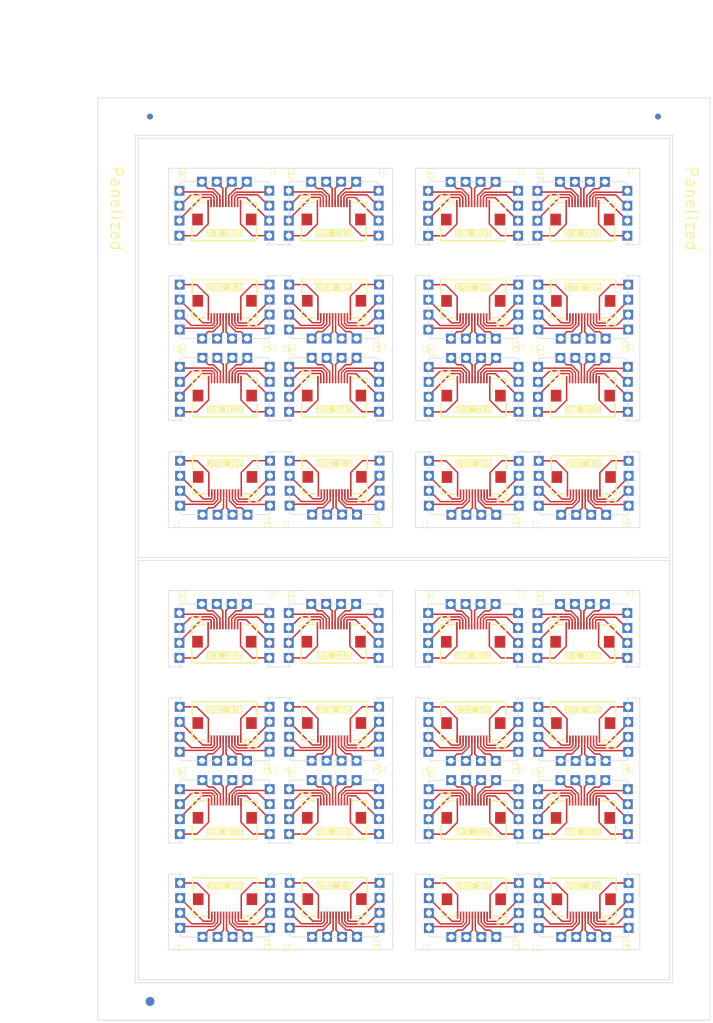
<source format=kicad_pcb>
(kicad_pcb (version 20240108) (generator "pcbnew") (generator_version "8.0")
  (layers (0 "F.Cu" signal) (31 "B.Cu" signal) (34 "B.Paste" user) (35 "F.Paste" user) (36 "B.SilkS" user "B.Silkscreen") (37 "F.SilkS" user "F.Silkscreen") (38 "B.Mask" user) (39 "F.Mask" user) (44 "Edge.Cuts" user))
  (net 0 "")
  (net 1 "SCLK")
  (net 2 "MISO")
  (net 3 "SPI_CS")
  (net 4 "GP_AD2")
  (net 5 "MOSI")
  (net 6 "GP_AD1")
  (net 7 "+5V")
  (net 8 "RGB_DO")
  (net 9 "+3V3")
  (net 10 "GND")
  (net 11 "SDA")
  (net 12 "SCL")
  (footprint "vik:Castellated2.54.01x04" (layer "F.Cu") (at 221.3586 103.272102 90)
    (property "Reference" "J2")
    (property "Value" "Conn_01x04")
  )
  (footprint "vik:Castellated2.54.01x04" (layer "F.Cu") (at 221.3586 31.652102 90)
    (property "Reference" "J2")
    (property "Value" "Conn_01x04")
  )
  (footprint "vik:Castellated2.54.01x04" (layer "F.Cu") (at 145.713478 43.961411 180)
    (property "Reference" "J3")
    (property "Value" "Conn_01x04")
  )
  (footprint "vik:Castellated2.54.01x04" (layer "F.Cu") (at 145.713478 -27.658589 180)
    (property "Reference" "J3")
    (property "Value" "Conn_01x04")
  )
  (footprint "vik:Castellated2.54.01x04" (layer "F.Cu") (at 186.937322 105.006478)
    (property "Reference" "J1")
    (property "Value" "Conn_01x04")
  )
  (footprint "vik:Castellated2.54.01x04" (layer "F.Cu") (at 186.937322 33.386478)
    (property "Reference" "J1")
    (property "Value" "Conn_01x04")
  )
  (footprint "vik:Castellated2.54.01x04" (layer "F.Cu") (at 163.788978 75.561511 -90)
    (property "Reference" "J2")
    (property "Value" "Conn_01x04")
  )
  (footprint "vik:Castellated2.54.01x04" (layer "F.Cu") (at 163.788978 3.941511 -90)
    (property "Reference" "J2")
    (property "Value" "Conn_01x04")
  )
  (footprint "vik:Castellated2.54.01x04" (layer "F.Cu") (at 187.3708 45.7006 -90)
    (property "Reference" "J2")
    (property "Value" "Conn_01x04")
  )
  (footprint "vik:Castellated2.54.01x04" (layer "F.Cu") (at 187.3708 -25.9194 -90)
    (property "Reference" "J2")
    (property "Value" "Conn_01x04")
  )
  (footprint "vik:Castellated2.54.01x04" (layer "F.Cu") (at 178.4775 75.1007)
    (property "Reference" "J3")
    (property "Value" "Conn_01x04")
  )
  (footprint "vik:Castellated2.54.01x04" (layer "F.Cu") (at 178.4775 3.4807)
    (property "Reference" "J3")
    (property "Value" "Conn_01x04")
  )
  (footprint "Fiducial_1mm_Mask3mm" (layer "F.Cu") (at 140.176 -36.433)
    (property "Reference" "")
    (property "Value" "")
  )
  (footprint "vik:Castellated2.54.01x04" (layer "F.Cu") (at 160.52 103.257289 90)
    (property "Reference" "J2")
    (property "Value" "Conn_01x04")
  )
  (footprint "vik:Castellated2.54.01x04" (layer "F.Cu") (at 160.52 31.637289 90)
    (property "Reference" "J2")
    (property "Value" "Conn_01x04")
  )
  (footprint "vik:Castellated2.54.01x04" (layer "F.Cu") (at 179.573978 73.825511 180)
    (property "Reference" "J1")
    (property "Value" "Conn_01x04")
  )
  (footprint "vik:Castellated2.54.01x04" (layer "F.Cu") (at 179.573978 2.205511 180)
    (property "Reference" "J1")
    (property "Value" "Conn_01x04")
  )
  (footprint "vik:Castellated2.54.01x04" (layer "F.Cu") (at 205.9128 45.7006 -90)
    (property "Reference" "J2")
    (property "Value" "Conn_01x04")
  )
  (footprint "vik:Castellated2.54.01x04" (layer "F.Cu") (at 205.9128 -25.9194 -90)
    (property "Reference" "J2")
    (property "Value" "Conn_01x04")
  )
  (footprint "vik:Castellated2.54.01x04" (layer "F.Cu") (at 163.2375 75.1107)
    (property "Reference" "J1")
    (property "Value" "Conn_01x04")
  )
  (footprint "vik:Castellated2.54.01x04" (layer "F.Cu") (at 163.2375 3.4907)
    (property "Reference" "J1")
    (property "Value" "Conn_01x04")
  )
  (footprint "vik:Castellated2.54.01x04" (layer "F.Cu") (at 203.1558 43.9646 180)
    (property "Reference" "J1")
    (property "Value" "Conn_01x04")
  )
  (footprint "vik:Castellated2.54.01x04" (layer "F.Cu") (at 203.1558 -27.6554 180)
    (property "Reference" "J1")
    (property "Value" "Conn_01x04")
  )
  (footprint "vik:vik-keyboard-connector-horizontal" (layer "F.Cu") (at 152.905 96.992289 180)
    (property "Reference" "J4" (hide yes))
    (property "Value" "~")
  )
  (footprint "vik:vik-keyboard-connector-horizontal" (layer "F.Cu") (at 152.905 25.372289 180)
    (property "Reference" "J4" (hide yes))
    (property "Value" "~")
  )
  (footprint "vik:Castellated2.54.01x04" (layer "F.Cu") (at 178.556 104.9748)
    (property "Reference" "J3")
    (property "Value" "Conn_01x04")
  )
  (footprint "vik:Castellated2.54.01x04" (layer "F.Cu") (at 178.556 33.3548)
    (property "Reference" "J3")
    (property "Value" "Conn_01x04")
  )
  (footprint "vik:Castellated2.54.01x04" (layer "F.Cu") (at 164.255478 43.961411 180)
    (property "Reference" "J3")
    (property "Value" "Conn_01x04")
  )
  (footprint "vik:Castellated2.54.01x04" (layer "F.Cu") (at 164.255478 -27.658589 180)
    (property "Reference" "J3")
    (property "Value" "Conn_01x04")
  )
  (footprint "vik:vik-keyboard-connector-horizontal" (layer "F.Cu") (at 195.028822 67.131378 180)
    (property "Reference" "J4" (hide yes))
    (property "Value" "~")
  )
  (footprint "vik:vik-keyboard-connector-horizontal" (layer "F.Cu") (at 195.028822 -4.488622 180)
    (property "Reference" "J4" (hide yes))
    (property "Value" "~")
  )
  (footprint "vik:Castellated2.54.01x04" (layer "F.Cu") (at 203.2343 73.8387 180)
    (property "Reference" "J1")
    (property "Value" "Conn_01x04")
  )
  (footprint "vik:Castellated2.54.01x04" (layer "F.Cu") (at 203.2343 2.2187 180)
    (property "Reference" "J1")
    (property "Value" "Conn_01x04")
  )
  (footprint "vik:vik-keyboard-connector-horizontal" (layer "F.Cu") (at 213.5278 51.9656)
    (property "Reference" "J4" (hide yes))
    (property "Value" "~")
  )
  (footprint "vik:vik-keyboard-connector-horizontal" (layer "F.Cu") (at 213.5278 -19.6544)
    (property "Reference" "J4" (hide yes))
    (property "Value" "~")
  )
  (footprint "vik:Castellated2.54.01x04" (layer "F.Cu") (at 145.168478 45.687411 -90)
    (property "Reference" "J2")
    (property "Value" "Conn_01x04")
  )
  (footprint "vik:Castellated2.54.01x04" (layer "F.Cu") (at 145.168478 -25.932589 -90)
    (property "Reference" "J2")
    (property "Value" "Conn_01x04")
  )
  (footprint "Fiducial_1.5mm_Mask3mm" (layer "F.Cu") (at 140.176 113.657)
    (property "Reference" "")
    (property "Value" "")
  )
  (footprint "vik:vik-keyboard-connector-horizontal" (layer "F.Cu") (at 152.8265 67.118189 180)
    (property "Reference" "J4" (hide yes))
    (property "Value" "~")
  )
  (footprint "vik:vik-keyboard-connector-horizontal" (layer "F.Cu") (at 152.8265 -4.501811 180)
    (property "Reference" "J4" (hide yes))
    (property "Value" "~")
  )
  (footprint "vik:Castellated2.54.01x04" (layer "F.Cu") (at 206.4578 43.9746 180)
    (property "Reference" "J3")
    (property "Value" "Conn_01x04")
  )
  (footprint "vik:Castellated2.54.01x04" (layer "F.Cu") (at 206.4578 -27.6454 180)
    (property "Reference" "J3")
    (property "Value" "Conn_01x04")
  )
  (footprint "vik:Castellated2.54.01x04" (layer "F.Cu") (at 179.101 103.2488 90)
    (property "Reference" "J2")
    (property "Value" "Conn_01x04")
  )
  (footprint "vik:Castellated2.54.01x04" (layer "F.Cu") (at 179.101 31.6288 90)
    (property "Reference" "J2")
    (property "Value" "Conn_01x04")
  )
  (footprint "vik:Castellated2.54.01x04" (layer "F.Cu") (at 202.177322 104.996478)
    (property "Reference" "J3")
    (property "Value" "Conn_01x04")
  )
  (footprint "vik:Castellated2.54.01x04" (layer "F.Cu") (at 202.177322 33.376478)
    (property "Reference" "J3")
    (property "Value" "Conn_01x04")
  )
  (footprint "vik:Castellated2.54.01x04" (layer "F.Cu") (at 159.975 104.983289)
    (property "Reference" "J3")
    (property "Value" "Conn_01x04")
  )
  (footprint "vik:Castellated2.54.01x04" (layer "F.Cu") (at 159.975 33.363289)
    (property "Reference" "J3")
    (property "Value" "Conn_01x04")
  )
  (footprint "vik:Castellated2.54.01x04" (layer "F.Cu") (at 187.9943 73.8487 180)
    (property "Reference" "J3")
    (property "Value" "Conn_01x04")
  )
  (footprint "vik:Castellated2.54.01x04" (layer "F.Cu") (at 187.9943 2.2287 180)
    (property "Reference" "J3")
    (property "Value" "Conn_01x04")
  )
  (footprint "vik:Castellated2.54.01x04" (layer "F.Cu") (at 221.2801 73.398002 90)
    (property "Reference" "J2")
    (property "Value" "Conn_01x04")
  )
  (footprint "vik:Castellated2.54.01x04" (layer "F.Cu") (at 221.2801 1.778002 90)
    (property "Reference" "J2")
    (property "Value" "Conn_01x04")
  )
  (footprint "vik:Castellated2.54.01x04" (layer "F.Cu") (at 164.333978 73.835511 180)
    (property "Reference" "J3")
    (property "Value" "Conn_01x04")
  )
  (footprint "vik:Castellated2.54.01x04" (layer "F.Cu") (at 164.333978 2.215511 180)
    (property "Reference" "J3")
    (property "Value" "Conn_01x04")
  )
  (footprint "vik:vik-keyboard-connector-horizontal" (layer "F.Cu") (at 195.107322 97.005478 180)
    (property "Reference" "J4" (hide yes))
    (property "Value" "~")
  )
  (footprint "vik:vik-keyboard-connector-horizontal" (layer "F.Cu") (at 195.107322 25.385478 180)
    (property "Reference" "J4" (hide yes))
    (property "Value" "~")
  )
  (footprint "vik:Castellated2.54.01x04" (layer "F.Cu") (at 220.8136 104.998102)
    (property "Reference" "J3")
    (property "Value" "Conn_01x04")
  )
  (footprint "vik:Castellated2.54.01x04" (layer "F.Cu") (at 220.8136 33.378102)
    (property "Reference" "J3")
    (property "Value" "Conn_01x04")
  )
  (footprint "vik:Castellated2.54.01x04" (layer "F.Cu") (at 145.246978 75.561511 -90)
    (property "Reference" "J2")
    (property "Value" "Conn_01x04")
  )
  (footprint "vik:Castellated2.54.01x04" (layer "F.Cu") (at 145.246978 3.941511 -90)
    (property "Reference" "J2")
    (property "Value" "Conn_01x04")
  )
  (footprint "vik:Castellated2.54.01x04" (layer "F.Cu") (at 145.791978 73.835511 180)
    (property "Reference" "J3")
    (property "Value" "Conn_01x04")
  )
  (footprint "vik:Castellated2.54.01x04" (layer "F.Cu") (at 145.791978 2.215511 180)
    (property "Reference" "J3")
    (property "Value" "Conn_01x04")
  )
  (footprint "vik:vik-keyboard-connector-horizontal" (layer "F.Cu") (at 213.7436 97.007102 180)
    (property "Reference" "J4" (hide yes))
    (property "Value" "~")
  )
  (footprint "vik:vik-keyboard-connector-horizontal" (layer "F.Cu") (at 213.7436 25.387102 180)
    (property "Reference" "J4" (hide yes))
    (property "Value" "~")
  )
  (footprint "vik:Castellated2.54.01x04" (layer "F.Cu") (at 144.6565 75.119189)
    (property "Reference" "J1")
    (property "Value" "Conn_01x04")
  )
  (footprint "vik:Castellated2.54.01x04" (layer "F.Cu") (at 144.6565 3.499189)
    (property "Reference" "J1")
    (property "Value" "Conn_01x04")
  )
  (footprint "vik:Castellated2.54.01x04" (layer "F.Cu") (at 220.7351 75.124002)
    (property "Reference" "J3")
    (property "Value" "Conn_01x04")
  )
  (footprint "vik:Castellated2.54.01x04" (layer "F.Cu") (at 220.7351 3.504002)
    (property "Reference" "J3")
    (property "Value" "Conn_01x04")
  )
  (footprint "vik:Castellated2.54.01x04" (layer "F.Cu") (at 160.953478 43.951411 180)
    (property "Reference" "J1")
    (property "Value" "Conn_01x04")
  )
  (footprint "vik:Castellated2.54.01x04" (layer "F.Cu") (at 160.953478 -27.668589 180)
    (property "Reference" "J1")
    (property "Value" "Conn_01x04")
  )
  (footprint "vik:Castellated2.54.01x04" (layer "F.Cu") (at 202.722322 103.270478 90)
    (property "Reference" "J2")
    (property "Value" "Conn_01x04")
  )
  (footprint "vik:Castellated2.54.01x04" (layer "F.Cu") (at 202.722322 31.650478 90)
    (property "Reference" "J2")
    (property "Value" "Conn_01x04")
  )
  (footprint "vik:vik-keyboard-connector-horizontal" (layer "F.Cu") (at 171.4075 67.1097 180)
    (property "Reference" "J4" (hide yes))
    (property "Value" "~")
  )
  (footprint "vik:vik-keyboard-connector-horizontal" (layer "F.Cu") (at 171.4075 -4.5103 180)
    (property "Reference" "J4" (hide yes))
    (property "Value" "~")
  )
  (footprint "vik:Castellated2.54.01x04" (layer "F.Cu") (at 159.8965 75.109189)
    (property "Reference" "J3")
    (property "Value" "Conn_01x04")
  )
  (footprint "vik:Castellated2.54.01x04" (layer "F.Cu") (at 159.8965 3.489189)
    (property "Reference" "J3")
    (property "Value" "Conn_01x04")
  )
  (footprint "vik:Castellated2.54.01x04" (layer "F.Cu") (at 187.4493 75.5747 -90)
    (property "Reference" "J2")
    (property "Value" "Conn_01x04")
  )
  (footprint "vik:Castellated2.54.01x04" (layer "F.Cu") (at 187.4493 3.9547 -90)
    (property "Reference" "J2")
    (property "Value" "Conn_01x04")
  )
  (footprint "vik:Castellated2.54.01x04" (layer "F.Cu") (at 205.5736 105.008102)
    (property "Reference" "J1")
    (property "Value" "Conn_01x04")
  )
  (footprint "vik:Castellated2.54.01x04" (layer "F.Cu") (at 205.5736 33.388102)
    (property "Reference" "J1")
    (property "Value" "Conn_01x04")
  )
  (footprint "vik:Castellated2.54.01x04" (layer "F.Cu") (at 205.4951 75.134002)
    (property "Reference" "J1")
    (property "Value" "Conn_01x04")
  )
  (footprint "vik:Castellated2.54.01x04" (layer "F.Cu") (at 205.4951 3.514002)
    (property "Reference" "J1")
    (property "Value" "Conn_01x04")
  )
  (footprint "Fiducial_1mm_Mask3mm" (layer "F.Cu") (at 226.346 -36.433)
    (property "Reference" "")
    (property "Value" "")
  )
  (footprint "vik:Castellated2.54.01x04" (layer "F.Cu") (at 187.9158 43.9746 180)
    (property "Reference" "J3")
    (property "Value" "Conn_01x04")
  )
  (footprint "vik:Castellated2.54.01x04" (layer "F.Cu") (at 187.9158 -27.6454 180)
    (property "Reference" "J3")
    (property "Value" "Conn_01x04")
  )
  (footprint "vik:Castellated2.54.01x04" (layer "F.Cu") (at 202.098822 75.122378)
    (property "Reference" "J3")
    (property "Value" "Conn_01x04")
  )
  (footprint "vik:Castellated2.54.01x04" (layer "F.Cu") (at 202.098822 3.502378)
    (property "Reference" "J3")
    (property "Value" "Conn_01x04")
  )
  (footprint "vik:vik-keyboard-connector-horizontal" (layer "F.Cu") (at 213.6651 67.133002 180)
    (property "Reference" "J4" (hide yes))
    (property "Value" "~")
  )
  (footprint "vik:vik-keyboard-connector-horizontal" (layer "F.Cu") (at 213.6651 -4.486998 180)
    (property "Reference" "J4" (hide yes))
    (property "Value" "~")
  )
  (footprint "vik:vik-keyboard-connector-horizontal" (layer "F.Cu") (at 171.403978 81.826511)
    (property "Reference" "J4" (hide yes))
    (property "Value" "~")
  )
  (footprint "vik:vik-keyboard-connector-horizontal" (layer "F.Cu") (at 171.403978 10.206511)
    (property "Reference" "J4" (hide yes))
    (property "Value" "~")
  )
  (footprint "vik:Castellated2.54.01x04" (layer "F.Cu") (at 179.0225 73.3747 90)
    (property "Reference" "J2")
    (property "Value" "Conn_01x04")
  )
  (footprint "vik:Castellated2.54.01x04" (layer "F.Cu") (at 179.0225 1.7547 90)
    (property "Reference" "J2")
    (property "Value" "Conn_01x04")
  )
  (footprint "vik:Castellated2.54.01x04" (layer "F.Cu") (at 144.735 104.993289)
    (property "Reference" "J1")
    (property "Value" "Conn_01x04")
  )
  (footprint "vik:Castellated2.54.01x04" (layer "F.Cu") (at 144.735 33.373289)
    (property "Reference" "J1")
    (property "Value" "Conn_01x04")
  )
  (footprint "vik:vik-keyboard-connector-horizontal" (layer "F.Cu") (at 171.325478 51.952411)
    (property "Reference" "J4" (hide yes))
    (property "Value" "~")
  )
  (footprint "vik:vik-keyboard-connector-horizontal" (layer "F.Cu") (at 171.325478 -19.667589)
    (property "Reference" "J4" (hide yes))
    (property "Value" "~")
  )
  (footprint "vik:Castellated2.54.01x04" (layer "F.Cu") (at 163.710478 45.687411 -90)
    (property "Reference" "J2")
    (property "Value" "Conn_01x04")
  )
  (footprint "vik:Castellated2.54.01x04" (layer "F.Cu") (at 163.710478 -25.932589 -90)
    (property "Reference" "J2")
    (property "Value" "Conn_01x04")
  )
  (footprint "vik:vik-keyboard-connector-horizontal" (layer "F.Cu") (at 195.0643 81.8397)
    (property "Reference" "J4" (hide yes))
    (property "Value" "~")
  )
  (footprint "vik:vik-keyboard-connector-horizontal" (layer "F.Cu") (at 195.0643 10.2197)
    (property "Reference" "J4" (hide yes))
    (property "Value" "~")
  )
  (footprint "vik:Castellated2.54.01x04" (layer "F.Cu") (at 205.9913 75.5747 -90)
    (property "Reference" "J2")
    (property "Value" "Conn_01x04")
  )
  (footprint "vik:Castellated2.54.01x04" (layer "F.Cu") (at 205.9913 3.9547 -90)
    (property "Reference" "J2")
    (property "Value" "Conn_01x04")
  )
  (footprint "vik:Castellated2.54.01x04" (layer "F.Cu") (at 179.495478 43.951411 180)
    (property "Reference" "J1")
    (property "Value" "Conn_01x04")
  )
  (footprint "vik:Castellated2.54.01x04" (layer "F.Cu") (at 179.495478 -27.668589 180)
    (property "Reference" "J1")
    (property "Value" "Conn_01x04")
  )
  (footprint "vik:Castellated2.54.01x04" (layer "F.Cu") (at 206.5363 73.8487 180)
    (property "Reference" "J3")
    (property "Value" "Conn_01x04")
  )
  (footprint "vik:Castellated2.54.01x04" (layer "F.Cu") (at 206.5363 2.2287 180)
    (property "Reference" "J3")
    (property "Value" "Conn_01x04")
  )
  (footprint "vik:vik-keyboard-connector-horizontal" (layer "F.Cu") (at 194.9858 51.9656)
    (property "Reference" "J4" (hide yes))
    (property "Value" "~")
  )
  (footprint "vik:vik-keyboard-connector-horizontal" (layer "F.Cu") (at 194.9858 -19.6544)
    (property "Reference" "J4" (hide yes))
    (property "Value" "~")
  )
  (footprint "vik:Castellated2.54.01x04" (layer "F.Cu") (at 163.316 104.9848)
    (property "Reference" "J1")
    (property "Value" "Conn_01x04")
  )
  (footprint "vik:Castellated2.54.01x04" (layer "F.Cu") (at 163.316 33.3648)
    (property "Reference" "J1")
    (property "Value" "Conn_01x04")
  )
  (footprint "vik:Castellated2.54.01x04" (layer "F.Cu") (at 161.031978 73.825511 180)
    (property "Reference" "J1")
    (property "Value" "Conn_01x04")
  )
  (footprint "vik:Castellated2.54.01x04" (layer "F.Cu") (at 161.031978 2.205511 180)
    (property "Reference" "J1")
    (property "Value" "Conn_01x04")
  )
  (footprint "vik:Castellated2.54.01x04" (layer "F.Cu") (at 160.4415 73.383189 90)
    (property "Reference" "J2")
    (property "Value" "Conn_01x04")
  )
  (footprint "vik:Castellated2.54.01x04" (layer "F.Cu") (at 160.4415 1.763189 90)
    (property "Reference" "J2")
    (property "Value" "Conn_01x04")
  )
  (footprint "vik:Castellated2.54.01x04" (layer "F.Cu") (at 202.643822 73.396378 90)
    (property "Reference" "J2")
    (property "Value" "Conn_01x04")
  )
  (footprint "vik:Castellated2.54.01x04" (layer "F.Cu") (at 202.643822 1.776378 90)
    (property "Reference" "J2")
    (property "Value" "Conn_01x04")
  )
  (footprint "vik:vik-keyboard-connector-horizontal" (layer "F.Cu") (at 152.861978 81.826511)
    (property "Reference" "J4" (hide yes))
    (property "Value" "~")
  )
  (footprint "vik:vik-keyboard-connector-horizontal" (layer "F.Cu") (at 152.861978 10.206511)
    (property "Reference" "J4" (hide yes))
    (property "Value" "~")
  )
  (footprint "vik:vik-keyboard-connector-horizontal" (layer "F.Cu") (at 152.783478 51.952411)
    (property "Reference" "J4" (hide yes))
    (property "Value" "~")
  )
  (footprint "vik:vik-keyboard-connector-horizontal" (layer "F.Cu") (at 152.783478 -19.667589)
    (property "Reference" "J4" (hide yes))
    (property "Value" "~")
  )
  (footprint "vik:Castellated2.54.01x04" (layer "F.Cu") (at 186.858822 75.132378)
    (property "Reference" "J1")
    (property "Value" "Conn_01x04")
  )
  (footprint "vik:Castellated2.54.01x04" (layer "F.Cu") (at 186.858822 3.512378)
    (property "Reference" "J1")
    (property "Value" "Conn_01x04")
  )
  (footprint "vik:vik-keyboard-connector-horizontal" (layer "F.Cu") (at 171.486 96.9838 180)
    (property "Reference" "J4" (hide yes))
    (property "Value" "~")
  )
  (footprint "vik:vik-keyboard-connector-horizontal" (layer "F.Cu") (at 171.486 25.3638 180)
    (property "Reference" "J4" (hide yes))
    (property "Value" "~")
  )
  (footprint "vik:Castellated2.54.01x04" (layer "F.Cu") (at 221.6978 43.9646 180)
    (property "Reference" "J1")
    (property "Value" "Conn_01x04")
  )
  (footprint "vik:Castellated2.54.01x04" (layer "F.Cu") (at 221.6978 -27.6554 180)
    (property "Reference" "J1")
    (property "Value" "Conn_01x04")
  )
  (footprint "vik:Castellated2.54.01x04" (layer "F.Cu") (at 221.7763 73.8387 180)
    (property "Reference" "J1")
    (property "Value" "Conn_01x04")
  )
  (footprint "vik:Castellated2.54.01x04" (layer "F.Cu") (at 221.7763 2.2187 180)
    (property "Reference" "J1")
    (property "Value" "Conn_01x04")
  )
  (footprint "vik:vik-keyboard-connector-horizontal" (layer "F.Cu") (at 213.6063 81.8397)
    (property "Reference" "J4" (hide yes))
    (property "Value" "~")
  )
  (footprint "vik:vik-keyboard-connector-horizontal" (layer "F.Cu") (at 213.6063 10.2197)
    (property "Reference" "J4" (hide yes))
    (property "Value" "~")
  )
  (footprint "Fiducial_1mm_Mask3mm" (layer "B.Cu") (at 140.176 -36.433)
    (property "Reference" "")
    (property "Value" "")
  )
  (footprint "Fiducial_1.5mm_Mask3mm" (layer "B.Cu") (at 140.176 113.657)
    (property "Reference" "")
    (property "Value" "")
  )
  (footprint "Fiducial_1mm_Mask3mm" (layer "B.Cu") (at 226.346 -36.433)
    (property "Reference" "")
    (property "Value" "")
  )
  (gr_line (start 206.554738 102.72108) (end 220.932462 102.72108) (stroke (width 0.1)) (layer "Edge.Cuts"))
  (gr_line (start 163.785 76.542649) (end 163.785 86.348373) (stroke (width 0.1)) (layer "Edge.Cuts"))
  (gr_arc (start 160.403478 56.475295) (mid 160.277505 56.779438) (end 159.973362 56.905411) (stroke (width 0.1)) (layer "Edge.Cuts"))
  (gr_line (start 178.945478 -15.144705) (end 178.944456 -24.951451) (stroke (width 0.1)) (layer "Edge.Cuts"))
  (gr_arc (start 187.875438 15.171678) (mid 187.571289 15.045711) (end 187.445322 14.741562) (stroke (width 0.1)) (layer "Edge.Cuts"))
  (gr_line (start 185.24 86.791678) (end 185.24 62.178378) (stroke (width 0.1)) (layer "Edge.Cuts"))
  (gr_line (start 163.785 4.922649) (end 163.785 14.728373) (stroke (width 0.1)) (layer "Edge.Cuts"))
  (gr_line (start 138.176 104.394) (end 138.176 40.386) (stroke (width 0.1)) (layer "Edge.Cuts"))
  (gr_line (start 187.91846 102.719456) (end 202.296184 102.719456) (stroke (width 0.1)) (layer "Edge.Cuts"))
  (gr_line (start 187.445322 76.555838) (end 187.445322 86.361562) (stroke (width 0.1)) (layer "Edge.Cuts"))
  (gr_arc (start 205.987322 76.555838) (mid 206.113289 76.251689) (end 206.417438 76.125722) (stroke (width 0.1)) (layer "Edge.Cuts"))
  (gr_arc (start 145.673116 86.778489) (mid 145.368967 86.652522) (end 145.243 86.348373) (stroke (width 0.1)) (layer "Edge.Cuts"))
  (gr_line (start 160.015362 -9.453789) (end 164.217616 -9.4633) (stroke (width 0.1)) (layer "Edge.Cuts"))
  (gr_arc (start 187.875438 86.791678) (mid 187.571289 86.665711) (end 187.445322 86.361562) (stroke (width 0.1)) (layer "Edge.Cuts"))
  (gr_arc (start 202.6478 0.79524) (mid 202.521834 1.099391) (end 202.217684 1.225356) (stroke (width 0.1)) (layer "Edge.Cuts"))
  (gr_line (start 202.6058 -15.131516) (end 202.604778 -24.938262) (stroke (width 0.1)) (layer "Edge.Cuts"))
  (gr_arc (start 220.932462 20.435124) (mid 221.236611 20.561091) (end 221.362578 20.86524) (stroke (width 0.1)) (layer "Edge.Cuts"))
  (gr_line (start 178.515362 56.905411) (end 181.356 56.905411) (stroke (width 0.1)) (layer "Edge.Cuts"))
  (gr_line (start 202.253162 76.125722) (end 187.875438 76.125722) (stroke (width 0.1)) (layer "Edge.Cuts"))
  (gr_arc (start 160.481978 86.349395) (mid 160.356005 86.653538) (end 160.051862 86.779511) (stroke (width 0.1)) (layer "Edge.Cuts"))
  (gr_line (start 159.97234 -25.381567) (end 145.594616 -25.381567) (stroke (width 0.1)) (layer "Edge.Cuts"))
  (gr_line (start 178.596362 62.157722) (end 181.35 62.157722) (stroke (width 0.1)) (layer "Edge.Cuts"))
  (gr_line (start 205.987322 4.935838) (end 205.987322 14.741562) (stroke (width 0.1)) (layer "Edge.Cuts"))
  (gr_line (start 220.795162 4.505722) (end 206.417438 4.505722) (stroke (width 0.1)) (layer "Edge.Cuts"))
  (gr_arc (start 202.296184 20.4335) (mid 202.600333 20.559467) (end 202.7263 20.863616) (stroke (width 0.1)) (layer "Edge.Cuts"))
  (gr_line (start 228.346 55.626) (end 228.346 38.862) (stroke (width 0.1)) (layer "Edge.Cuts"))
  (gr_arc (start 145.637638 72.832167) (mid 145.333489 72.7062) (end 145.207522 72.402051) (stroke (width 0.1)) (layer "Edge.Cuts"))
  (gr_line (start 222.25 109.982) (end 139.192 109.982) (stroke (width 0.1)) (layer "Edge.Cuts"))
  (gr_line (start 181.356 104.902) (end 143.336 104.902) (stroke (width 0.1)) (layer "Edge.Cuts"))
  (gr_arc (start 187.796938 -14.702422) (mid 187.492789 -14.828389) (end 187.366822 -15.132538) (stroke (width 0.1)) (layer "Edge.Cuts"))
  (gr_arc (start 220.853962 62.181024) (mid 221.15811 62.306991) (end 221.284078 62.61114) (stroke (width 0.1)) (layer "Edge.Cuts"))
  (gr_line (start 137.676 110.482) (end 137.676 -33.258) (stroke (width 0.1)) (layer "Edge.Cuts"))
  (gr_line (start 185.24 15.171678) (end 185.24 -9.441622) (stroke (width 0.1)) (layer "Edge.Cuts"))
  (gr_line (start 187.838938 62.178378) (end 185.24 62.178378) (stroke (width 0.1)) (layer "Edge.Cuts"))
  (gr_line (start 220.716662 46.251622) (end 206.338938 46.251622) (stroke (width 0.1)) (layer "Edge.Cuts"))
  (gr_arc (start 202.6058 -15.131516) (mid 202.479827 -14.827373) (end 202.175684 -14.7014) (stroke (width 0.1)) (layer "Edge.Cuts"))
  (gr_line (start 221.362578 102.290964) (end 221.362578 92.48524) (stroke (width 0.1)) (layer "Edge.Cuts"))
  (gr_arc (start 178.596362 62.157722) (mid 178.900511 62.283689) (end 179.026478 62.587838) (stroke (width 0.1)) (layer "Edge.Cuts"))
  (gr_line (start 138.176 -32.758) (end 138.176 -31.234) (stroke (width 0.1)) (layer "Edge.Cuts"))
  (gr_line (start 181.356 33.282) (end 143.336 33.282) (stroke (width 0.1)) (layer "Edge.Cuts"))
  (gr_arc (start 187.83996 72.845356) (mid 187.535811 72.719389) (end 187.409844 72.41524) (stroke (width 0.1)) (layer "Edge.Cuts"))
  (gr_arc (start 160.05084 4.492533) (mid 160.354989 4.6185) (end 160.480956 4.922649) (stroke (width 0.1)) (layer "Edge.Cuts"))
  (gr_line (start 160.445478 72.402051) (end 160.445478 62.596327) (stroke (width 0.1)) (layer "Edge.Cuts"))
  (gr_arc (start 145.285 92.469405) (mid 145.410973 92.165262) (end 145.715116 92.039289) (stroke (width 0.1)) (layer "Edge.Cuts"))
  (gr_line (start 214.884 38.862) (end 226.314 38.862) (stroke (width 0.1)) (layer "Edge.Cuts"))
  (gr_arc (start 145.1645 -24.951451) (mid 145.290467 -25.2556) (end 145.594616 -25.381567) (stroke (width 0.1)) (layer "Edge.Cuts"))
  (gr_line (start 228.346 55.626) (end 228.346 108.966) (stroke (width 0.1)) (layer "Edge.Cuts"))
  (gr_line (start 202.7263 30.66934) (end 202.7263 20.863616) (stroke (width 0.1)) (layer "Edge.Cuts"))
  (gr_line (start 185.237322 33.282) (end 223.266 33.282) (stroke (width 0.1)) (layer "Edge.Cuts"))
  (gr_line (start 187.366822 46.681738) (end 187.366822 56.487462) (stroke (width 0.1)) (layer "Edge.Cuts"))
  (gr_arc (start 179.023978 86.349395) (mid 178.898005 86.653538) (end 178.593862 86.779511) (stroke (width 0.1)) (layer "Edge.Cuts"))
  (gr_line (start 145.1645 -24.951451) (end 145.1645 -15.145727) (stroke (width 0.1)) (layer "Edge.Cuts"))
  (gr_arc (start 220.853962 -9.438976) (mid 221.15811 -9.313009) (end 221.284078 -9.00886) (stroke (width 0.1)) (layer "Edge.Cuts"))
  (gr_line (start 178.515362 -14.714589) (end 181.356 -14.714589) (stroke (width 0.1)) (layer "Edge.Cuts"))
  (gr_arc (start 160.403478 -15.144705) (mid 160.277505 -14.840562) (end 159.973362 -14.714589) (stroke (width 0.1)) (layer "Edge.Cuts"))
  (gr_arc (start 159.97234 46.238433) (mid 160.276489 46.3644) (end 160.402456 46.668549) (stroke (width 0.1)) (layer "Edge.Cuts"))
  (gr_arc (start 206.1236 20.864218) (mid 206.249573 20.560075) (end 206.553716 20.434102) (stroke (width 0.1)) (layer "Edge.Cuts"))
  (gr_line (start 145.715116 92.039289) (end 143.336 92.039289) (stroke (width 0.1)) (layer "Edge.Cuts"))
  (gr_line (start 202.7263 102.28934) (end 202.7263 92.483616) (stroke (width 0.1)) (layer "Edge.Cuts"))
  (gr_arc (start 187.408822 62.608494) (mid 187.534795 62.304351) (end 187.838938 62.178378) (stroke (width 0.1)) (layer "Edge.Cuts"))
  (gr_line (start 163.7875 62.586816) (end 163.788522 72.393562) (stroke (width 0.1)) (layer "Edge.Cuts"))
  (gr_line (start 145.1645 46.668549) (end 145.1645 56.474273) (stroke (width 0.1)) (layer "Edge.Cuts"))
  (gr_arc (start 145.716138 102.706267) (mid 145.411989 102.5803) (end 145.286022 102.276151) (stroke (width 0.1)) (layer "Edge.Cuts"))
  (gr_line (start 235.196 116.832) (end 131.326 116.832) (stroke (width 0.1)) (layer "Edge.Cuts"))
  (gr_line (start 179.023978 86.349395) (end 179.022956 76.542649) (stroke (width 0.1)) (layer "Edge.Cuts"))
  (gr_line (start 187.445322 4.935838) (end 187.445322 14.741562) (stroke (width 0.1)) (layer "Edge.Cuts"))
  (gr_line (start 160.093862 20.420311) (end 164.296116 20.4108) (stroke (width 0.1)) (layer "Edge.Cuts"))
  (gr_line (start 145.243 76.542649) (end 145.243 86.348373) (stroke (width 0.1)) (layer "Edge.Cuts"))
  (gr_arc (start 206.0451 -9.009882) (mid 206.171073 -9.314026) (end 206.475216 -9.439998) (stroke (width 0.1)) (layer "Edge.Cuts"))
  (gr_line (start 221.362578 30.670964) (end 221.362578 20.86524) (stroke (width 0.1)) (layer "Edge.Cuts"))
  (gr_arc (start 160.015362 62.166211) (mid 160.319511 62.292178) (end 160.445478 62.596327) (stroke (width 0.1)) (layer "Edge.Cuts"))
  (gr_line (start 202.6843 86.362584) (end 202.683278 76.555838) (stroke (width 0.1)) (layer "Edge.Cuts"))
  (gr_line (start 138.176 38.862) (end 138.176 40.386) (stroke (width 0.1)) (layer "Edge.Cuts"))
  (gr_arc (start 178.59284 76.112533) (mid 178.896989 76.2385) (end 179.022956 76.542649) (stroke (width 0.1)) (layer "Edge.Cuts"))
  (gr_line (start 206.0451 62.610118) (end 206.046122 72.416864) (stroke (width 0.1)) (layer "Edge.Cuts"))
  (gr_line (start 220.932462 92.055124) (end 223.266 92.055124) (stroke (width 0.1)) (layer "Edge.Cuts"))
  (gr_line (start 214.884 -32.758) (end 226.314 -32.758) (stroke (width 0.1)) (layer "Edge.Cuts"))
  (gr_arc (start 220.795162 4.505722) (mid 221.099311 4.631689) (end 221.225278 4.935838) (stroke (width 0.1)) (layer "Edge.Cuts"))
  (gr_line (start 164.297138 102.697778) (end 178.674862 102.697778) (stroke (width 0.1)) (layer "Edge.Cuts"))
  (gr_line (start 202.253162 4.505722) (end 187.875438 4.505722) (stroke (width 0.1)) (layer "Edge.Cuts"))
  (gr_arc (start 145.285 20.849405) (mid 145.410973 20.545262) (end 145.715116 20.419289) (stroke (width 0.1)) (layer "Edge.Cuts"))
  (gr_line (start 160.403478 56.475295) (end 160.402456 46.668549) (stroke (width 0.1)) (layer "Edge.Cuts"))
  (gr_line (start 221.1478 -15.131516) (end 221.146778 -24.938262) (stroke (width 0.1)) (layer "Edge.Cuts"))
  (gr_arc (start 145.594616 56.904389) (mid 145.290467 56.778422) (end 145.1645 56.474273) (stroke (width 0.1)) (layer "Edge.Cuts"))
  (gr_arc (start 202.6058 56.488484) (mid 202.479827 56.792627) (end 202.175684 56.9186) (stroke (width 0.1)) (layer "Edge.Cuts"))
  (gr_line (start 228.346 -15.994) (end 228.346 37.346) (stroke (width 0.1)) (layer "Edge.Cuts"))
  (gr_arc (start 164.215116 15.158489) (mid 163.910967 15.032522) (end 163.785 14.728373) (stroke (width 0.1)) (layer "Edge.Cuts"))
  (gr_line (start 202.217684 -9.4406) (end 206.475216 -9.439998) (stroke (width 0.1)) (layer "Edge.Cuts"))
  (gr_line (start 181.35 62.157722) (end 181.35 86.779511) (stroke (width 0.1)) (layer "Edge.Cuts"))
  (gr_line (start 202.296184 20.4335) (end 206.553716 20.434102) (stroke (width 0.1)) (layer "Edge.Cuts"))
  (gr_line (start 178.674862 92.031822) (end 181.35 92.031822) (stroke (width 0.1)) (layer "Edge.Cuts"))
  (gr_line (start 178.593862 86.779511) (end 181.35 86.779511) (stroke (width 0.1)) (layer "Edge.Cuts"))
  (gr_line (start 202.6478 0.79524) (end 202.6478 -9.010484) (stroke (width 0.1)) (layer "Edge.Cuts"))
  (gr_arc (start 220.795162 76.125722) (mid 221.099311 76.251689) (end 221.225278 76.555838) (stroke (width 0.1)) (layer "Edge.Cuts"))
  (gr_line (start 202.254184 15.1727) (end 206.417438 15.171678) (stroke (width 0.1)) (layer "Edge.Cuts"))
  (gr_line (start 138.176 109.982) (end 139.192 109.982) (stroke (width 0.1)) (layer "Edge.Cuts"))
  (gr_line (start 143.336 -9.454811) (end 143.336 14.74) (stroke (width 0.1)) (layer "Edge.Cuts"))
  (gr_line (start 143.336 62.165189) (end 143.336 86.36) (stroke (width 0.1)) (layer "Edge.Cuts"))
  (gr_arc (start 187.487322 92.482594) (mid 187.613295 92.178451) (end 187.917438 92.052478) (stroke (width 0.1)) (layer "Edge.Cuts"))
  (gr_arc (start 160.445478 72.402051) (mid 160.319511 72.7062) (end 160.015362 72.832167) (stroke (width 0.1)) (layer "Edge.Cuts"))
  (gr_line (start 223.266 92.055124) (end 223.266 104.902) (stroke (width 0.1)) (layer "Edge.Cuts"))
  (gr_line (start 179.026478 0.773562) (end 179.026478 -9.032162) (stroke (width 0.1)) (layer "Edge.Cuts"))
  (gr_line (start 178.51434 -25.381567) (end 164.136616 -25.381567) (stroke (width 0.1)) (layer "Edge.Cuts"))
  (gr_arc (start 164.218638 1.203678) (mid 163.914489 1.077711) (end 163.788522 0.773562) (stroke (width 0.1)) (layer "Edge.Cuts"))
  (gr_arc (start 187.796938 56.917578) (mid 187.492789 56.791611) (end 187.366822 56.487462) (stroke (width 0.1)) (layer "Edge.Cuts"))
  (gr_line (start 202.217684 62.1794) (end 206.475216 62.180002) (stroke (width 0.1)) (layer "Edge.Cuts"))
  (gr_arc (start 221.362578 30.670964) (mid 221.236611 30.975113) (end 220.932462 31.10108) (stroke (width 0.1)) (layer "Edge.Cuts"))
  (gr_line (start 202.175684 -14.7014) (end 206.338938 -14.702422) (stroke (width 0.1)) (layer "Edge.Cuts"))
  (gr_line (start 185.237322 104.902) (end 223.266 104.902) (stroke (width 0.1)) (layer "Edge.Cuts"))
  (gr_line (start 163.7065 -24.951451) (end 163.7065 -15.145727) (stroke (width 0.1)) (layer "Edge.Cuts"))
  (gr_line (start 181.356 -27.678) (end 143.336 -27.678) (stroke (width 0.1)) (layer "Edge.Cuts"))
  (gr_line (start 206.554738 31.10108) (end 220.932462 31.10108) (stroke (width 0.1)) (layer "Edge.Cuts"))
  (gr_line (start 145.715116 20.419289) (end 143.336 20.419289) (stroke (width 0.1)) (layer "Edge.Cuts"))
  (gr_line (start 223.266 62.181024) (end 223.266 86.614) (stroke (width 0.1)) (layer "Edge.Cuts"))
  (gr_line (start 185.237322 43.942) (end 223.266 43.942) (stroke (width 0.1)) (layer "Edge.Cuts"))
  (gr_line (start 163.7065 46.668549) (end 163.7065 56.474273) (stroke (width 0.1)) (layer "Edge.Cuts"))
  (gr_line (start 220.796184 86.7927) (end 223.266 86.7927) (stroke (width 0.1)) (layer "Edge.Cuts"))
  (gr_arc (start 221.362578 102.290964) (mid 221.236611 102.595113) (end 220.932462 102.72108) (stroke (width 0.1)) (layer "Edge.Cuts"))
  (gr_line (start 160.403478 -15.144705) (end 160.402456 -24.951451) (stroke (width 0.1)) (layer "Edge.Cuts"))
  (gr_line (start 222.25 38.362) (end 228.346 38.362) (stroke (width 0.1)) (layer "Edge.Cuts"))
  (gr_line (start 131.326 -39.608) (end 235.196 -39.608) (stroke (width 0.1)) (layer "Edge.Cuts"))
  (gr_line (start 205.908822 46.681738) (end 205.908822 56.487462) (stroke (width 0.1)) (layer "Edge.Cuts"))
  (gr_arc (start 145.243 76.542649) (mid 145.368967 76.2385) (end 145.673116 76.112533) (stroke (width 0.1)) (layer "Edge.Cuts"))
  (gr_line (start 160.523978 30.656151) (end 160.523978 20.850427) (stroke (width 0.1)) (layer "Edge.Cuts"))
  (gr_line (start 205.987322 76.555838) (end 205.987322 86.361562) (stroke (width 0.1)) (layer "Edge.Cuts"))
  (gr_line (start 160.093862 92.040311) (end 164.296116 92.0308) (stroke (width 0.1)) (layer "Edge.Cuts"))
  (gr_line (start 160.445478 0.782051) (end 160.445478 -9.023673) (stroke (width 0.1)) (layer "Edge.Cuts"))
  (gr_line (start 187.796938 -14.702422) (end 185.24 -14.702422) (stroke (width 0.1)) (layer "Edge.Cuts"))
  (gr_line (start 187.91846 31.099456) (end 202.296184 31.099456) (stroke (width 0.1)) (layer "Edge.Cuts"))
  (gr_line (start 179.104978 102.267662) (end 179.104978 92.461938) (stroke (width 0.1)) (layer "Edge.Cuts"))
  (gr_line (start 178.59284 4.492533) (end 164.215116 4.492533) (stroke (width 0.1)) (layer "Edge.Cuts"))
  (gr_line (start 187.875438 15.171678) (end 185.24 15.171678) (stroke (width 0.1)) (layer "Edge.Cuts"))
  (gr_arc (start 221.1478 56.488484) (mid 221.021827 56.792627) (end 220.717684 56.9186) (stroke (width 0.1)) (layer "Edge.Cuts"))
  (gr_line (start 164.218638 1.203678) (end 178.596362 1.203678) (stroke (width 0.1)) (layer "Edge.Cuts"))
  (gr_line (start 185.237322 102.719456) (end 185.237322 104.902) (stroke (width 0.1)) (layer "Edge.Cuts"))
  (gr_line (start 220.716662 -25.368378) (end 206.338938 -25.368378) (stroke (width 0.1)) (layer "Edge.Cuts"))
  (gr_arc (start 221.284078 0.796864) (mid 221.15811 1.101012) (end 220.853962 1.22698) (stroke (width 0.1)) (layer "Edge.Cuts"))
  (gr_line (start 160.481978 86.349395) (end 160.480956 76.542649) (stroke (width 0.1)) (layer "Edge.Cuts"))
  (gr_arc (start 145.243 4.922649) (mid 145.368967 4.6185) (end 145.673116 4.492533) (stroke (width 0.1)) (layer "Edge.Cuts"))
  (gr_line (start 137.676 -33.258) (end 228.846 -33.258) (stroke (width 0.1)) (layer "Edge.Cuts"))
  (gr_line (start 223.266 56.9186) (end 223.266 43.942) (stroke (width 0.1)) (layer "Edge.Cuts"))
  (gr_line (start 164.218638 72.823678) (end 178.596362 72.823678) (stroke (width 0.1)) (layer "Edge.Cuts"))
  (gr_line (start 228.846 110.482) (end 137.676 110.482) (stroke (width 0.1)) (layer "Edge.Cuts"))
  (gr_line (start 187.366822 -24.938262) (end 187.366822 -15.132538) (stroke (width 0.1)) (layer "Edge.Cuts"))
  (gr_arc (start 179.026478 0.773562) (mid 178.900511 1.077711) (end 178.596362 1.203678) (stroke (width 0.1)) (layer "Edge.Cuts"))
  (gr_line (start 206.1236 20.864218) (end 206.124622 30.670964) (stroke (width 0.1)) (layer "Edge.Cuts"))
  (gr_arc (start 202.7263 102.28934) (mid 202.600333 102.593489) (end 202.296184 102.719456) (stroke (width 0.1)) (layer "Edge.Cuts"))
  (gr_line (start 187.408822 62.608494) (end 187.409844 72.41524) (stroke (width 0.1)) (layer "Edge.Cuts"))
  (gr_arc (start 145.594616 -14.715611) (mid 145.290467 -14.841578) (end 145.1645 -15.145727) (stroke (width 0.1)) (layer "Edge.Cuts"))
  (gr_arc (start 160.445478 0.782051) (mid 160.319511 1.0862) (end 160.015362 1.212167) (stroke (width 0.1)) (layer "Edge.Cuts"))
  (gr_line (start 131.326 116.832) (end 131.326 -39.608) (stroke (width 0.1)) (layer "Edge.Cuts"))
  (gr_line (start 138.176 38.362) (end 139.192 38.362) (stroke (width 0.1)) (layer "Edge.Cuts"))
  (gr_line (start 138.176 104.394) (end 138.176 109.982) (stroke (width 0.1)) (layer "Edge.Cuts"))
  (gr_arc (start 160.523978 30.656151) (mid 160.398011 30.9603) (end 160.093862 31.086267) (stroke (width 0.1)) (layer "Edge.Cuts"))
  (gr_line (start 187.487322 20.862594) (end 187.488344 30.66934) (stroke (width 0.1)) (layer "Edge.Cuts"))
  (gr_arc (start 160.015362 -9.453789) (mid 160.319511 -9.327822) (end 160.445478 -9.023673) (stroke (width 0.1)) (layer "Edge.Cuts"))
  (gr_line (start 185.237322 31.099456) (end 185.237322 33.282) (stroke (width 0.1)) (layer "Edge.Cuts"))
  (gr_arc (start 164.297138 31.077778) (mid 163.992989 30.951811) (end 163.867022 30.647662) (stroke (width 0.1)) (layer "Edge.Cuts"))
  (gr_arc (start 202.217684 62.1794) (mid 202.521827 62.305373) (end 202.6478 62.609516) (stroke (width 0.1)) (layer "Edge.Cuts"))
  (gr_line (start 145.637638 1.212167) (end 160.015362 1.212167) (stroke (width 0.1)) (layer "Edge.Cuts"))
  (gr_line (start 228.346 109.982) (end 228.346 108.966) (stroke (width 0.1)) (layer "Edge.Cuts"))
  (gr_arc (start 179.023978 14.729395) (mid 178.898005 15.033538) (end 178.593862 15.159511) (stroke (width 0.1)) (layer "Edge.Cuts"))
  (gr_line (start 178.51434 46.238433) (end 164.136616 46.238433) (stroke (width 0.1)) (layer "Edge.Cuts"))
  (gr_arc (start 164.136616 56.904389) (mid 163.832467 56.778422) (end 163.7065 56.474273) (stroke (width 0.1)) (layer "Edge.Cuts"))
  (gr_line (start 228.346 38.362) (end 228.346 37.346) (stroke (width 0.1)) (layer "Edge.Cuts"))
  (gr_arc (start 160.05084 76.112533) (mid 160.354989 76.2385) (end 160.480956 76.542649) (stroke (width 0.1)) (layer "Edge.Cuts"))
  (gr_line (start 187.875438 86.791678) (end 185.24 86.791678) (stroke (width 0.1)) (layer "Edge.Cuts"))
  (gr_line (start 179.104978 30.647662) (end 179.104978 20.841938) (stroke (width 0.1)) (layer "Edge.Cuts"))
  (gr_arc (start 178.596362 -9.462278) (mid 178.900511 -9.336311) (end 179.026478 -9.032162) (stroke (width 0.1)) (layer "Edge.Cuts"))
  (gr_line (start 222.25 109.982) (end 228.346 109.982) (stroke (width 0.1)) (layer "Edge.Cuts"))
  (gr_arc (start 205.908822 -24.938262) (mid 206.034789 -25.242411) (end 206.338938 -25.368378) (stroke (width 0.1)) (layer "Edge.Cuts"))
  (gr_line (start 181.356 31.077778) (end 181.356 33.282) (stroke (width 0.1)) (layer "Edge.Cuts"))
  (gr_line (start 187.83996 1.225356) (end 202.217684 1.225356) (stroke (width 0.1)) (layer "Edge.Cuts"))
  (gr_arc (start 178.945478 -15.144705) (mid 178.819505 -14.840562) (end 178.515362 -14.714589) (stroke (width 0.1)) (layer "Edge.Cuts"))
  (gr_line (start 181.35 20.411822) (end 181.356 31.077778) (stroke (width 0.1)) (layer "Edge.Cuts"))
  (gr_line (start 228.846 -33.258) (end 228.846 110.482) (stroke (width 0.1)) (layer "Edge.Cuts"))
  (gr_arc (start 187.83996 1.225356) (mid 187.535811 1.099389) (end 187.409844 0.79524) (stroke (width 0.1)) (layer "Edge.Cuts"))
  (gr_line (start 185.237322 -27.678) (end 223.266 -27.678) (stroke (width 0.1)) (layer "Edge.Cuts"))
  (gr_arc (start 206.476238 1.22698) (mid 206.172088 1.101013) (end 206.046122 0.796864) (stroke (width 0.1)) (layer "Edge.Cuts"))
  (gr_line (start 228.346 38.862) (end 226.314 38.862) (stroke (width 0.1)) (layer "Edge.Cuts"))
  (gr_line (start 145.594616 -14.715611) (end 143.336 -14.715611) (stroke (width 0.1)) (layer "Edge.Cuts"))
  (gr_arc (start 187.445322 4.935838) (mid 187.571289 4.631689) (end 187.875438 4.505722) (stroke (width 0.1)) (layer "Edge.Cuts"))
  (gr_arc (start 206.338938 -14.702422) (mid 206.034789 -14.828389) (end 205.908822 -15.132538) (stroke (width 0.1)) (layer "Edge.Cuts"))
  (gr_line (start 179.026478 72.393562) (end 179.026478 62.587838) (stroke (width 0.1)) (layer "Edge.Cuts"))
  (gr_line (start 187.487322 92.482594) (end 187.488344 102.28934) (stroke (width 0.1)) (layer "Edge.Cuts"))
  (gr_line (start 181.35 -9.462278) (end 181.35 15.159511) (stroke (width 0.1)) (layer "Edge.Cuts"))
  (gr_line (start 202.175684 56.9186) (end 206.338938 56.917578) (stroke (width 0.1)) (layer "Edge.Cuts"))
  (gr_line (start 160.051862 15.159511) (end 164.215116 15.158489) (stroke (width 0.1)) (layer "Edge.Cuts"))
  (gr_line (start 221.2263 14.742584) (end 221.225278 4.935838) (stroke (width 0.1)) (layer "Edge.Cuts"))
  (gr_line (start 160.015362 62.166211) (end 164.217616 62.1567) (stroke (width 0.1)) (layer "Edge.Cuts"))
  (gr_arc (start 187.91846 102.719456) (mid 187.614311 102.593489) (end 187.488344 102.28934) (stroke (width 0.1)) (layer "Edge.Cuts"))
  (gr_line (start 202.174662 46.251622) (end 187.796938 46.251622) (stroke (width 0.1)) (layer "Edge.Cuts"))
  (gr_line (start 178.593862 15.159511) (end 181.35 15.159511) (stroke (width 0.1)) (layer "Edge.Cuts"))
  (gr_line (start 223.266 20.435124) (end 223.266 33.282) (stroke (width 0.1)) (layer "Edge.Cuts"))
  (gr_line (start 179.023978 14.729395) (end 179.022956 4.922649) (stroke (width 0.1)) (layer "Edge.Cuts"))
  (gr_arc (start 163.866 20.840916) (mid 163.991973 20.536773) (end 164.296116 20.4108) (stroke (width 0.1)) (layer "Edge.Cuts"))
  (gr_line (start 202.254184 86.7927) (end 206.417438 86.791678) (stroke (width 0.1)) (layer "Edge.Cuts"))
  (gr_line (start 159.973362 56.905411) (end 164.136616 56.904389) (stroke (width 0.1)) (layer "Edge.Cuts"))
  (gr_line (start 181.356 102.697778) (end 181.356 104.902) (stroke (width 0.1)) (layer "Edge.Cuts"))
  (gr_line (start 221.2263 86.362584) (end 221.225278 76.555838) (stroke (width 0.1)) (layer "Edge.Cuts"))
  (gr_line (start 163.866 92.460916) (end 163.867022 102.267662) (stroke (width 0.1)) (layer "Edge.Cuts"))
  (gr_line (start 222.25 38.362) (end 139.192 38.362) (stroke (width 0.1)) (layer "Edge.Cuts"))
  (gr_line (start 202.6478 72.41524) (end 202.6478 62.609516) (stroke (width 0.1)) (layer "Edge.Cuts"))
  (gr_line (start 178.674862 20.411822) (end 181.35 20.411822) (stroke (width 0.1)) (layer "Edge.Cuts"))
  (gr_arc (start 164.218638 72.823678) (mid 163.914489 72.697711) (end 163.788522 72.393562) (stroke (width 0.1)) (layer "Edge.Cuts"))
  (gr_line (start 228.346 -15.994) (end 228.346 -32.758) (stroke (width 0.1)) (layer "Edge.Cuts"))
  (gr_line (start 206.1236 92.484218) (end 206.124622 102.290964) (stroke (width 0.1)) (layer "Edge.Cuts"))
  (gr_arc (start 206.476238 72.84698) (mid 206.172088 72.721013) (end 206.046122 72.416864) (stroke (width 0.1)) (layer "Edge.Cuts"))
  (gr_arc (start 187.487322 20.862594) (mid 187.613295 20.558451) (end 187.917438 20.432478) (stroke (width 0.1)) (layer "Edge.Cuts"))
  (gr_line (start 145.594616 56.904389) (end 143.336 56.904389) (stroke (width 0.1)) (layer "Edge.Cuts"))
  (gr_arc (start 160.523978 102.276151) (mid 160.398011 102.5803) (end 160.093862 102.706267) (stroke (width 0.1)) (layer "Edge.Cuts"))
  (gr_line (start 145.2065 -9.024695) (end 145.207522 0.782051) (stroke (width 0.1)) (layer "Edge.Cuts"))
  (gr_line (start 223.266 -9.438976) (end 223.266 14.994) (stroke (width 0.1)) (layer "Edge.Cuts"))
  (gr_line (start 160.051862 86.779511) (end 164.215116 86.778489) (stroke (width 0.1)) (layer "Edge.Cuts"))
  (gr_line (start 185.24 56.917578) (end 185.237322 43.942) (stroke (width 0.1)) (layer "Edge.Cuts"))
  (gr_arc (start 163.7065 46.668549) (mid 163.832467 46.3644) (end 164.136616 46.238433) (stroke (width 0.1)) (layer "Edge.Cuts"))
  (gr_arc (start 159.97234 -25.381567) (mid 160.276489 -25.2556) (end 160.402456 -24.951451) (stroke (width 0.1)) (layer "Edge.Cuts"))
  (gr_arc (start 202.7263 30.66934) (mid 202.600333 30.973489) (end 202.296184 31.099456) (stroke (width 0.1)) (layer "Edge.Cuts"))
  (gr_line (start 228.346 -32.758) (end 226.314 -32.758) (stroke (width 0.1)) (layer "Edge.Cuts"))
  (gr_arc (start 206.1236 92.484218) (mid 206.249573 92.180075) (end 206.553716 92.054102) (stroke (width 0.1)) (layer "Edge.Cuts"))
  (gr_line (start 145.716138 31.086267) (end 160.093862 31.086267) (stroke (width 0.1)) (layer "Edge.Cuts"))
  (gr_line (start 220.795162 76.125722) (end 206.417438 76.125722) (stroke (width 0.1)) (layer "Edge.Cuts"))
  (gr_line (start 214.884 -32.758) (end 138.176 -32.758) (stroke (width 0.1)) (layer "Edge.Cuts"))
  (gr_arc (start 202.174662 -25.368378) (mid 202.478811 -25.242411) (end 202.604778 -24.938262) (stroke (width 0.1)) (layer "Edge.Cuts"))
  (gr_arc (start 145.2065 62.595305) (mid 145.332473 62.291162) (end 145.636616 62.165189) (stroke (width 0.1)) (layer "Edge.Cuts"))
  (gr_arc (start 164.215116 86.778489) (mid 163.910967 86.652522) (end 163.785 86.348373) (stroke (width 0.1)) (layer "Edge.Cuts"))
  (gr_line (start 145.243 4.922649) (end 145.243 14.728373) (stroke (width 0.1)) (layer "Edge.Cuts"))
  (gr_line (start 187.796938 56.917578) (end 185.24 56.917578) (stroke (width 0.1)) (layer "Edge.Cuts"))
  (gr_arc (start 145.637638 1.212167) (mid 145.333489 1.0862) (end 145.207522 0.782051) (stroke (width 0.1)) (layer "Edge.Cuts"))
  (gr_line (start 145.285 20.849405) (end 145.286022 30.656151) (stroke (width 0.1)) (layer "Edge.Cuts"))
  (gr_line (start 221.284078 0.796864) (end 221.284078 -9.00886) (stroke (width 0.1)) (layer "Edge.Cuts"))
  (gr_line (start 145.636616 62.165189) (end 143.336 62.165189) (stroke (width 0.1)) (layer "Edge.Cuts"))
  (gr_line (start 143.336 20.419289) (end 143.336 33.282) (stroke (width 0.1)) (layer "Edge.Cuts"))
  (gr_line (start 206.476238 72.84698) (end 220.853962 72.84698) (stroke (width 0.1)) (layer "Edge.Cuts"))
  (gr_line (start 145.637638 72.832167) (end 160.015362 72.832167) (stroke (width 0.1)) (layer "Edge.Cuts"))
  (gr_line (start 202.296184 92.0535) (end 206.553716 92.054102) (stroke (width 0.1)) (layer "Edge.Cuts"))
  (gr_line (start 143.336 15.158489) (end 143.336 14.74) (stroke (width 0.1)) (layer "Edge.Cuts"))
  (gr_arc (start 178.674862 20.411822) (mid 178.979011 20.537789) (end 179.104978 20.841938) (stroke (width 0.1)) (layer "Edge.Cuts"))
  (gr_line (start 163.7875 -9.033184) (end 163.788522 0.773562) (stroke (width 0.1)) (layer "Edge.Cuts"))
  (gr_arc (start 206.554738 102.72108) (mid 206.250589 102.595113) (end 206.124622 102.290964) (stroke (width 0.1)) (layer "Edge.Cuts"))
  (gr_arc (start 202.6843 86.362584) (mid 202.558327 86.666727) (end 202.254184 86.7927) (stroke (width 0.1)) (layer "Edge.Cuts"))
  (gr_line (start 160.481978 14.729395) (end 160.480956 4.922649) (stroke (width 0.1)) (layer "Edge.Cuts"))
  (gr_line (start 202.6058 56.488484) (end 202.604778 46.681738) (stroke (width 0.1)) (layer "Edge.Cuts"))
  (gr_line (start 187.917438 92.052478) (end 185.24 92.052478) (stroke (width 0.1)) (layer "Edge.Cuts"))
  (gr_line (start 163.866 20.840916) (end 163.867022 30.647662) (stroke (width 0.1)) (layer "Edge.Cuts"))
  (gr_line (start 145.673116 86.778489) (end 143.336 86.778489) (stroke (width 0.1)) (layer "Edge.Cuts"))
  (gr_line (start 160.05084 76.112533) (end 145.673116 76.112533) (stroke (width 0.1)) (layer "Edge.Cuts"))
  (gr_line (start 223.266 14.994) (end 223.266 15.1727) (stroke (width 0.1)) (layer "Edge.Cuts"))
  (gr_line (start 185.24 20.432478) (end 185.237322 31.099456) (stroke (width 0.1)) (layer "Edge.Cuts"))
  (gr_arc (start 202.296184 92.0535) (mid 202.600333 92.179467) (end 202.7263 92.483616) (stroke (width 0.1)) (layer "Edge.Cuts"))
  (gr_line (start 138.176 32.774) (end 138.176 38.362) (stroke (width 0.1)) (layer "Edge.Cuts"))
  (gr_arc (start 205.987322 4.935838) (mid 206.113289 4.631689) (end 206.417438 4.505722) (stroke (width 0.1)) (layer "Edge.Cuts"))
  (gr_arc (start 221.2263 14.742584) (mid 221.100327 15.046727) (end 220.796184 15.1727) (stroke (width 0.1)) (layer "Edge.Cuts"))
  (gr_line (start 143.336 92.039289) (end 143.336 104.902) (stroke (width 0.1)) (layer "Edge.Cuts"))
  (gr_arc (start 160.093862 20.420311) (mid 160.398011 20.546278) (end 160.523978 20.850427) (stroke (width 0.1)) (layer "Edge.Cuts"))
  (gr_line (start 202.174662 -25.368378) (end 187.796938 -25.368378) (stroke (width 0.1)) (layer "Edge.Cuts"))
  (gr_line (start 159.97234 46.238433) (end 145.594616 46.238433) (stroke (width 0.1)) (layer "Edge.Cuts"))
  (gr_arc (start 145.2065 -9.024695) (mid 145.332473 -9.328838) (end 145.636616 -9.454811) (stroke (width 0.1)) (layer "Edge.Cuts"))
  (gr_arc (start 160.093862 92.040311) (mid 160.398011 92.166278) (end 160.523978 92.470427) (stroke (width 0.1)) (layer "Edge.Cuts"))
  (gr_line (start 220.717684 -14.7014) (end 223.266 -14.7014) (stroke (width 0.1)) (layer "Edge.Cuts"))
  (gr_arc (start 187.366822 -24.938262) (mid 187.492789 -25.242411) (end 187.796938 -25.368378) (stroke (width 0.1)) (layer "Edge.Cuts"))
  (gr_arc (start 220.932462 92.055124) (mid 221.236611 92.181091) (end 221.362578 92.48524) (stroke (width 0.1)) (layer "Edge.Cuts"))
  (gr_line (start 223.266 86.614) (end 223.266 86.7927) (stroke (width 0.1)) (layer "Edge.Cuts"))
  (gr_arc (start 178.59284 4.492533) (mid 178.896989 4.6185) (end 179.022956 4.922649) (stroke (width 0.1)) (layer "Edge.Cuts"))
  (gr_arc (start 145.1645 46.668549) (mid 145.290467 46.3644) (end 145.594616 46.238433) (stroke (width 0.1)) (layer "Edge.Cuts"))
  (gr_arc (start 178.51434 46.238433) (mid 178.818489 46.3644) (end 178.944456 46.668549) (stroke (width 0.1)) (layer "Edge.Cuts"))
  (gr_arc (start 206.338938 56.917578) (mid 206.034789 56.791611) (end 205.908822 56.487462) (stroke (width 0.1)) (layer "Edge.Cuts"))
  (gr_line (start 145.285 92.469405) (end 145.286022 102.276151) (stroke (width 0.1)) (layer "Edge.Cuts"))
  (gr_line (start 181.356 43.942) (end 143.336 43.942) (stroke (width 0.1)) (layer "Edge.Cuts"))
  (gr_arc (start 220.716662 -25.368378) (mid 221.020811 -25.242411) (end 221.146778 -24.938262) (stroke (width 0.1)) (layer "Edge.Cuts"))
  (gr_line (start 178.945478 56.475295) (end 178.944456 46.668549) (stroke (width 0.1)) (layer "Edge.Cuts"))
  (gr_arc (start 202.217684 -9.4406) (mid 202.521827 -9.314627) (end 202.6478 -9.010484) (stroke (width 0.1)) (layer "Edge.Cuts"))
  (gr_line (start 138.176 32.774) (end 138.176 -31.234) (stroke (width 0.1)) (layer "Edge.Cuts"))
  (gr_line (start 206.0451 -9.009882) (end 206.046122 0.796864) (stroke (width 0.1)) (layer "Edge.Cuts"))
  (gr_arc (start 202.6843 14.742584) (mid 202.558327 15.046727) (end 202.254184 15.1727) (stroke (width 0.1)) (layer "Edge.Cuts"))
  (gr_line (start 159.973362 -14.714589) (end 164.136616 -14.715611) (stroke (width 0.1)) (layer "Edge.Cuts"))
  (gr_line (start 221.284078 72.416864) (end 221.284078 62.61114) (stroke (width 0.1)) (layer "Edge.Cuts"))
  (gr_line (start 185.24 -14.702422) (end 185.237322 -27.678) (stroke (width 0.1)) (layer "Edge.Cuts"))
  (gr_arc (start 178.945478 56.475295) (mid 178.819505 56.779438) (end 178.515362 56.905411) (stroke (width 0.1)) (layer "Edge.Cuts"))
  (gr_line (start 181.35 92.031822) (end 181.356 102.697778) (stroke (width 0.1)) (layer "Edge.Cuts"))
  (gr_line (start 220.932462 20.435124) (end 223.266 20.435124) (stroke (width 0.1)) (layer "Edge.Cuts"))
  (gr_arc (start 164.297138 102.697778) (mid 163.992989 102.571811) (end 163.867022 102.267662) (stroke (width 0.1)) (layer "Edge.Cuts"))
  (gr_arc (start 221.1478 -15.131516) (mid 221.021827 -14.827373) (end 220.717684 -14.7014) (stroke (width 0.1)) (layer "Edge.Cuts"))
  (gr_line (start 178.596362 -9.462278) (end 181.35 -9.462278) (stroke (width 0.1)) (layer "Edge.Cuts"))
  (gr_arc (start 205.908822 46.681738) (mid 206.034789 46.377589) (end 206.338938 46.251622) (stroke (width 0.1)) (layer "Edge.Cuts"))
  (gr_arc (start 178.51434 -25.381567) (mid 178.818489 -25.2556) (end 178.944456 -24.951451) (stroke (width 0.1)) (layer "Edge.Cuts"))
  (gr_line (start 145.673116 15.158489) (end 143.336 15.158489) (stroke (width 0.1)) (layer "Edge.Cuts"))
  (gr_arc (start 160.481978 14.729395) (mid 160.356005 15.033538) (end 160.051862 15.159511) (stroke (width 0.1)) (layer "Edge.Cuts"))
  (gr_line (start 187.917438 20.432478) (end 185.24 20.432478) (stroke (width 0.1)) (layer "Edge.Cuts"))
  (gr_line (start 220.853962 62.181024) (end 223.266 62.181024) (stroke (width 0.1)) (layer "Edge.Cuts"))
  (gr_arc (start 163.7065 -24.951451) (mid 163.832467 -25.2556) (end 164.136616 -25.381567) (stroke (width 0.1)) (layer "Edge.Cuts"))
  (gr_line (start 214.884 38.862) (end 138.176 38.862) (stroke (width 0.1)) (layer "Edge.Cuts"))
  (gr_arc (start 164.136616 -14.715611) (mid 163.832467 -14.841578) (end 163.7065 -15.145727) (stroke (width 0.1)) (layer "Edge.Cuts"))
  (gr_arc (start 202.174662 46.251622) (mid 202.478811 46.377589) (end 202.604778 46.681738) (stroke (width 0.1)) (layer "Edge.Cuts"))
  (gr_arc (start 163.785 4.922649) (mid 163.910967 4.6185) (end 164.215116 4.492533) (stroke (width 0.1)) (layer "Edge.Cuts"))
  (gr_line (start 220.717684 56.9186) (end 223.266 56.9186) (stroke (width 0.1)) (layer "Edge.Cuts"))
  (gr_line (start 187.408822 -9.011506) (end 187.409844 0.79524) (stroke (width 0.1)) (layer "Edge.Cuts"))
  (gr_line (start 181.356 43.942) (end 181.356 56.905411) (stroke (width 0.1)) (layer "Edge.Cuts"))
  (gr_line (start 220.796184 15.1727) (end 223.266 15.1727) (stroke (width 0.1)) (layer "Edge.Cuts"))
  (gr_line (start 220.853962 -9.438976) (end 223.266 -9.438976) (stroke (width 0.1)) (layer "Edge.Cuts"))
  (gr_line (start 181.356 -27.678) (end 181.356 -14.714589) (stroke (width 0.1)) (layer "Edge.Cuts"))
  (gr_arc (start 221.2263 86.362584) (mid 221.100327 86.666727) (end 220.796184 86.7927) (stroke (width 0.1)) (layer "Edge.Cuts"))
  (gr_arc (start 179.104978 102.267662) (mid 178.979011 102.571811) (end 178.674862 102.697778) (stroke (width 0.1)) (layer "Edge.Cuts"))
  (gr_line (start 205.908822 -24.938262) (end 205.908822 -15.132538) (stroke (width 0.1)) (layer "Edge.Cuts"))
  (gr_arc (start 206.417438 86.791678) (mid 206.113289 86.665711) (end 205.987322 86.361562) (stroke (width 0.1)) (layer "Edge.Cuts"))
  (gr_arc (start 187.91846 31.099456) (mid 187.614311 30.973489) (end 187.488344 30.66934) (stroke (width 0.1)) (layer "Edge.Cuts"))
  (gr_arc (start 145.673116 15.158489) (mid 145.368967 15.032522) (end 145.243 14.728373) (stroke (width 0.1)) (layer "Edge.Cuts"))
  (gr_arc (start 145.716138 31.086267) (mid 145.411989 30.9603) (end 145.286022 30.656151) (stroke (width 0.1)) (layer "Edge.Cuts"))
  (gr_arc (start 221.284078 72.416864) (mid 221.15811 72.721012) (end 220.853962 72.84698) (stroke (width 0.1)) (layer "Edge.Cuts"))
  (gr_line (start 178.59284 76.112533) (end 164.215116 76.112533) (stroke (width 0.1)) (layer "Edge.Cuts"))
  (gr_line (start 223.266 -14.7014) (end 223.266 -27.678) (stroke (width 0.1)) (layer "Edge.Cuts"))
  (gr_line (start 143.336 -27.678) (end 143.336 -14.715611) (stroke (width 0.1)) (layer "Edge.Cuts"))
  (gr_line (start 187.83996 72.845356) (end 202.217684 72.845356) (stroke (width 0.1)) (layer "Edge.Cuts"))
  (gr_arc (start 178.674862 92.031822) (mid 178.979011 92.157789) (end 179.104978 92.461938) (stroke (width 0.1)) (layer "Edge.Cuts"))
  (gr_line (start 221.1478 56.488484) (end 221.146778 46.681738) (stroke (width 0.1)) (layer "Edge.Cuts"))
  (gr_arc (start 163.866 92.460916) (mid 163.991973 92.156773) (end 164.296116 92.0308) (stroke (width 0.1)) (layer "Edge.Cuts"))
  (gr_arc (start 179.026478 72.393562) (mid 178.900511 72.697711) (end 178.596362 72.823678) (stroke (width 0.1)) (layer "Edge.Cuts"))
  (gr_line (start 145.716138 102.706267) (end 160.093862 102.706267) (stroke (width 0.1)) (layer "Edge.Cuts"))
  (gr_arc (start 163.785 76.542649) (mid 163.910967 76.2385) (end 164.215116 76.112533) (stroke (width 0.1)) (layer "Edge.Cuts"))
  (gr_arc (start 220.716662 46.251622) (mid 221.020811 46.377589) (end 221.146778 46.681738) (stroke (width 0.1)) (layer "Edge.Cuts"))
  (gr_line (start 160.05084 4.492533) (end 145.673116 4.492533) (stroke (width 0.1)) (layer "Edge.Cuts"))
  (gr_arc (start 206.0451 62.610118) (mid 206.171073 62.305974) (end 206.475216 62.180002) (stroke (width 0.1)) (layer "Edge.Cuts"))
  (gr_line (start 206.476238 1.22698) (end 220.853962 1.22698) (stroke (width 0.1)) (layer "Edge.Cuts"))
  (gr_arc (start 187.408822 -9.011506) (mid 187.534795 -9.315649) (end 187.838938 -9.441622) (stroke (width 0.1)) (layer "Edge.Cuts"))
  (gr_arc (start 163.7875 -9.033184) (mid 163.913473 -9.337327) (end 164.217616 -9.4633) (stroke (width 0.1)) (layer "Edge.Cuts"))
  (gr_line (start 202.6843 14.742584) (end 202.683278 4.935838) (stroke (width 0.1)) (layer "Edge.Cuts"))
  (gr_line (start 160.523978 102.276151) (end 160.523978 92.470427) (stroke (width 0.1)) (layer "Edge.Cuts"))
  (gr_arc (start 179.104978 30.647662) (mid 178.979011 30.951811) (end 178.674862 31.077778) (stroke (width 0.1)) (layer "Edge.Cuts"))
  (gr_arc (start 187.445322 76.555838) (mid 187.571289 76.251689) (end 187.875438 76.125722) (stroke (width 0.1)) (layer "Edge.Cuts"))
  (gr_arc (start 187.366822 46.681738) (mid 187.492789 46.377589) (end 187.796938 46.251622) (stroke (width 0.1)) (layer "Edge.Cuts"))
  (gr_line (start 185.24 92.052478) (end 185.237322 102.719456) (stroke (width 0.1)) (layer "Edge.Cuts"))
  (gr_arc (start 202.253162 4.505722) (mid 202.557311 4.631689) (end 202.683278 4.935838) (stroke (width 0.1)) (layer "Edge.Cuts"))
  (gr_line (start 143.336 86.778489) (end 143.336 86.36) (stroke (width 0.1)) (layer "Edge.Cuts"))
  (gr_arc (start 206.417438 15.171678) (mid 206.113289 15.045711) (end 205.987322 14.741562) (stroke (width 0.1)) (layer "Edge.Cuts"))
  (gr_arc (start 206.554738 31.10108) (mid 206.250589 30.975113) (end 206.124622 30.670964) (stroke (width 0.1)) (layer "Edge.Cuts"))
  (gr_line (start 143.336 43.942) (end 143.336 56.904389) (stroke (width 0.1)) (layer "Edge.Cuts"))
  (gr_line (start 164.297138 31.077778) (end 178.674862 31.077778) (stroke (width 0.1)) (layer "Edge.Cuts"))
  (gr_line (start 235.196 -39.608) (end 235.196 116.832) (stroke (width 0.1)) (layer "Edge.Cuts"))
  (gr_arc (start 202.253162 76.125722) (mid 202.557311 76.251689) (end 202.683278 76.555838) (stroke (width 0.1)) (layer "Edge.Cuts"))
  (gr_arc (start 163.7875 62.586816) (mid 163.913473 62.282673) (end 164.217616 62.1567) (stroke (width 0.1)) (layer "Edge.Cuts"))
  (gr_line (start 145.2065 62.595305) (end 145.207522 72.402051) (stroke (width 0.1)) (layer "Edge.Cuts"))
  (gr_line (start 145.636616 -9.454811) (end 143.336 -9.454811) (stroke (width 0.1)) (layer "Edge.Cuts"))
  (gr_line (start 187.838938 -9.441622) (end 185.24 -9.441622) (stroke (width 0.1)) (layer "Edge.Cuts"))
  (gr_arc (start 202.6478 72.41524) (mid 202.521834 72.719391) (end 202.217684 72.845356) (stroke (width 0.1)) (layer "Edge.Cuts"))
  (gr_text "Panelized" (at 134.501 -28.258 -90) (layer "F.SilkS") (effects (font (size 2 2)) (justify left)))
  (gr_text "Panelized" (at 232.021 -28.258 -90) (layer "F.SilkS") (effects (font (size 2 2)) (justify left)))
  (segment (start 197.8143 8.1817) (end 197.8143 11.6557) (width 0.25) (layer "F.Cu") (net 1))
  (segment (start 166.743 93.5548) (end 163.991114 93.5548) (width 0.25) (layer "F.Cu") (net 1))
  (segment (start 148.0835 63.689189) (end 145.331614 63.689189) (width 0.25) (layer "F.Cu") (net 1))
  (segment (start 216.3563 79.8017) (end 216.3563 83.2757) (width 0.25) (layer "F.Cu") (net 1))
  (segment (start 192.357322 23.949478) (end 190.364322 21.956478) (width 0.25) (layer "F.Cu") (net 1))
  (segment (start 168.736 99.0218) (end 168.736 95.5478) (width 0.25) (layer "F.Cu") (net 1))
  (segment (start 192.357322 99.043478) (end 192.357322 95.569478) (width 0.25) (layer "F.Cu") (net 1))
  (segment (start 166.6645 -7.9393) (end 163.912614 -7.9393) (width 0.25) (layer "F.Cu") (net 1))
  (segment (start 216.3563 83.2757) (end 218.3493 85.2687) (width 0.25) (layer "F.Cu") (net 1))
  (segment (start 216.2778 -21.6924) (end 216.2778 -18.2184) (width 0.25) (layer "F.Cu") (net 1))
  (segment (start 197.8143 79.8017) (end 197.8143 83.2757) (width 0.25) (layer "F.Cu") (net 1))
  (segment (start 157.526478 -16.238589) (end 160.278364 -16.238589) (width 0.25) (layer "F.Cu") (net 1))
  (segment (start 168.6575 65.6737) (end 166.6645 63.6807) (width 0.25) (layer "F.Cu") (net 1))
  (segment (start 216.3563 8.1817) (end 216.3563 11.6557) (width 0.25) (layer "F.Cu") (net 1))
  (segment (start 210.9151 -5.922998) (end 208.9221 -7.915998) (width 0.25) (layer "F.Cu") (net 1))
  (segment (start 216.2778 53.4016) (end 218.2708 55.3946) (width 0.25) (layer "F.Cu") (net 1))
  (segment (start 155.533478 -21.705589) (end 155.533478 -18.231589) (width 0.25) (layer "F.Cu") (net 1))
  (segment (start 174.075478 -18.231589) (end 176.068478 -16.238589) (width 0.25) (layer "F.Cu") (net 1))
  (segment (start 190.285822 -7.917622) (end 187.533936 -7.917622) (width 0.25) (layer "F.Cu") (net 1))
  (segment (start 168.6575 -2.4723) (end 168.6575 -5.9463) (width 0.25) (layer "F.Cu") (net 1))
  (segment (start 192.357322 95.569478) (end 190.364322 93.576478) (width 0.25) (layer "F.Cu") (net 1))
  (segment (start 192.278822 -5.924622) (end 190.285822 -7.917622) (width 0.25) (layer "F.Cu") (net 1))
  (segment (start 157.526478 55.381411) (end 160.278364 55.381411) (width 0.25) (layer "F.Cu") (net 1))
  (segment (start 148.162 21.943289) (end 145.410114 21.943289) (width 0.25) (layer "F.Cu") (net 1))
  (segment (start 155.533478 53.388411) (end 157.526478 55.381411) (width 0.25) (layer "F.Cu") (net 1))
  (segment (start 218.3493 85.2687) (end 221.101186 85.2687) (width 0.25) (layer "F.Cu") (net 1))
  (segment (start 148.162 93.563289) (end 145.410114 93.563289) (width 0.25) (layer "F.Cu") (net 1))
  (segment (start 155.533478 -18.231589) (end 157.526478 -16.238589) (width 0.25) (layer "F.Cu") (net 1))
  (segment (start 218.2708 -16.2254) (end 221.022686 -16.2254) (width 0.25) (layer "F.Cu") (net 1))
  (segment (start 192.278822 69.169378) (end 192.278822 65.695378) (width 0.25) (layer "F.Cu") (net 1))
  (segment (start 150.155 95.556289) (end 148.162 93.563289) (width 0.25) (layer "F.Cu") (net 1))
  (segment (start 190.364322 21.956478) (end 187.612436 21.956478) (width 0.25) (layer "F.Cu") (net 1))
  (segment (start 216.2778 49.9276) (end 216.2778 53.4016) (width 0.25) (layer "F.Cu") (net 1))
  (segment (start 150.155 99.030289) (end 150.155 95.556289) (width 0.25) (layer "F.Cu") (net 1))
  (segment (start 155.611978 8.168511) (end 155.611978 11.642511) (width 0.25) (layer "F.Cu") (net 1))
  (segment (start 216.3563 11.6557) (end 218.3493 13.6487) (width 0.25) (layer "F.Cu") (net 1))
  (segment (start 150.0765 69.156189) (end 150.0765 65.682189) (width 0.25) (layer "F.Cu") (net 1))
  (segment (start 192.278822 65.695378) (end 190.285822 63.702378) (width 0.25) (layer "F.Cu") (net 1))
  (segment (start 199.8073 13.6487) (end 202.559186 13.6487) (width 0.25) (layer "F.Cu") (net 1))
  (segment (start 209.0006 21.958102) (end 206.248714 21.958102) (width 0.25) (layer "F.Cu") (net 1))
  (segment (start 174.153978 11.642511) (end 176.146978 13.635511) (width 0.25) (layer "F.Cu") (net 1))
  (segment (start 176.146978 85.255511) (end 178.898864 85.255511) (width 0.25) (layer "F.Cu") (net 1))
  (segment (start 210.9936 95.571102) (end 209.0006 93.578102) (width 0.25) (layer "F.Cu") (net 1))
  (segment (start 174.153978 79.788511) (end 174.153978 83.262511) (width 0.25) (layer "F.Cu") (net 1))
  (segment (start 155.533478 49.914411) (end 155.533478 53.388411) (width 0.25) (layer "F.Cu") (net 1))
  (segment (start 210.9936 27.425102) (end 210.9936 23.951102) (width 0.25) (layer "F.Cu") (net 1))
  (segment (start 176.068478 55.381411) (end 178.820364 55.381411) (width 0.25) (layer "F.Cu") (net 1))
  (segment (start 218.2708 55.3946) (end 221.022686 55.3946) (width 0.25) (layer "F.Cu") (net 1))
  (segment (start 150.155 23.936289) (end 148.162 21.943289) (width 0.25) (layer "F.Cu") (net 1))
  (segment (start 176.146978 13.635511) (end 178.898864 13.635511) (width 0.25) (layer "F.Cu") (net 1))
  (segment (start 168.736 23.9278) (end 166.743 21.9348) (width 0.25) (layer "F.Cu") (net 1))
  (segment (start 174.075478 53.388411) (end 176.068478 55.381411) (width 0.25) (layer "F.Cu") (net 1))
  (segment (start 168.6575 -5.9463) (end 166.6645 -7.9393) (width 0.25) (layer "F.Cu") (net 1))
  (segment (start 174.075478 -21.705589) (end 174.075478 -18.231589) (width 0.25) (layer "F.Cu") (net 1))
  (segment (start 197.7358 53.4016) (end 199.7288 55.3946) (width 0.25) (layer "F.Cu") (net 1))
  (segment (start 190.364322 93.576478) (end 187.612436 93.576478) (width 0.25) (layer "F.Cu") (net 1))
  (segment (start 199.8073 85.2687) (end 202.559186 85.2687) (width 0.25) (layer "F.Cu") (net 1))
  (segment (start 150.0765 -2.463811) (end 150.0765 -5.937811) (width 0.25) (layer "F.Cu") (net 1))
  (segment (start 174.153978 8.168511) (end 174.153978 11.642511) (width 0.25) (layer "F.Cu") (net 1))
  (segment (start 218.3493 13.6487) (end 221.101186 13.6487) (width 0.25) (layer "F.Cu") (net 1))
  (segment (start 192.278822 -2.450622) (end 192.278822 -5.924622) (width 0.25) (layer "F.Cu") (net 1))
  (segment (start 148.0835 -7.930811) (end 145.331614 -7.930811) (width 0.25) (layer "F.Cu") (net 1))
  (segment (start 168.736 95.5478) (end 166.743 93.5548) (width 0.25) (layer "F.Cu") (net 1))
  (segment (start 190.285822 63.702378) (end 187.533936 63.702378) (width 0.25) (layer "F.Cu") (net 1))
  (segment (start 210.9936 23.951102) (end 209.0006 21.958102) (width 0.25) (layer "F.Cu") (net 1))
  (segment (start 210.9151 65.697002) (end 208.9221 63.704002) (width 0.25) (layer "F.Cu") (net 1))
  (segment (start 197.7358 -18.2184) (end 199.7288 -16.2254) (width 0.25) (layer "F.Cu") (net 1))
  (segment (start 209.0006 93.578102) (end 206.248714 93.578102) (width 0.25) (layer "F.Cu") (net 1))
  (segment (start 150.155 27.410289) (end 150.155 23.936289) (width 0.25) (layer "F.Cu") (net 1))
  (segment (start 174.075478 49.914411) (end 174.075478 53.388411) (width 0.25) (layer "F.Cu") (net 1))
  (segment (start 157.604978 13.635511) (end 160.356864 13.635511) (width 0.25) (layer "F.Cu") (net 1))
  (segment (start 199.7288 -16.2254) (end 202.480686 -16.2254) (width 0.25) (layer "F.Cu") (net 1))
  (segment (start 208.9221 -7.915998) (end 206.170214 -7.915998) (width 0.25) (layer "F.Cu") (net 1))
  (segment (start 210.9151 -2.448998) (end 210.9151 -5.922998) (width 0.25) (layer "F.Cu") (net 1))
  (segment (start 150.0765 -5.937811) (end 148.0835 -7.930811) (width 0.25) (layer "F.Cu") (net 1))
  (segment (start 155.611978 79.788511) (end 155.611978 83.262511) (width 0.25) (layer "F.Cu") (net 1))
  (segment (start 174.153978 83.262511) (end 176.146978 85.255511) (width 0.25) (layer "F.Cu") (net 1))
  (segment (start 166.6645 63.6807) (end 163.912614 63.6807) (width 0.25) (layer "F.Cu") (net 1))
  (segment (start 157.604978 85.255511) (end 160.356864 85.255511) (width 0.25) (layer "F.Cu") (net 1))
  (segment (start 216.2778 -18.2184) (end 218.2708 -16.2254) (width 0.25) (layer "F.Cu") (net 1))
  (segment (start 197.7358 49.9276) (end 197.7358 53.4016) (width 0.25) (layer "F.Cu") (net 1))
  (segment (start 168.6575 69.1477) (end 168.6575 65.6737) (width 0.25) (layer "F.Cu") (net 1))
  (segment (start 197.7358 -21.6924) (end 197.7358 -18.2184) (width 0.25) (layer "F.Cu") (net 1))
  (segment (start 166.743 21.9348) (end 163.991114 21.9348) (width 0.25) (layer "F.Cu") (net 1))
  (segment (start 208.9221 63.704002) (end 206.170214 63.704002) (width 0.25) (layer "F.Cu") (net 1))
  (segment (start 155.611978 11.642511) (end 157.604978 13.635511) (width 0.25) (layer "F.Cu") (net 1))
  (segment (start 155.611978 83.262511) (end 157.604978 85.255511) (width 0.25) (layer "F.Cu") (net 1))
  (segment (start 197.8143 11.6557) (end 199.8073 13.6487) (width 0.25) (layer "F.Cu") (net 1))
  (segment (start 192.357322 27.423478) (end 192.357322 23.949478) (width 0.25) (layer "F.Cu") (net 1))
  (segment (start 197.8143 83.2757) (end 199.8073 85.2687) (width 0.25) (layer "F.Cu") (net 1))
  (segment (start 176.068478 -16.238589) (end 178.820364 -16.238589) (width 0.25) (layer "F.Cu") (net 1))
  (segment (start 199.7288 55.3946) (end 202.480686 55.3946) (width 0.25) (layer "F.Cu") (net 1))
  (segment (start 210.9936 99.045102) (end 210.9936 95.571102) (width 0.25) (layer "F.Cu") (net 1))
  (segment (start 210.9151 69.171002) (end 210.9151 65.697002) (width 0.25) (layer "F.Cu") (net 1))
  (segment (start 150.0765 65.682189) (end 148.0835 63.689189) (width 0.25) (layer "F.Cu") (net 1))
  (segment (start 168.736 27.4018) (end 168.736 23.9278) (width 0.25) (layer "F.Cu") (net 1))
  (segment (start 160.356585 10.960118) (end 160.356598 11.085524) (width 0.25) (layer "F.Cu") (net 2))
  (segment (start 156.476478 48.904411) (end 160.278085 52.706018) (width 0.25) (layer "F.Cu") (net 2))
  (segment (start 156.476478 -22.715589) (end 160.278085 -18.913982) (width 0.25) (layer "F.Cu") (net 2))
  (segment (start 150.5765 69.156189) (end 150.5765 70.071189) (width 0.25) (layer "F.Cu") (net 2))
  (segment (start 192.778822 70.084378) (end 192.683822 70.179378) (width 0.25) (layer "F.Cu") (net 2))
  (segment (start 169.236 28.3168) (end 169.141 28.4118) (width 0.25) (layer "F.Cu") (net 2))
  (segment (start 197.3308 48.9176) (end 198.6788 48.9176) (width 0.25) (layer "F.Cu") (net 2))
  (segment (start 197.3308 -22.7024) (end 198.6788 -22.7024) (width 0.25) (layer "F.Cu") (net 2))
  (segment (start 215.9513 78.7917) (end 217.2993 78.7917) (width 0.25) (layer "F.Cu") (net 2))
  (segment (start 215.7778 49.9276) (end 215.7778 49.0126) (width 0.25) (layer "F.Cu") (net 2))
  (segment (start 150.56 100.040289) (end 149.212 100.040289) (width 0.25) (layer "F.Cu") (net 2))
  (segment (start 155.111978 79.788511) (end 155.111978 78.873511) (width 0.25) (layer "F.Cu") (net 2))
  (segment (start 211.4936 99.045102) (end 211.4936 99.960102) (width 0.25) (layer "F.Cu") (net 2))
  (segment (start 210.0506 28.435102) (end 206.248993 24.633495) (width 0.25) (layer "F.Cu") (net 2))
  (segment (start 150.56 28.420289) (end 149.212 28.420289) (width 0.25) (layer "F.Cu") (net 2))
  (segment (start 211.3201 -1.438998) (end 209.9721 -1.438998) (width 0.25) (layer "F.Cu") (net 2))
  (segment (start 169.236 99.0218) (end 169.236 99.9368) (width 0.25) (layer "F.Cu") (net 2))
  (segment (start 150.4815 70.166189) (end 149.1335 70.166189) (width 0.25) (layer "F.Cu") (net 2))
  (segment (start 150.5765 -1.548811) (end 150.4815 -1.453811) (width 0.25) (layer "F.Cu") (net 2))
  (segment (start 150.5765 -2.463811) (end 150.5765 -1.548811) (width 0.25) (layer "F.Cu") (net 2))
  (segment (start 178.820085 -18.913982) (end 178.820098 -18.788576) (width 0.25) (layer "F.Cu") (net 2))
  (segment (start 215.8728 -22.7024) (end 217.2208 -22.7024) (width 0.25) (layer "F.Cu") (net 2))
  (segment (start 215.7778 -21.6924) (end 215.7778 -22.6074) (width 0.25) (layer "F.Cu") (net 2))
  (segment (start 178.820085 52.706018) (end 178.820098 52.831424) (width 0.25) (layer "F.Cu") (net 2))
  (segment (start 155.033478 49.914411) (end 155.033478 48.999411) (width 0.25) (layer "F.Cu") (net 2))
  (segment (start 175.096978 78.778511) (end 178.898585 82.580118) (width 0.25) (layer "F.Cu") (net 2))
  (segment (start 173.748978 7.158511) (end 175.096978 7.158511) (width 0.25) (layer "F.Cu") (net 2))
  (segment (start 155.111978 8.168511) (end 155.111978 7.253511) (width 0.25) (layer "F.Cu") (net 2))
  (segment (start 202.558907 82.593307) (end 202.55892 82.718713) (width 0.25) (layer "F.Cu") (net 2))
  (segment (start 215.7778 -22.6074) (end 215.8728 -22.7024) (width 0.25) (layer "F.Cu") (net 2))
  (segment (start 156.554978 7.158511) (end 160.356585 10.960118) (width 0.25) (layer "F.Cu") (net 2))
  (segment (start 163.991393 24.610193) (end 163.99138 24.484787) (width 0.25) (layer "F.Cu") (net 2))
  (segment (start 191.335822 -1.440622) (end 187.534215 -5.242229) (width 0.25) (layer "F.Cu") (net 2))
  (segment (start 150.655 27.410289) (end 150.655 28.325289) (width 0.25) (layer "F.Cu") (net 2))
  (segment (start 202.480407 52.719207) (end 202.48042 52.844613) (width 0.25) (layer "F.Cu") (net 2))
  (segment (start 206.248993 24.633495) (end 206.24898 24.508089) (width 0.25) (layer "F.Cu") (net 2))
  (segment (start 211.3986 100.055102) (end 210.0506 100.055102) (width 0.25) (layer "F.Cu") (net 2))
  (segment (start 167.7145 -1.4623) (end 163.912893 -5.263907) (width 0.25) (layer "F.Cu") (net 2))
  (segment (start 192.857322 28.338478) (end 192.762322 28.433478) (width 0.25) (layer "F.Cu") (net 2))
  (segment (start 175.096978 7.158511) (end 178.898585 10.960118) (width 0.25) (layer "F.Cu") (net 2))
  (segment (start 150.4815 -1.453811) (end 149.1335 -1.453811) (width 0.25) (layer "F.Cu") (net 2))
  (segment (start 197.2358 -22.6074) (end 197.3308 -22.7024) (width 0.25) (layer "F.Cu") (net 2))
  (segment (start 192.857322 99.958478) (end 192.762322 100.053478) (width 0.25) (layer "F.Cu") (net 2))
  (segment (start 169.1575 70.0627) (end 169.0625 70.1577) (width 0.25) (layer "F.Cu") (net 2))
  (segment (start 145.331893 -5.255418) (end 145.33188 -5.380824) (width 0.25) (layer "F.Cu") (net 2))
  (segment (start 187.534215 66.377771) (end 187.534202 66.252365) (width 0.25) (layer "F.Cu") (net 2))
  (segment (start 192.762322 100.053478) (end 191.414322 100.053478) (width 0.25) (layer "F.Cu") (net 2))
  (segment (start 215.9513 7.1717) (end 217.2993 7.1717) (width 0.25) (layer "F.Cu") (net 2))
  (segment (start 197.4093 7.1717) (end 198.7573 7.1717) (width 0.25) (layer "F.Cu") (net 2))
  (segment (start 209.9721 -1.438998) (end 206.170493 -5.240605) (width 0.25) (layer "F.Cu") (net 2))
  (segment (start 197.2358 49.0126) (end 197.3308 48.9176) (width 0.25) (layer "F.Cu") (net 2))
  (segment (start 197.4093 78.7917) (end 198.7573 78.7917) (width 0.25) (layer "F.Cu") (net 2))
  (segment (start 198.6788 -22.7024) (end 202.480407 -18.900793) (width 0.25) (layer "F.Cu") (net 2))
  (segment (start 160.278085 -18.913982) (end 160.278098 -18.788576) (width 0.25) (layer "F.Cu") (net 2))
  (segment (start 221.100907 82.593307) (end 221.10092 82.718713) (width 0.25) (layer "F.Cu") (net 2))
  (segment (start 173.575478 49.914411) (end 173.575478 48.999411) (width 0.25) (layer "F.Cu") (net 2))
  (segment (start 202.558907 10.973307) (end 202.55892 11.098713) (width 0.25) (layer "F.Cu") (net 2))
  (segment (start 215.8563 79.8017) (end 215.8563 78.8867) (width 0.25) (layer "F.Cu") (net 2))
  (segment (start 155.128478 48.904411) (end 156.476478 48.904411) (width 0.25) (layer "F.Cu") (net 2))
  (segment (start 197.3143 7.2667) (end 197.4093 7.1717) (width 0.25) (layer "F.Cu") (net 2))
  (segment (start 187.534215 -5.242229) (end 187.534202 -5.367635) (width 0.25) (layer "F.Cu") (net 2))
  (segment (start 192.778822 -1.535622) (end 192.683822 -1.440622) (width 0.25) (layer "F.Cu") (net 2))
  (segment (start 206.248993 96.253495) (end 206.24898 96.128089) (width 0.25) (layer "F.Cu") (net 2))
  (segment (start 215.8563 8.1817) (end 215.8563 7.2667) (width 0.25) (layer "F.Cu") (net 2))
  (segment (start 217.2208 -22.7024) (end 221.022407 -18.900793) (width 0.25) (layer "F.Cu") (net 2))
  (segment (start 173.670478 -22.715589) (end 175.018478 -22.715589) (width 0.25) (layer "F.Cu") (net 2))
  (segment (start 192.762322 28.433478) (end 191.414322 28.433478) (width 0.25) (layer "F.Cu") (net 2))
  (segment (start 155.206978 78.778511) (end 156.554978 78.778511) (width 0.25) (layer "F.Cu") (net 2))
  (segment (start 145.331893 66.364582) (end 145.33188 66.239176) (width 0.25) (layer "F.Cu") (net 2))
  (segment (start 192.683822 -1.440622) (end 191.335822 -1.440622) (width 0.25) (layer "F.Cu") (net 2))
  (segment (start 211.4151 -2.448998) (end 211.4151 -1.533998) (width 0.25) (layer "F.Cu") (net 2))
  (segment (start 202.480407 -18.900793) (end 202.48042 -18.775387) (width 0.25) (layer "F.Cu") (net 2))
  (segment (start 217.2993 7.1717) (end 221.100907 10.973307) (width 0.25) (layer "F.Cu") (net 2))
  (segment (start 169.141 28.4118) (end 167.793 28.4118) (width 0.25) (layer "F.Cu") (net 2))
  (segment (start 221.022407 -18.900793) (end 221.02242 -18.775387) (width 0.25) (layer "F.Cu") (net 2))
  (segment (start 156.554978 78.778511) (end 160.356585 82.580118) (width 0.25) (layer "F.Cu") (net 2))
  (segment (start 187.612715 24.631871) (end 187.612702 24.506465) (width 0.25) (layer "F.Cu") (net 2))
  (segment (start 191.335822 70.179378) (end 187.534215 66.377771) (width 0.25) (layer "F.Cu") (net 2))
  (segment (start 173.653978 79.788511) (end 173.653978 78.873511) (width 0.25) (layer "F.Cu") (net 2))
  (segment (start 178.898585 82.580118) (end 178.898598 82.705524) (width 0.25) (layer "F.Cu") (net 2))
  (segment (start 211.4936 27.425102) (end 211.4936 28.340102) (width 0.25) (layer "F.Cu") (net 2))
  (segment (start 150.655 99.030289) (end 150.655 99.945289) (width 0.25) (layer "F.Cu") (net 2))
  (segment (start 155.033478 48.999411) (end 155.128478 48.904411) (width 0.25) (layer "F.Cu") (net 2))
  (segment (start 192.778822 -2.450622) (end 192.778822 -1.535622) (width 0.25) (layer "F.Cu") (net 2))
  (segment (start 149.212 100.040289) (end 145.410393 96.238682) (width 0.25) (layer "F.Cu") (net 2))
  (segment (start 145.410393 96.238682) (end 145.41038 96.113276) (width 0.25) (layer "F.Cu") (net 2))
  (segment (start 145.410393 24.618682) (end 145.41038 24.493276) (width 0.25) (layer "F.Cu") (net 2))
  (segment (start 209.9721 70.181002) (end 206.170493 66.379395) (width 0.25) (layer "F.Cu") (net 2))
  (segment (start 175.018478 48.904411) (end 178.820085 52.706018) (width 0.25) (layer "F.Cu") (net 2))
  (segment (start 150.655 99.945289) (end 150.56 100.040289) (width 0.25) (layer "F.Cu") (net 2))
  (segment (start 155.033478 -22.620589) (end 155.128478 -22.715589) (width 0.25) (layer "F.Cu") (net 2))
  (segment (start 163.991393 96.230193) (end 163.99138 96.104787) (width 0.25) (layer "F.Cu") (net 2))
  (segment (start 155.206978 7.158511) (end 156.554978 7.158511) (width 0.25) (layer "F.Cu") (net 2))
  (segment (start 211.4936 99.960102) (end 211.3986 100.055102) (width 0.25) (layer "F.Cu") (net 2))
  (segment (start 215.7778 49.0126) (end 215.8728 48.9176) (width 0.25) (layer "F.Cu") (net 2))
  (segment (start 173.653978 78.873511) (end 173.748978 78.778511) (width 0.25) (layer "F.Cu") (net 2))
  (segment (start 169.0625 70.1577) (end 167.7145 70.1577) (width 0.25) (layer "F.Cu") (net 2))
  (segment (start 198.6788 48.9176) (end 202.480407 52.719207) (width 0.25) (layer "F.Cu") (net 2))
  (segment (start 197.2358 49.9276) (end 197.2358 49.0126) (width 0.25) (layer "F.Cu") (net 2))
  (segment (start 155.111978 7.253511) (end 155.206978 7.158511) (width 0.25) (layer "F.Cu") (net 2))
  (segment (start 173.575478 -21.705589) (end 173.575478 -22.620589) (width 0.25) (layer "F.Cu") (net 2))
  (segment (start 215.8563 7.2667) (end 215.9513 7.1717) (width 0.25) (layer "F.Cu") (net 2))
  (segment (start 198.7573 7.1717) (end 202.558907 10.973307) (width 0.25) (layer "F.Cu") (net 2))
  (segment (start 197.2358 -21.6924) (end 197.2358 -22.6074) (width 0.25) (layer "F.Cu") (net 2))
  (segment (start 211.4151 -1.533998) (end 211.3201 -1.438998) (width 0.25) (layer "F.Cu") (net 2))
  (segment (start 173.575478 -22.620589) (end 173.670478 -22.715589) (width 0.25) (layer "F.Cu") (net 2))
  (segment (start 169.236 27.4018) (end 169.236 28.3168) (width 0.25) (layer "F.Cu") (net 2))
  (segment (start 163.912893 -5.263907) (end 163.91288 -5.389313) (width 0.25) (layer "F.Cu") (net 2))
  (segment (start 191.414322 28.433478) (end 187.612715 24.631871) (width 0.25) (layer "F.Cu") (net 2))
  (segment (start 163.912893 66.356093) (end 163.91288 66.230687) (width 0.25) (layer "F.Cu") (net 2))
  (segment (start 150.655 28.325289) (end 150.56 28.420289) (width 0.25) (layer "F.Cu") (net 2))
  (segment (start 167.793 28.4118) (end 163.991393 24.610193) (width 0.25) (layer "F.Cu") (net 2))
  (segment (start 173.653978 7.253511) (end 173.748978 7.158511) (width 0.25) (layer "F.Cu") (net 2))
  (segment (start 155.111978 78.873511) (end 155.206978 78.778511) (width 0.25) (layer "F.Cu") (net 2))
  (segment (start 150.5765 70.071189) (end 150.4815 70.166189) (width 0.25) (layer "F.Cu") (net 2))
  (segment (start 169.1575 69.1477) (end 169.1575 70.0627) (width 0.25) (layer "F.Cu") (net 2))
  (segment (start 173.653978 8.168511) (end 173.653978 7.253511) (width 0.25) (layer "F.Cu") (net 2))
  (segment (start 169.236 99.9368) (end 169.141 100.0318) (width 0.25) (layer "F.Cu") (net 2))
  (segment (start 178.898585 10.960118) (end 178.898598 11.085524) (width 0.25) (layer "F.Cu") (net 2))
  (segment (start 160.356585 82.580118) (end 160.356598 82.705524) (width 0.25) (layer "F.Cu") (net 2))
  (segment (start 217.2208 48.9176) (end 221.022407 52.719207) (width 0.25) (layer "F.Cu") (net 2))
  (segment (start 167.7145 70.1577) (end 163.912893 66.356093) (width 0.25) (layer "F.Cu") (net 2))
  (segment (start 173.748978 78.778511) (end 175.096978 78.778511) (width 0.25) (layer "F.Cu") (net 2))
  (segment (start 169.0625 -1.4623) (end 167.7145 -1.4623) (width 0.25) (layer "F.Cu") (net 2))
  (segment (start 192.857322 99.043478) (end 192.857322 99.958478) (width 0.25) (layer "F.Cu") (net 2))
  (segment (start 197.3143 8.1817) (end 197.3143 7.2667) (width 0.25) (layer "F.Cu") (net 2))
  (segment (start 206.170493 -5.240605) (end 206.17048 -5.366011) (width 0.25) (layer "F.Cu") (net 2))
  (segment (start 192.857322 27.423478) (end 192.857322 28.338478) (width 0.25) (layer "F.Cu") (net 2))
  (segment (start 210.0506 100.055102) (end 206.248993 96.253495) (width 0.25) (layer "F.Cu") (net 2))
  (segment (start 211.3201 70.181002) (end 209.9721 70.181002) (width 0.25) (layer "F.Cu") (net 2))
  (segment (start 217.2993 78.7917) (end 221.100907 82.593307) (width 0.25) (layer "F.Cu") (net 2))
  (segment (start 155.128478 -22.715589) (end 156.476478 -22.715589) (width 0.25) (layer "F.Cu") (net 2))
  (segment (start 192.778822 69.169378) (end 192.778822 70.084378) (width 0.25) (layer "F.Cu") (net 2))
  (segment (start 149.1335 -1.453811) (end 145.331893 -5.255418) (width 0.25) (layer "F.Cu") (net 2))
  (segment (start 211.4151 69.171002) (end 211.4151 70.086002) (width 0.25) (layer "F.Cu") (net 2))
  (segment (start 192.683822 70.179378) (end 191.335822 70.179378) (width 0.25) (layer "F.Cu") (net 2))
  (segment (start 169.141 100.0318) (end 167.793 100.0318) (width 0.25) (layer "F.Cu") (net 2))
  (segment (start 149.212 28.420289) (end 145.410393 24.618682) (width 0.25) (layer "F.Cu") (net 2))
  (segment (start 215.8728 48.9176) (end 217.2208 48.9176) (width 0.25) (layer "F.Cu") (net 2))
  (segment (start 197.3143 78.8867) (end 197.4093 78.7917) (width 0.25) (layer "F.Cu") (net 2))
  (segment (start 211.4151 70.086002) (end 211.3201 70.181002) (width 0.25) (layer "F.Cu") (net 2))
  (segment (start 221.100907 10.973307) (end 221.10092 11.098713) (width 0.25) (layer "F.Cu") (net 2))
  (segment (start 198.7573 78.7917) (end 202.558907 82.593307) (width 0.25) (layer "F.Cu") (net 2))
  (segment (start 169.1575 -2.4723) (end 169.1575 -1.5573) (width 0.25) (layer "F.Cu") (net 2))
  (segment (start 160.278085 52.706018) (end 160.278098 52.831424) (width 0.25) (layer "F.Cu") (net 2))
  (segment (start 206.170493 66.379395) (end 206.17048 66.253989) (width 0.25) (layer "F.Cu") (net 2))
  (segment (start 173.670478 48.904411) (end 175.018478 48.904411) (width 0.25) (layer "F.Cu") (net 2))
  (segment (start 197.3143 79.8017) (end 197.3143 78.8867) (width 0.25) (layer "F.Cu") (net 2))
  (segment (start 215.8563 78.8867) (end 215.9513 78.7917) (width 0.25) (layer "F.Cu") (net 2))
  (segment (start 221.022407 52.719207) (end 221.02242 52.844613) (width 0.25) (layer "F.Cu") (net 2))
  (segment (start 211.3986 28.435102) (end 210.0506 28.435102) (width 0.25) (layer "F.Cu") (net 2))
  (segment (start 155.033478 -21.705589) (end 155.033478 -22.620589) (width 0.25) (layer "F.Cu") (net 2))
  (segment (start 175.018478 -22.715589) (end 178.820085 -18.913982) (width 0.25) (layer "F.Cu") (net 2))
  (segment (start 169.1575 -1.5573) (end 169.0625 -1.4623) (width 0.25) (layer "F.Cu") (net 2))
  (segment (start 191.414322 100.053478) (end 187.612715 96.251871) (width 0.25) (layer "F.Cu") (net 2))
  (segment (start 173.575478 48.999411) (end 173.670478 48.904411) (width 0.25) (layer "F.Cu") (net 2))
  (segment (start 187.612715 96.251871) (end 187.612702 96.126465) (width 0.25) (layer "F.Cu") (net 2))
  (segment (start 167.793 100.0318) (end 163.991393 96.230193) (width 0.25) (layer "F.Cu") (net 2))
  (segment (start 211.4936 28.340102) (end 211.3986 28.435102) (width 0.25) (layer "F.Cu") (net 2))
  (segment (start 149.1335 70.166189) (end 145.331893 66.364582) (width 0.25) (layer "F.Cu") (net 2))
  (segment (start 176.977834 -23.165589) (end 178.819834 -21.323589) (width 0.25) (layer "F.Cu") (net 3))
  (segment (start 196.7358 49.9276) (end 196.7358 48.876204) (width 0.25) (layer "F.Cu") (net 3))
  (segment (start 197.222904 6.7217) (end 200.716656 6.7217) (width 0.25) (layer "F.Cu") (net 3))
  (segment (start 176.977834 48.454411) (end 178.819834 50.296411) (width 0.25) (layer "F.Cu") (net 3))
  (segment (start 200.716656 6.7217) (end 202.558656 8.5637) (width 0.25) (layer "F.Cu") (net 3))
  (segment (start 193.278822 -1.399226) (end 192.870218 -0.990622) (width 0.25) (layer "F.Cu") (net 3))
  (segment (start 154.611978 78.737115) (end 155.020582 78.328511) (width 0.25) (layer "F.Cu") (net 3))
  (segment (start 151.0765 69.156189) (end 151.0765 70.207585) (width 0.25) (layer "F.Cu") (net 3))
  (segment (start 189.454966 28.883478) (end 187.612966 27.041478) (width 0.25) (layer "F.Cu") (net 3))
  (segment (start 196.8143 7.130304) (end 197.222904 6.7217) (width 0.25) (layer "F.Cu") (net 3))
  (segment (start 193.278822 -2.450622) (end 193.278822 -1.399226) (width 0.25) (layer "F.Cu") (net 3))
  (segment (start 154.942082 -23.165589) (end 158.435834 -23.165589) (width 0.25) (layer "F.Cu") (net 3))
  (segment (start 169.6575 70.199096) (end 169.248896 70.6077) (width 0.25) (layer "F.Cu") (net 3))
  (segment (start 169.736 100.073196) (end 169.327396 100.4818) (width 0.25) (layer "F.Cu") (net 3))
  (segment (start 211.9151 70.222398) (end 211.506496 70.631002) (width 0.25) (layer "F.Cu") (net 3))
  (segment (start 147.252644 28.870289) (end 145.410644 27.028289) (width 0.25) (layer "F.Cu") (net 3))
  (segment (start 169.736 99.0218) (end 169.736 100.073196) (width 0.25) (layer "F.Cu") (net 3))
  (segment (start 173.075478 48.863015) (end 173.484082 48.454411) (width 0.25) (layer "F.Cu") (net 3))
  (segment (start 173.562582 6.708511) (end 177.056334 6.708511) (width 0.25) (layer "F.Cu") (net 3))
  (segment (start 189.376466 -0.990622) (end 187.534466 -2.832622) (width 0.25) (layer "F.Cu") (net 3))
  (segment (start 173.075478 49.914411) (end 173.075478 48.863015) (width 0.25) (layer "F.Cu") (net 3))
  (segment (start 151.155 27.410289) (end 151.155 28.461685) (width 0.25) (layer "F.Cu") (net 3))
  (segment (start 151.0765 70.207585) (end 150.667896 70.616189) (width 0.25) (layer "F.Cu") (net 3))
  (segment (start 211.506496 -0.988998) (end 208.012744 -0.988998) (width 0.25) (layer "F.Cu") (net 3))
  (segment (start 154.611978 79.788511) (end 154.611978 78.737115) (width 0.25) (layer "F.Cu") (net 3))
  (segment (start 158.435834 48.454411) (end 160.277834 50.296411) (width 0.25) (layer "F.Cu") (net 3))
  (segment (start 169.736 27.4018) (end 169.736 28.453196) (width 0.25) (layer "F.Cu") (net 3))
  (segment (start 147.174144 -1.003811) (end 145.332144 -2.845811) (width 0.25) (layer "F.Cu") (net 3))
  (segment (start 151.155 100.081685) (end 150.746396 100.490289) (width 0.25) (layer "F.Cu") (net 3))
  (segment (start 173.562582 78.328511) (end 177.056334 78.328511) (width 0.25) (layer "F.Cu") (net 3))
  (segment (start 147.252644 100.490289) (end 145.410644 98.648289) (width 0.25) (layer "F.Cu") (net 3))
  (segment (start 169.6575 69.1477) (end 169.6575 70.199096) (width 0.25) (layer "F.Cu") (net 3))
  (segment (start 165.833644 28.8618) (end 163.991644 27.0198) (width 0.25) (layer "F.Cu") (net 3))
  (segment (start 192.948718 100.503478) (end 189.454966 100.503478) (width 0.25) (layer "F.Cu") (net 3))
  (segment (start 215.2778 -21.6924) (end 215.2778 -22.743796) (width 0.25) (layer "F.Cu") (net 3))
  (segment (start 189.454966 100.503478) (end 187.612966 98.661478) (width 0.25) (layer "F.Cu") (net 3))
  (segment (start 154.942082 48.454411) (end 158.435834 48.454411) (width 0.25) (layer "F.Cu") (net 3))
  (segment (start 215.3563 8.1817) (end 215.3563 7.130304) (width 0.25) (layer "F.Cu") (net 3))
  (segment (start 211.9151 -2.448998) (end 211.9151 -1.397602) (width 0.25) (layer "F.Cu") (net 3))
  (segment (start 150.667896 70.616189) (end 147.174144 70.616189) (width 0.25) (layer "F.Cu") (net 3))
  (segment (start 208.091244 28.885102) (end 206.249244 27.043102) (width 0.25) (layer "F.Cu") (net 3))
  (segment (start 169.327396 28.8618) (end 165.833644 28.8618) (width 0.25) (layer "F.Cu") (net 3))
  (segment (start 165.755144 70.6077) (end 163.913144 68.7657) (width 0.25) (layer "F.Cu") (net 3))
  (segment (start 150.667896 -1.003811) (end 147.174144 -1.003811) (width 0.25) (layer "F.Cu") (net 3))
  (segment (start 192.870218 -0.990622) (end 189.376466 -0.990622) (width 0.25) (layer "F.Cu") (net 3))
  (segment (start 193.357322 100.094874) (end 192.948718 100.503478) (width 0.25) (layer "F.Cu") (net 3))
  (segment (start 154.533478 49.914411) (end 154.533478 48.863015) (width 0.25) (layer "F.Cu") (net 3))
  (segment (start 193.357322 99.043478) (end 193.357322 100.094874) (width 0.25) (layer "F.Cu") (net 3))
  (segment (start 155.020582 6.708511) (end 158.514334 6.708511) (width 0.25) (layer "F.Cu") (net 3))
  (segment (start 196.7358 48.876204) (end 197.144404 48.4676) (width 0.25) (layer "F.Cu") (net 3))
  (segment (start 165.833644 100.4818) (end 163.991644 98.6398) (width 0.25) (layer "F.Cu") (net 3))
  (segment (start 208.012744 -0.988998) (end 206.170744 -2.830998) (width 0.25) (layer "F.Cu") (net 3))
  (segment (start 169.6575 -1.420904) (end 169.248896 -1.0123) (width 0.25) (layer "F.Cu") (net 3))
  (segment (start 154.533478 48.863015) (end 154.942082 48.454411) (width 0.25) (layer "F.Cu") (net 3))
  (segment (start 177.056334 78.328511) (end 178.898334 80.170511) (width 0.25) (layer "F.Cu") (net 3))
  (segment (start 193.357322 28.474874) (end 192.948718 28.883478) (width 0.25) (layer "F.Cu") (net 3))
  (segment (start 215.686404 48.4676) (end 219.180156 48.4676) (width 0.25) (layer "F.Cu") (net 3))
  (segment (start 211.9936 99.045102) (end 211.9936 100.096498) (width 0.25) (layer "F.Cu") (net 3))
  (segment (start 150.746396 100.490289) (end 147.252644 100.490289) (width 0.25) (layer "F.Cu") (net 3))
  (segment (start 169.6575 -2.4723) (end 169.6575 -1.420904) (width 0.25) (layer "F.Cu") (net 3))
  (segment (start 192.870218 70.629378) (end 189.376466 70.629378) (width 0.25) (layer "F.Cu") (net 3))
  (segment (start 169.736 28.453196) (end 169.327396 28.8618) (width 0.25) (layer "F.Cu") (net 3))
  (segment (start 173.484082 48.454411) (end 176.977834 48.454411) (width 0.25) (layer "F.Cu") (net 3))
  (segment (start 147.174144 70.616189) (end 145.332144 68.774189) (width 0.25) (layer "F.Cu") (net 3))
  (segment (start 208.091244 100.505102) (end 206.249244 98.663102) (width 0.25) (layer "F.Cu") (net 3))
  (segment (start 169.327396 100.4818) (end 165.833644 100.4818) (width 0.25) (layer "F.Cu") (net 3))
  (segment (start 200.638156 48.4676) (end 202.480156 50.3096) (width 0.25) (layer "F.Cu") (net 3))
  (segment (start 193.357322 27.423478) (end 193.357322 28.474874) (width 0.25) (layer "F.Cu") (net 3))
  (segment (start 208.012744 70.631002) (end 206.170744 68.789002) (width 0.25) (layer "F.Cu") (net 3))
  (segment (start 211.506496 70.631002) (end 208.012744 70.631002) (width 0.25) (layer "F.Cu") (net 3))
  (segment (start 196.8143 8.1817) (end 196.8143 7.130304) (width 0.25) (layer "F.Cu") (net 3))
  (segment (start 189.376466 70.629378) (end 187.534466 68.787378) (width 0.25) (layer "F.Cu") (net 3))
  (segment (start 211.9936 100.096498) (end 211.584996 100.505102) (width 0.25) (layer "F.Cu") (net 3))
  (segment (start 196.8143 78.750304) (end 197.222904 78.3417) (width 0.25) (layer "F.Cu") (net 3))
  (segment (start 173.153978 78.737115) (end 173.562582 78.328511) (width 0.25) (layer "F.Cu") (net 3))
  (segment (start 196.7358 -21.6924) (end 196.7358 -22.743796) (width 0.25) (layer "F.Cu") (net 3))
  (segment (start 151.155 28.461685) (end 150.746396 28.870289) (width 0.25) (layer "F.Cu") (net 3))
  (segment (start 173.153978 8.168511) (end 173.153978 7.117115) (width 0.25) (layer "F.Cu") (net 3))
  (segment (start 154.533478 -22.756985) (end 154.942082 -23.165589) (width 0.25) (layer "F.Cu") (net 3))
  (segment (start 211.9151 -1.397602) (end 211.506496 -0.988998) (width 0.25) (layer "F.Cu") (net 3))
  (segment (start 173.153978 7.117115) (end 173.562582 6.708511) (width 0.25) (layer "F.Cu") (net 3))
  (segment (start 154.533478 -21.705589) (end 154.533478 -22.756985) (width 0.25) (layer "F.Cu") (net 3))
  (segment (start 219.258656 6.7217) (end 221.100656 8.5637) (width 0.25) (layer "F.Cu") (net 3))
  (segment (start 215.3563 7.130304) (end 215.764904 6.7217) (width 0.25) (layer "F.Cu") (net 3))
  (segment (start 158.435834 -23.165589) (end 160.277834 -21.323589) (width 0.25) (layer "F.Cu") (net 3))
  (segment (start 155.020582 78.328511) (end 158.514334 78.328511) (width 0.25) (layer "F.Cu") (net 3))
  (segment (start 219.180156 -23.1524) (end 221.022156 -21.3104) (width 0.25) (layer "F.Cu") (net 3))
  (segment (start 169.248896 70.6077) (end 165.755144 70.6077) (width 0.25) (layer "F.Cu") (net 3))
  (segment (start 173.153978 79.788511) (end 173.153978 78.737115) (width 0.25) (layer "F.Cu") (net 3))
  (segment (start 215.3563 79.8017) (end 215.3563 78.750304) (width 0.25) (layer "F.Cu") (net 3))
  (segment (start 211.9151 69.171002) (end 211.9151 70.222398) (width 0.25) (layer "F.Cu") (net 3))
  (segment (start 215.764904 6.7217) (end 219.258656 6.7217) (width 0.25) (layer "F.Cu") (net 3))
  (segment (start 200.638156 -23.1524) (end 202.480156 -21.3104) (width 0.25) (layer "F.Cu") (net 3))
  (segment (start 173.075478 -21.705589) (end 173.075478 -22.756985) (width 0.25) (layer "F.Cu") (net 3))
  (segment (start 215.686404 -23.1524) (end 219.180156 -23.1524) (width 0.25) (layer "F.Cu") (net 3))
  (segment (start 197.144404 -23.1524) (end 200.638156 -23.1524) (width 0.25) (layer "F.Cu") (net 3))
  (segment (start 215.764904 78.3417) (end 219.258656 78.3417) (width 0.25) (layer "F.Cu") (net 3))
  (segment (start 151.0765 -1.412415) (end 150.667896 -1.003811) (width 0.25) (layer "F.Cu") (net 3))
  (segment (start 197.144404 48.4676) (end 200.638156 48.4676) (width 0.25) (layer "F.Cu") (net 3))
  (segment (start 200.716656 78.3417) (end 202.558656 80.1837) (width 0.25) (layer "F.Cu") (net 3))
  (segment (start 158.514334 6.708511) (end 160.356334 8.550511) (width 0.25) (layer "F.Cu") (net 3))
  (segment (start 165.755144 -1.0123) (end 163.913144 -2.8543) (width 0.25) (layer "F.Cu") (net 3))
  (segment (start 215.3563 78.750304) (end 215.764904 78.3417) (width 0.25) (layer "F.Cu") (net 3))
  (segment (start 154.611978 7.117115) (end 155.020582 6.708511) (width 0.25) (layer "F.Cu") (net 3))
  (segment (start 193.278822 69.169378) (end 193.278822 70.220774) (width 0.25) (layer "F.Cu") (net 3))
  (segment (start 173.075478 -22.756985) (end 173.484082 -23.165589) (width 0.25) (layer "F.Cu") (net 3))
  (segment (start 192.948718 28.883478) (end 189.454966 28.883478) (width 0.25) (layer "F.Cu") (net 3))
  (segment (start 211.9936 27.425102) (end 211.9936 28.476498) (width 0.25) (layer "F.Cu") (net 3))
  (segment (start 211.584996 100.505102) (end 208.091244 100.505102) (width 0.25) (layer "F.Cu") (net 3))
  (segment (start 197.222904 78.3417) (end 200.716656 78.3417) (width 0.25) (layer "F.Cu") (net 3))
  (segment (start 219.258656 78.3417) (end 221.100656 80.1837) (width 0.25) (layer "F.Cu") (net 3))
  (segment (start 173.484082 -23.165589) (end 176.977834 -23.165589) (width 0.25) (layer "F.Cu") (net 3))
  (segment (start 154.611978 8.168511) (end 154.611978 7.117115) (width 0.25) (layer "F.Cu") (net 3))
  (segment (start 215.2778 -22.743796) (end 215.686404 -23.1524) (width 0.25) (layer "F.Cu") (net 3))
  (segment (start 196.8143 79.8017) (end 196.8143 78.750304) (width 0.25) (layer "F.Cu") (net 3))
  (segment (start 150.746396 28.870289) (end 147.252644 28.870289) (width 0.25) (layer "F.Cu") (net 3))
  (segment (start 158.514334 78.328511) (end 160.356334 80.170511) (width 0.25) (layer "F.Cu") (net 3))
  (segment (start 219.180156 48.4676) (end 221.022156 50.3096) (width 0.25) (layer "F.Cu") (net 3))
  (segment (start 193.278822 70.220774) (end 192.870218 70.629378) (width 0.25) (layer "F.Cu") (net 3))
  (segment (start 196.7358 -22.743796) (end 197.144404 -23.1524) (width 0.25) (layer "F.Cu") (net 3))
  (segment (start 177.056334 6.708511) (end 178.898334 8.550511) (width 0.25) (layer "F.Cu") (net 3))
  (segment (start 151.155 99.030289) (end 151.155 100.081685) (width 0.25) (layer "F.Cu") (net 3))
  (segment (start 151.0765 -2.463811) (end 151.0765 -1.412415) (width 0.25) (layer "F.Cu") (net 3))
  (segment (start 215.2778 48.876204) (end 215.686404 48.4676) (width 0.25) (layer "F.Cu") (net 3))
  (segment (start 211.9936 28.476498) (end 211.584996 28.885102) (width 0.25) (layer "F.Cu") (net 3))
  (segment (start 169.248896 -1.0123) (end 165.755144 -1.0123) (width 0.25) (layer "F.Cu") (net 3))
  (segment (start 215.2778 49.9276) (end 215.2778 48.876204) (width 0.25) (layer "F.Cu") (net 3))
  (segment (start 211.584996 28.885102) (end 208.091244 28.885102) (width 0.25) (layer "F.Cu") (net 3))
  (segment (start 178.702478 48.004411) (end 178.819583 47.887306) (width 0.25) (layer "F.Cu") (net 4))
  (segment (start 193.778822 70.35717) (end 193.056614 71.079378) (width 0.25) (layer "F.Cu") (net 4))
  (segment (start 196.958008 -23.6024) (end 202.3628 -23.6024) (width 0.25) (layer "F.Cu") (net 4))
  (segment (start 173.297686 48.004411) (end 178.702478 48.004411) (width 0.25) (layer "F.Cu") (net 4))
  (segment (start 178.780978 77.878511) (end 178.898083 77.761406) (width 0.25) (layer "F.Cu") (net 4))
  (segment (start 220.9048 48.0176) (end 221.021905 47.900495) (width 0.25) (layer "F.Cu") (net 4))
  (segment (start 164.0305 71.0577) (end 163.913395 71.174805) (width 0.25) (layer "F.Cu") (net 4))
  (segment (start 193.778822 -1.26283) (end 193.056614 -0.540622) (width 0.25) (layer "F.Cu") (net 4))
  (segment (start 215.578508 6.2717) (end 220.9833 6.2717) (width 0.25) (layer "F.Cu") (net 4))
  (segment (start 154.033478 49.914411) (end 154.033478 48.726619) (width 0.25) (layer "F.Cu") (net 4))
  (segment (start 202.4413 77.8917) (end 202.558405 77.774595) (width 0.25) (layer "F.Cu") (net 4))
  (segment (start 178.898083 77.761406) (end 178.89807 77.635524) (width 0.25) (layer "F.Cu") (net 4))
  (segment (start 170.1575 70.335492) (end 169.435292 71.0577) (width 0.25) (layer "F.Cu") (net 4))
  (segment (start 212.4151 69.171002) (end 212.4151 70.358794) (width 0.25) (layer "F.Cu") (net 4))
  (segment (start 145.410895 101.057394) (end 145.410908 101.183276) (width 0.25) (layer "F.Cu") (net 4))
  (segment (start 154.111978 79.788511) (end 154.111978 78.600719) (width 0.25) (layer "F.Cu") (net 4))
  (segment (start 202.3628 -23.6024) (end 202.479905 -23.719505) (width 0.25) (layer "F.Cu") (net 4))
  (segment (start 221.100405 6.154595) (end 221.100392 6.028713) (width 0.25) (layer "F.Cu") (net 4))
  (segment (start 170.1575 -2.4723) (end 170.1575 -1.284508) (width 0.25) (layer "F.Cu") (net 4))
  (segment (start 154.834186 6.258511) (end 160.238978 6.258511) (width 0.25) (layer "F.Cu") (net 4))
  (segment (start 214.8563 6.993908) (end 215.578508 6.2717) (width 0.25) (layer "F.Cu") (net 4))
  (segment (start 169.435292 71.0577) (end 164.0305 71.0577) (width 0.25) (layer "F.Cu") (net 4))
  (segment (start 170.236 100.209592) (end 169.513792 100.9318) (width 0.25) (layer "F.Cu") (net 4))
  (segment (start 197.036508 6.2717) (end 202.4413 6.2717) (width 0.25) (layer "F.Cu") (net 4))
  (segment (start 164.0305 -0.5623) (end 163.913395 -0.445195) (width 0.25) (layer "F.Cu") (net 4))
  (segment (start 197.036508 77.8917) (end 202.4413 77.8917) (width 0.25) (layer "F.Cu") (net 4))
  (segment (start 145.4495 71.066189) (end 145.332395 71.183294) (width 0.25) (layer "F.Cu") (net 4))
  (segment (start 178.702478 -23.615589) (end 178.819583 -23.732694) (width 0.25) (layer "F.Cu") (net 4))
  (segment (start 196.3143 6.993908) (end 197.036508 6.2717) (width 0.25) (layer "F.Cu") (net 4))
  (segment (start 150.932792 29.320289) (end 145.528 29.320289) (width 0.25) (layer "F.Cu") (net 4))
  (segment (start 202.479905 -23.719505) (end 202.479892 -23.845387) (width 0.25) (layer "F.Cu") (net 4))
  (segment (start 150.854292 71.066189) (end 145.4495 71.066189) (width 0.25) (layer "F.Cu") (net 4))
  (segment (start 160.356083 77.761406) (end 160.35607 77.635524) (width 0.25) (layer "F.Cu") (net 4))
  (segment (start 215.578508 77.8917) (end 220.9833 77.8917) (width 0.25) (layer "F.Cu") (net 4))
  (segment (start 196.2358 -22.880192) (end 196.958008 -23.6024) (width 0.25) (layer "F.Cu") (net 4))
  (segment (start 206.3666 29.335102) (end 206.249495 29.452207) (width 0.25) (layer "F.Cu") (net 4))
  (segment (start 151.655 100.218081) (end 150.932792 100.940289) (width 0.25) (layer "F.Cu") (net 4))
  (segment (start 187.534717 -0.423517) (end 187.53473 -0.297635) (width 0.25) (layer "F.Cu") (net 4))
  (segment (start 196.2358 -21.6924) (end 196.2358 -22.880192) (width 0.25) (layer "F.Cu") (net 4))
  (segment (start 215.500008 48.0176) (end 220.9048 48.0176) (width 0.25) (layer "F.Cu") (net 4))
  (segment (start 187.730322 29.333478) (end 187.613217 29.450583) (width 0.25) (layer "F.Cu") (net 4))
  (segment (start 196.3143 79.8017) (end 196.3143 78.613908) (width 0.25) (layer "F.Cu") (net 4))
  (segment (start 151.655 27.410289) (end 151.655 28.598081) (width 0.25) (layer "F.Cu") (net 4))
  (segment (start 145.528 100.940289) (end 145.410895 101.057394) (width 0.25) (layer "F.Cu") (net 4))
  (segment (start 206.170995 -0.421893) (end 206.171008 -0.296011) (width 0.25) (layer "F.Cu") (net 4))
  (segment (start 214.7778 -21.6924) (end 214.7778 -22.880192) (width 0.25) (layer "F.Cu") (net 4))
  (segment (start 160.160478 48.004411) (end 160.277583 47.887306) (width 0.25) (layer "F.Cu") (net 4))
  (segment (start 163.991895 29.428905) (end 163.991908 29.554787) (width 0.25) (layer "F.Cu") (net 4))
  (segment (start 163.913395 -0.445195) (end 163.913408 -0.319313) (width 0.25) (layer "F.Cu") (net 4))
  (segment (start 154.033478 -22.893381) (end 154.755686 -23.615589) (width 0.25) (layer "F.Cu") (net 4))
  (segment (start 196.3143 8.1817) (end 196.3143 6.993908) (width 0.25) (layer "F.Cu") (net 4))
  (segment (start 164.109 100.9318) (end 163.991895 101.048905) (width 0.25) (layer "F.Cu") (net 4))
  (segment (start 206.249495 101.072207) (end 206.249508 101.198089) (width 0.25) (layer "F.Cu") (net 4))
  (segment (start 169.435292 -0.5623) (end 164.0305 -0.5623) (width 0.25) (layer "F.Cu") (net 4))
  (segment (start 211.771392 100.955102) (end 206.3666 100.955102) (width 0.25) (layer "F.Cu") (net 4))
  (segment (start 196.2358 48.739808) (end 196.958008 48.0176) (width 0.25) (layer "F.Cu") (net 4))
  (segment (start 220.9833 6.2717) (end 221.100405 6.154595) (width 0.25) (layer "F.Cu") (net 4))
  (segment (start 178.898083 6.141406) (end 178.89807 6.015524) (width 0.25) (layer "F.Cu") (net 4))
  (segment (start 178.819583 47.887306) (end 178.81957 47.761424) (width 0.25) (layer "F.Cu") (net 4))
  (segment (start 145.4495 -0.553811) (end 145.332395 -0.436706) (width 0.25) (layer "F.Cu") (net 4))
  (segment (start 154.111978 8.168511) (end 154.111978 6.980719) (width 0.25) (layer "F.Cu") (net 4))
  (segment (start 145.332395 -0.436706) (end 145.332408 -0.310824) (width 0.25) (layer "F.Cu") (net 4))
  (segment (start 202.479905 47.900495) (end 202.479892 47.774613) (width 0.25) (layer "F.Cu") (net 4))
  (segment (start 160.277583 -23.732694) (end 160.27757 -23.858576) (width 0.25) (layer "F.Cu") (net 4))
  (segment (start 172.575478 49.914411) (end 172.575478 48.726619) (width 0.25) (layer "F.Cu") (net 4))
  (segment (start 193.135114 29.333478) (end 187.730322 29.333478) (width 0.25) (layer "F.Cu") (net 4))
  (segment (start 211.692892 -0.538998) (end 206.2881 -0.538998) (width 0.25) (layer "F.Cu") (net 4))
  (segment (start 196.3143 78.613908) (end 197.036508 77.8917) (width 0.25) (layer "F.Cu") (net 4))
  (segment (start 154.033478 -21.705589) (end 154.033478 -22.893381) (width 0.25) (layer "F.Cu") (net 4))
  (segment (start 212.4936 28.612894) (end 211.771392 29.335102) (width 0.25) (layer "F.Cu") (net 4))
  (segment (start 172.575478 48.726619) (end 173.297686 48.004411) (width 0.25) (layer "F.Cu") (net 4))
  (segment (start 202.558405 77.774595) (end 202.558392 77.648713) (width 0.25) (layer "F.Cu") (net 4))
  (segment (start 202.558405 6.154595) (end 202.558392 6.028713) (width 0.25) (layer "F.Cu") (net 4))
  (segment (start 221.021905 47.900495) (end 221.021892 47.774613) (width 0.25) (layer "F.Cu") (net 4))
  (segment (start 145.528 29.320289) (end 145.410895 29.437394) (width 0.25) (layer "F.Cu") (net 4))
  (segment (start 212.4151 -2.448998) (end 212.4151 -1.261206) (width 0.25) (layer "F.Cu") (net 4))
  (segment (start 154.755686 48.004411) (end 160.160478 48.004411) (width 0.25) (layer "F.Cu") (net 4))
  (segment (start 193.857322 27.423478) (end 193.857322 28.61127) (width 0.25) (layer "F.Cu") (net 4))
  (segment (start 170.1575 -1.284508) (end 169.435292 -0.5623) (width 0.25) (layer "F.Cu") (net 4))
  (segment (start 163.913395 71.174805) (end 163.913408 71.300687) (width 0.25) (layer "F.Cu") (net 4))
  (segment (start 187.651822 -0.540622) (end 187.534717 -0.423517) (width 0.25) (layer "F.Cu") (net 4))
  (segment (start 160.356083 6.141406) (end 160.35607 6.015524) (width 0.25) (layer "F.Cu") (net 4))
  (segment (start 214.7778 48.739808) (end 215.500008 48.0176) (width 0.25) (layer "F.Cu") (net 4))
  (segment (start 196.2358 49.9276) (end 196.2358 48.739808) (width 0.25) (layer "F.Cu") (net 4))
  (segment (start 178.819583 -23.732694) (end 178.81957 -23.858576) (width 0.25) (layer "F.Cu") (net 4))
  (segment (start 215.500008 -23.6024) (end 220.9048 -23.6024) (width 0.25) (layer "F.Cu") (net 4))
  (segment (start 151.655 99.030289) (end 151.655 100.218081) (width 0.25) (layer "F.Cu") (net 4))
  (segment (start 154.755686 -23.615589) (end 160.160478 -23.615589) (width 0.25) (layer "F.Cu") (net 4))
  (segment (start 172.653978 8.168511) (end 172.653978 6.980719) (width 0.25) (layer "F.Cu") (net 4))
  (segment (start 154.834186 77.878511) (end 160.238978 77.878511) (width 0.25) (layer "F.Cu") (net 4))
  (segment (start 206.2881 71.081002) (end 206.170995 71.198107) (width 0.25) (layer "F.Cu") (net 4))
  (segment (start 212.4151 70.358794) (end 211.692892 71.081002) (width 0.25) (layer "F.Cu") (net 4))
  (segment (start 173.376186 77.878511) (end 178.780978 77.878511) (width 0.25) (layer "F.Cu") (net 4))
  (segment (start 193.857322 28.61127) (end 193.135114 29.333478) (width 0.25) (layer "F.Cu") (net 4))
  (segment (start 193.778822 -2.450622) (end 193.778822 -1.26283) (width 0.25) (layer "F.Cu") (net 4))
  (segment (start 160.277583 47.887306) (end 160.27757 47.761424) (width 0.25) (layer "F.Cu") (net 4))
  (segment (start 187.613217 29.450583) (end 187.61323 29.576465) (width 0.25) (layer "F.Cu") (net 4))
  (segment (start 193.056614 71.079378) (end 187.651822 71.079378) (width 0.25) (layer "F.Cu") (net 4))
  (segment (start 172.653978 79.788511) (end 172.653978 78.600719) (width 0.25) (layer "F.Cu") (net 4))
  (segment (start 154.111978 6.980719) (end 154.834186 6.258511) (width 0.25) (layer "F.Cu") (net 4))
  (segment (start 214.8563 8.1817) (end 214.8563 6.993908) (width 0.25) (layer "F.Cu") (net 4))
  (segment (start 170.236 27.4018) (end 170.236 28.589592) (width 0.25) (layer "F.Cu") (net 4))
  (segment (start 172.653978 78.600719) (end 173.376186 77.878511) (width 0.25) (layer "F.Cu") (net 4))
  (segment (start 221.021905 -23.719505) (end 221.021892 -23.845387) (width 0.25) (layer "F.Cu") (net 4))
  (segment (start 202.3628 48.0176) (end 202.479905 47.900495) (width 0.25) (layer "F.Cu") (net 4))
  (segment (start 206.3666 100.955102) (end 206.249495 101.072207) (width 0.25) (layer "F.Cu") (net 4))
  (segment (start 172.575478 -21.705589) (end 172.575478 -22.893381) (width 0.25) (layer "F.Cu") (net 4))
  (segment (start 212.4151 -1.261206) (end 211.692892 -0.538998) (width 0.25) (layer "F.Cu") (net 4))
  (segment (start 169.513792 29.3118) (end 164.109 29.3118) (width 0.25) (layer "F.Cu") (net 4))
  (segment (start 151.5765 70.343981) (end 150.854292 71.066189) (width 0.25) (layer "F.Cu") (net 4))
  (segment (start 151.5765 -2.463811) (end 151.5765 -1.276019) (width 0.25) (layer "F.Cu") (net 4))
  (segment (start 178.780978 6.258511) (end 178.898083 6.141406) (width 0.25) (layer "F.Cu") (net 4))
  (segment (start 220.9048 -23.6024) (end 221.021905 -23.719505) (width 0.25) (layer "F.Cu") (net 4))
  (segment (start 220.9833 77.8917) (end 221.100405 77.774595) (width 0.25) (layer "F.Cu") (net 4))
  (segment (start 170.236 28.589592) (end 169.513792 29.3118) (width 0.25) (layer "F.Cu") (net 4))
  (segment (start 187.534717 71.196483) (end 187.53473 71.322365) (width 0.25) (layer "F.Cu") (net 4))
  (segment (start 214.7778 49.9276) (end 214.7778 48.739808) (width 0.25) (layer "F.Cu") (net 4))
  (segment (start 193.857322 100.23127) (end 193.135114 100.953478) (width 0.25) (layer "F.Cu") (net 4))
  (segment (start 206.249495 29.452207) (end 206.249508 29.578089) (width 0.25) (layer "F.Cu") (net 4))
  (segment (start 212.4936 100.232894) (end 211.771392 100.955102) (width 0.25) (layer "F.Cu") (net 4))
  (segment (start 150.854292 -0.553811) (end 145.4495 -0.553811) (width 0.25) (layer "F.Cu") (net 4))
  (segment (start 202.4413 6.2717) (end 202.558405 6.154595) (width 0.25) (layer "F.Cu") (net 4))
  (segment (start 211.692892 71.081002) (end 206.2881 71.081002) (width 0.25) (layer "F.Cu") (net 4))
  (segment (start 145.332395 71.183294) (end 145.332408 71.309176) (width 0.25) (layer "F.Cu") (net 4))
  (segment (start 170.236 99.0218) (end 170.236 100.209592) (width 0.25) (layer "F.Cu") (net 4))
  (segment (start 214.8563 79.8017) (end 214.8563 78.613908) (width 0.25) (layer "F.Cu") (net 4))
  (segment (start 154.033478 48.726619) (end 154.755686 48.004411) (width 0.25) (layer "F.Cu") (net 4))
  (segment (start 163.991895 101.048905) (end 163.991908 101.174787) (width 0.25) (layer "F.Cu") (net 4))
  (segment (start 151.5765 -1.276019) (end 150.854292 -0.553811) (width 0.25) (layer "F.Cu") (net 4))
  (segment (start 151.655 28.598081) (end 150.932792 29.320289) (width 0.25) (layer "F.Cu") (net 4))
  (segment (start 150.932792 100.940289) (end 145.528 100.940289) (width 0.25) (layer "F.Cu") (net 4))
  (segment (start 172.653978 6.980719) (end 173.376186 6.258511) (width 0.25) (layer "F.Cu") (net 4))
  (segment (start 193.778822 69.169378) (end 193.778822 70.35717) (width 0.25) (layer "F.Cu") (net 4))
  (segment (start 172.575478 -22.893381) (end 173.297686 -23.615589) (width 0.25) (layer "F.Cu") (net 4))
  (segment (start 221.100405 77.774595) (end 221.100392 77.648713) (width 0.25) (layer "F.Cu") (net 4))
  (segment (start 169.513792 100.9318) (end 164.109 100.9318) (width 0.25) (layer "F.Cu") (net 4))
  (segment (start 145.410895 29.437394) (end 145.410908 29.563276) (width 0.25) (layer "F.Cu") (net 4))
  (segment (start 187.730322 100.953478) (end 187.613217 101.070583) (width 0.25) (layer "F.Cu") (net 4))
  (segment (start 151.5765 69.156189) (end 151.5765 70.343981) (width 0.25) (layer "F.Cu") (net 4))
  (segment (start 206.170995 71.198107) (end 206.171008 71.323989) (width 0.25) (layer "F.Cu") (net 4))
  (segment (start 173.297686 -23.615589) (end 178.702478 -23.615589) (width 0.25) (layer "F.Cu") (net 4))
  (segment (start 187.613217 101.070583) (end 187.61323 101.196465) (width 0.25) (layer "F.Cu") (net 4))
  (segment (start 173.376186 6.258511) (end 178.780978 6.258511) (width 0.25) (layer "F.Cu") (net 4))
  (segment (start 160.238978 77.878511) (end 160.356083 77.761406) (width 0.25) (layer "F.Cu") (net 4))
  (segment (start 206.2881 -0.538998) (end 206.170995 -0.421893) (width 0.25) (layer "F.Cu") (net 4))
  (segment (start 170.1575 69.1477) (end 170.1575 70.335492) (width 0.25) (layer "F.Cu") (net 4))
  (segment (start 193.135114 100.953478) (end 187.730322 100.953478) (width 0.25) (layer "F.Cu") (net 4))
  (segment (start 212.4936 27.425102) (end 212.4936 28.612894) (width 0.25) (layer "F.Cu") (net 4))
  (segment (start 154.111978 78.600719) (end 154.834186 77.878511) (width 0.25) (layer "F.Cu") (net 4))
  (segment (start 212.4936 99.045102) (end 212.4936 100.232894) (width 0.25) (layer "F.Cu") (net 4))
  (segment (start 160.160478 -23.615589) (end 160.277583 -23.732694) (width 0.25) (layer "F.Cu") (net 4))
  (segment (start 187.651822 71.079378) (end 187.534717 71.196483) (width 0.25) (layer "F.Cu") (net 4))
  (segment (start 214.7778 -22.880192) (end 215.500008 -23.6024) (width 0.25) (layer "F.Cu") (net 4))
  (segment (start 164.109 29.3118) (end 163.991895 29.428905) (width 0.25) (layer "F.Cu") (net 4))
  (segment (start 214.8563 78.613908) (end 215.578508 77.8917) (width 0.25) (layer "F.Cu") (net 4))
  (segment (start 211.771392 29.335102) (end 206.3666 29.335102) (width 0.25) (layer "F.Cu") (net 4))
  (segment (start 193.857322 99.043478) (end 193.857322 100.23127) (width 0.25) (layer "F.Cu") (net 4))
  (segment (start 193.056614 -0.540622) (end 187.651822 -0.540622) (width 0.25) (layer "F.Cu") (net 4))
  (segment (start 160.238978 6.258511) (end 160.356083 6.141406) (width 0.25) (layer "F.Cu") (net 4))
  (segment (start 196.958008 48.0176) (end 202.3628 48.0176) (width 0.25) (layer "F.Cu") (net 4))
  (segment (start 168.709978 101.5338) (end 167.671 102.572778) (width 0.25) (layer "F.Cu") (net 5))
  (segment (start 150.888688 71.668189) (end 150.050478 71.668189) (width 0.25) (layer "F.Cu") (net 5))
  (segment (start 192.3313 29.935478) (end 191.292322 30.974456) (width 0.25) (layer "F.Cu") (net 5))
  (segment (start 154.72129 47.402411) (end 155.5595 47.402411) (width 0.25) (layer "F.Cu") (net 5))
  (segment (start 153.611978 78.464323) (end 154.79979 77.276511) (width 0.25) (layer "F.Cu") (net 5))
  (segment (start 194.357322 28.747666) (end 193.16951 29.935478) (width 0.25) (layer "F.Cu") (net 5))
  (segment (start 150.967188 29.922289) (end 150.128978 29.922289) (width 0.25) (layer "F.Cu") (net 5))
  (segment (start 153.611978 8.168511) (end 153.611978 6.844323) (width 0.25) (layer "F.Cu") (net 5))
  (segment (start 192.3313 101.555478) (end 191.292322 102.594456) (width 0.25) (layer "F.Cu") (net 5))
  (segment (start 168.709978 29.9138) (end 167.671 30.952778) (width 0.25) (layer "F.Cu") (net 5))
  (segment (start 174.1015 47.402411) (end 175.140478 46.363433) (width 0.25) (layer "F.Cu") (net 5))
  (segment (start 155.638 5.656511) (end 156.676978 4.617533) (width 0.25) (layer "F.Cu") (net 5))
  (segment (start 172.153978 8.168511) (end 172.153978 6.844323) (width 0.25) (layer "F.Cu") (net 5))
  (segment (start 174.18 77.276511) (end 175.218978 76.237533) (width 0.25) (layer "F.Cu") (net 5))
  (segment (start 192.2528 71.681378) (end 191.213822 72.720356) (width 0.25) (layer "F.Cu") (net 5))
  (segment (start 170.736 27.4018) (end 170.736 28.725988) (width 0.25) (layer "F.Cu") (net 5))
  (segment (start 195.7358 48.603412) (end 196.923612 47.4156) (width 0.25) (layer "F.Cu") (net 5))
  (segment (start 195.8143 78.477512) (end 197.002112 77.2897) (width 0.25) (layer "F.Cu") (net 5))
  (segment (start 173.34179 5.656511) (end 174.18 5.656511) (width 0.25) (layer "F.Cu") (net 5))
  (segment (start 154.72129 -24.217589) (end 155.5595 -24.217589) (width 0.25) (layer "F.Cu") (net 5))
  (segment (start 194.278822 69.169378) (end 194.278822 70.493566) (width 0.25) (layer "F.Cu") (net 5))
  (segment (start 152.155 100.354477) (end 150.967188 101.542289) (width 0.25) (layer "F.Cu") (net 5))
  (segment (start 211.727288 0.063002) (end 210.889078 0.063002) (width 0.25) (layer "F.Cu") (net 5))
  (segment (start 194.357322 27.423478) (end 194.357322 28.747666) (width 0.25) (layer "F.Cu") (net 5))
  (segment (start 193.09101 71.681378) (end 192.2528 71.681378) (width 0.25) (layer "F.Cu") (net 5))
  (segment (start 153.533478 -21.705589) (end 153.533478 -23.029777) (width 0.25) (layer "F.Cu") (net 5))
  (segment (start 212.9936 28.74929) (end 211.805788 29.937102) (width 0.25) (layer "F.Cu") (net 5))
  (segment (start 210.889078 71.683002) (end 209.8501 72.72198) (width 0.25) (layer "F.Cu") (net 5))
  (segment (start 153.533478 49.914411) (end 153.533478 48.590223) (width 0.25) (layer "F.Cu") (net 5))
  (segment (start 172.075478 -23.029777) (end 173.26329 -24.217589) (width 0.25) (layer "F.Cu") (net 5))
  (segment (start 170.6575 70.471888) (end 169.469688 71.6597) (width 0.25) (layer "F.Cu") (net 5))
  (segment (start 210.967578 101.557102) (end 209.9286 102.59608) (width 0.25) (layer "F.Cu") (net 5))
  (segment (start 152.155 99.030289) (end 152.155 100.354477) (width 0.25) (layer "F.Cu") (net 5))
  (segment (start 153.533478 48.590223) (end 154.72129 47.402411) (width 0.25) (layer "F.Cu") (net 5))
  (segment (start 195.8143 6.857512) (end 197.002112 5.6697) (width 0.25) (layer "F.Cu") (net 5))
  (segment (start 212.9151 -2.448998) (end 212.9151 -1.12481) (width 0.25) (layer "F.Cu") (net 5))
  (segment (start 170.6575 -2.4723) (end 170.6575 -1.148112) (width 0.25) (layer "F.Cu") (net 5))
  (segment (start 169.548188 29.9138) (end 168.709978 29.9138) (width 0.25) (layer "F.Cu") (net 5))
  (segment (start 212.9151 70.49519) (end 211.727288 71.683002) (width 0.25) (layer "F.Cu") (net 5))
  (segment (start 172.153978 6.844323) (end 173.34179 5.656511) (width 0.25) (layer "F.Cu") (net 5))
  (segment (start 170.736 99.0218) (end 170.736 100.345988) (width 0.25) (layer "F.Cu") (net 5))
  (segment (start 152.0765 -2.463811) (end 152.0765 -1.139623) (width 0.25) (layer "F.Cu") (net 5))
  (segment (start 155.5595 47.402411) (end 156.598478 46.363433) (width 0.25) (layer "F.Cu") (net 5))
  (segment (start 212.9936 100.36929) (end 211.805788 101.557102) (width 0.25) (layer "F.Cu") (net 5))
  (segment (start 168.631478 0.0397) (end 167.5925 1.078678) (width 0.25) (layer "F.Cu") (net 5))
  (segment (start 193.09101 0.061378) (end 192.2528 0.061378) (width 0.25) (layer "F.Cu") (net 5))
  (segment (start 214.2778 -21.6924) (end 214.2778 -23.016588) (width 0.25) (layer "F.Cu") (net 5))
  (segment (start 214.3563 78.477512) (end 215.544112 77.2897) (width 0.25) (layer "F.Cu") (net 5))
  (segment (start 214.3563 79.8017) (end 214.3563 78.477512) (width 0.25) (layer "F.Cu") (net 5))
  (segment (start 174.1015 -24.217589) (end 175.140478 -25.256567) (width 0.25) (layer "F.Cu") (net 5))
  (segment (start 170.736 100.345988) (end 169.548188 101.5338) (width 0.25) (layer "F.Cu") (net 5))
  (segment (start 168.631478 71.6597) (end 167.5925 72.698678) (width 0.25) (layer "F.Cu") (net 5))
  (segment (start 170.736 28.725988) (end 169.548188 29.9138) (width 0.25) (layer "F.Cu") (net 5))
  (segment (start 216.382322 77.2897) (end 217.4213 76.250722) (width 0.25) (layer "F.Cu") (net 5))
  (segment (start 153.533478 -23.029777) (end 154.72129 -24.217589) (width 0.25) (layer "F.Cu") (net 5))
  (segment (start 150.128978 29.922289) (end 149.09 30.961267) (width 0.25) (layer "F.Cu") (net 5))
  (segment (start 195.7358 -21.6924) (end 195.7358 -23.016588) (width 0.25) (layer "F.Cu") (net 5))
  (segment (start 155.638 77.276511) (end 156.676978 76.237533) (width 0.25) (layer "F.Cu") (net 5))
  (segment (start 155.5595 -24.217589) (end 156.598478 -25.256567) (width 0.25) (layer "F.Cu") (net 5))
  (segment (start 195.8143 8.1817) (end 195.8143 6.857512) (width 0.25) (layer "F.Cu") (net 5))
  (segment (start 211.727288 71.683002) (end 210.889078 71.683002) (width 0.25) (layer "F.Cu") (net 5))
  (segment (start 214.3563 6.857512) (end 215.544112 5.6697) (width 0.25) (layer "F.Cu") (net 5))
  (segment (start 150.050478 0.048189) (end 149.0115 1.087167) (width 0.25) (layer "F.Cu") (net 5))
  (segment (start 169.548188 101.5338) (end 168.709978 101.5338) (width 0.25) (layer "F.Cu") (net 5))
  (segment (start 150.967188 101.542289) (end 150.128978 101.542289) (width 0.25) (layer "F.Cu") (net 5))
  (segment (start 215.465612 47.4156) (end 216.303822 47.4156) (width 0.25) (layer "F.Cu") (net 5))
  (segment (start 212.9151 69.171002) (end 212.9151 70.49519) (width 0.25) (layer "F.Cu") (net 5))
  (segment (start 173.26329 -24.217589) (end 174.1015 -24.217589) (width 0.25) (layer "F.Cu") (net 5))
  (segment (start 192.2528 0.061378) (end 191.213822 1.100356) (width 0.25) (layer "F.Cu") (net 5))
  (segment (start 150.128978 101.542289) (end 149.09 102.581267) (width 0.25) (layer "F.Cu") (net 5))
  (segment (start 216.303822 -24.2044) (end 217.3428 -25.243378) (width 0.25) (layer "F.Cu") (net 5))
  (segment (start 196.923612 -24.2044) (end 197.761822 -24.2044) (width 0.25) (layer "F.Cu") (net 5))
  (segment (start 215.544112 5.6697) (end 216.382322 5.6697) (width 0.25) (layer "F.Cu") (net 5))
  (segment (start 195.7358 -23.016588) (end 196.923612 -24.2044) (width 0.25) (layer "F.Cu") (net 5))
  (segment (start 152.0765 -1.139623) (end 150.888688 0.048189) (width 0.25) (layer "F.Cu") (net 5))
  (segment (start 210.889078 0.063002) (end 209.8501 1.10198) (width 0.25) (layer "F.Cu") (net 5))
  (segment (start 211.805788 29.937102) (end 210.967578 29.937102) (width 0.25) (layer "F.Cu") (net 5))
  (segment (start 197.002112 77.2897) (end 197.840322 77.2897) (width 0.25) (layer "F.Cu") (net 5))
  (segment (start 194.278822 -2.450622) (end 194.278822 -1.126434) (width 0.25) (layer "F.Cu") (net 5))
  (segment (start 212.9151 -1.12481) (end 211.727288 0.063002) (width 0.25) (layer "F.Cu") (net 5))
  (segment (start 197.761822 47.4156) (end 198.8008 46.376622) (width 0.25) (layer "F.Cu") (net 5))
  (segment (start 194.357322 99.043478) (end 194.357322 100.367666) (width 0.25) (layer "F.Cu") (net 5))
  (segment (start 210.967578 29.937102) (end 209.9286 30.97608) (width 0.25) (layer "F.Cu") (net 5))
  (segment (start 172.075478 48.590223) (end 173.26329 47.402411) (width 0.25) (layer "F.Cu") (net 5))
  (segment (start 216.382322 5.6697) (end 217.4213 4.630722) (width 0.25) (layer "F.Cu") (net 5))
  (segment (start 172.075478 -21.705589) (end 172.075478 -23.029777) (width 0.25) (layer "F.Cu") (net 5))
  (segment (start 154.79979 77.276511) (end 155.638 77.276511) (width 0.25) (layer "F.Cu") (net 5))
  (segment (start 153.611978 6.844323) (end 154.79979 5.656511) (width 0.25) (layer "F.Cu") (net 5))
  (segment (start 153.611978 79.788511) (end 153.611978 78.464323) (width 0.25) (layer "F.Cu") (net 5))
  (segment (start 172.153978 78.464323) (end 173.34179 77.276511) (width 0.25) (layer "F.Cu") (net 5))
  (segment (start 194.278822 -1.126434) (end 193.09101 0.061378) (width 0.25) (layer "F.Cu") (net 5))
  (segment (start 196.923612 47.4156) (end 197.761822 47.4156) (width 0.25) (layer "F.Cu") (net 5))
  (segment (start 173.26329 47.402411) (end 174.1015 47.402411) (width 0.25) (layer "F.Cu") (net 5))
  (segment (start 197.840322 5.6697) (end 198.8793 4.630722) (width 0.25) (layer "F.Cu") (net 5))
  (segment (start 195.7358 49.9276) (end 195.7358 48.603412) (width 0.25) (layer "F.Cu") (net 5))
  (segment (start 211.805788 101.557102) (end 210.967578 101.557102) (width 0.25) (layer "F.Cu") (net 5))
  (segment (start 152.155 28.734477) (end 150.967188 29.922289) (width 0.25) (layer "F.Cu") (net 5))
  (segment (start 169.469688 71.6597) (end 168.631478 71.6597) (width 0.25) (layer "F.Cu") (net 5))
  (segment (start 214.2778 48.603412) (end 215.465612 47.4156) (width 0.25) (layer "F.Cu") (net 5))
  (segment (start 193.16951 29.935478) (end 192.3313 29.935478) (width 0.25) (layer "F.Cu") (net 5))
  (segment (start 215.544112 77.2897) (end 216.382322 77.2897) (width 0.25) (layer "F.Cu") (net 5))
  (segment (start 152.0765 70.480377) (end 150.888688 71.668189) (width 0.25) (layer "F.Cu") (net 5))
  (segment (start 212.9936 27.425102) (end 212.9936 28.74929) (width 0.25) (layer "F.Cu") (net 5))
  (segment (start 194.278822 70.493566) (end 193.09101 71.681378) (width 0.25) (layer "F.Cu") (net 5))
  (segment (start 195.8143 79.8017) (end 195.8143 78.477512) (width 0.25) (layer "F.Cu") (net 5))
  (segment (start 172.153978 79.788511) (end 172.153978 78.464323) (width 0.25) (layer "F.Cu") (net 5))
  (segment (start 152.155 27.410289) (end 152.155 28.734477) (width 0.25) (layer "F.Cu") (net 5))
  (segment (start 197.002112 5.6697) (end 197.840322 5.6697) (width 0.25) (layer "F.Cu") (net 5))
  (segment (start 212.9936 99.045102) (end 212.9936 100.36929) (width 0.25) (layer "F.Cu") (net 5))
  (segment (start 154.79979 5.656511) (end 155.638 5.656511) (width 0.25) (layer "F.Cu") (net 5))
  (segment (start 173.34179 77.276511) (end 174.18 77.276511) (width 0.25) (layer "F.Cu") (net 5))
  (segment (start 172.075478 49.914411) (end 172.075478 48.590223) (width 0.25) (layer "F.Cu") (net 5))
  (segment (start 174.18 5.656511) (end 175.218978 4.617533) (width 0.25) (layer "F.Cu") (net 5))
  (segment (start 193.16951 101.555478) (end 192.3313 101.555478) (width 0.25) (layer "F.Cu") (net 5))
  (segment (start 170.6575 -1.148112) (end 169.469688 0.0397) (width 0.25) (layer "F.Cu") (net 5))
  (segment (start 216.303822 47.4156) (end 217.3428 46.376622) (width 0.25) (layer "F.Cu") (net 5))
  (segment (start 170.6575 69.1477) (end 170.6575 70.471888) (width 0.25) (layer "F.Cu") (net 5))
  (segment (start 214.2778 -23.016588) (end 215.465612 -24.2044) (width 0.25) (layer "F.Cu") (net 5))
  (segment (start 197.840322 77.2897) (end 198.8793 76.250722) (width 0.25) (layer "F.Cu") (net 5))
  (segment (start 150.888688 0.048189) (end 150.050478 0.048189) (width 0.25) (layer "F.Cu") (net 5))
  (segment (start 197.761822 -24.2044) (end 198.8008 -25.243378) (width 0.25) (layer "F.Cu") (net 5))
  (segment (start 214.2778 49.9276) (end 214.2778 48.603412) (width 0.25) (layer "F.Cu") (net 5))
  (segment (start 215.465612 -24.2044) (end 216.303822 -24.2044) (width 0.25) (layer "F.Cu") (net 5))
  (segment (start 150.050478 71.668189) (end 149.0115 72.707167) (width 0.25) (layer "F.Cu") (net 5))
  (segment (start 194.357322 100.367666) (end 193.16951 101.555478) (width 0.25) (layer "F.Cu") (net 5))
  (segment (start 169.469688 0.0397) (end 168.631478 0.0397) (width 0.25) (layer "F.Cu") (net 5))
  (segment (start 214.3563 8.1817) (end 214.3563 6.857512) (width 0.25) (layer "F.Cu") (net 5))
  (segment (start 152.0765 69.156189) (end 152.0765 70.480377) (width 0.25) (layer "F.Cu") (net 5))
  (segment (start 152.655 101.566267) (end 151.64 102.581267) (width 0.25) (layer "F.Cu") (net 6))
  (segment (start 213.7778 47.391622) (end 214.7928 46.376622) (width 0.25) (layer "F.Cu") (net 6))
  (segment (start 171.575478 -21.705589) (end 171.575478 -24.241567) (width 0.25) (layer "F.Cu") (net 6))
  (segment (start 213.8563 5.645722) (end 214.8713 4.630722) (width 0.25) (layer "F.Cu") (net 6))
  (segment (start 194.778822 71.705356) (end 193.763822 72.720356) (width 0.25) (layer "F.Cu") (net 6))
  (segment (start 195.2358 49.9276) (end 195.2358 47.391622) (width 0.25) (layer "F.Cu") (net 6))
  (segment (start 195.3143 8.1817) (end 195.3143 5.645722) (width 0.25) (layer "F.Cu") (net 6))
  (segment (start 152.5765 69.156189) (end 152.5765 71.692167) (width 0.25) (layer "F.Cu") (net 6))
  (segment (start 171.236 29.937778) (end 170.221 30.952778) (width 0.25) (layer "F.Cu") (net 6))
  (segment (start 213.8563 8.1817) (end 213.8563 5.645722) (width 0.25) (layer "F.Cu") (net 6))
  (segment (start 213.4151 -2.448998) (end 213.4151 0.08698) (width 0.25) (layer "F.Cu") (net 6))
  (segment (start 171.575478 47.378433) (end 172.590478 46.363433) (width 0.25) (layer "F.Cu") (net 6))
  (segment (start 213.4151 69.171002) (end 213.4151 71.70698) (width 0.25) (layer "F.Cu") (net 6))
  (segment (start 194.778822 -2.450622) (end 194.778822 0.085356) (width 0.25) (layer "F.Cu") (net 6))
  (segment (start 171.1575 71.683678) (end 170.1425 72.698678) (width 0.25) (layer "F.Cu") (net 6))
  (segment (start 171.575478 -24.241567) (end 172.590478 -25.256567) (width 0.25) (layer "F.Cu") (net 6))
  (segment (start 152.655 29.946267) (end 151.64 30.961267) (width 0.25) (layer "F.Cu") (net 6))
  (segment (start 171.653978 79.788511) (end 171.653978 77.252533) (width 0.25) (layer "F.Cu") (net 6))
  (segment (start 213.7778 -24.228378) (end 214.7928 -25.243378) (width 0.25) (layer "F.Cu") (net 6))
  (segment (start 171.653978 8.168511) (end 171.653978 5.632533) (width 0.25) (layer "F.Cu") (net 6))
  (segment (start 153.033478 49.914411) (end 153.033478 47.378433) (width 0.25) (layer "F.Cu") (net 6))
  (segment (start 195.3143 77.265722) (end 196.3293 76.250722) (width 0.25) (layer "F.Cu") (net 6))
  (segment (start 213.4151 0.08698) (end 212.4001 1.10198) (width 0.25) (layer "F.Cu") (net 6))
  (segment (start 171.236 99.0218) (end 171.236 101.557778) (width 0.25) (layer "F.Cu") (net 6))
  (segment (start 153.033478 -21.705589) (end 153.033478 -24.241567) (width 0.25) (layer "F.Cu") (net 6))
  (segment (start 171.653978 5.632533) (end 172.668978 4.617533) (width 0.25) (layer "F.Cu") (net 6))
  (segment (start 171.1575 69.1477) (end 171.1575 71.683678) (width 0.25) (layer "F.Cu") (net 6))
  (segment (start 213.4151 71.70698) (end 212.4001 72.72198) (width 0.25) (layer "F.Cu") (net 6))
  (segment (start 194.857322 101.579456) (end 193.842322 102.594456) (width 0.25) (layer "F.Cu") (net 6))
  (segment (start 194.857322 29.959456) (end 193.842322 30.974456) (width 0.25) (layer "F.Cu") (net 6))
  (segment (start 171.1575 0.063678) (end 170.1425 1.078678) (width 0.25) (layer "F.Cu") (net 6))
  (segment (start 152.655 99.030289) (end 152.655 101.566267) (width 0.25) (layer "F.Cu") (net 6))
  (segment (start 195.2358 47.391622) (end 196.2508 46.376622) (width 0.25) (layer "F.Cu") (net 6))
  (segment (start 213.8563 79.8017) (end 213.8563 77.265722) (width 0.25) (layer "F.Cu") (net 6))
  (segment (start 213.7778 -21.6924) (end 213.7778 -24.228378) (width 0.25) (layer "F.Cu") (net 6))
  (segment (start 171.236 27.4018) (end 171.236 29.937778) (width 0.25) (layer "F.Cu") (net 6))
  (segment (start 153.111978 8.168511) (end 153.111978 5.632533) (width 0.25) (layer "F.Cu") (net 6))
  (segment (start 213.4936 101.58108) (end 212.4786 102.59608) (width 0.25) (layer "F.Cu") (net 6))
  (segment (start 194.857322 99.043478) (end 194.857322 101.579456) (width 0.25) (layer "F.Cu") (net 6))
  (segment (start 194.778822 0.085356) (end 193.763822 1.100356) (width 0.25) (layer "F.Cu") (net 6))
  (segment (start 171.575478 49.914411) (end 171.575478 47.378433) (width 0.25) (layer "F.Cu") (net 6))
  (segment (start 152.5765 -2.463811) (end 152.5765 0.072167) (width 0.25) (layer "F.Cu") (net 6))
  (segment (start 194.857322 27.423478) (end 194.857322 29.959456) (width 0.25) (layer "F.Cu") (net 6))
  (segment (start 194.778822 69.169378) (end 194.778822 71.705356) (width 0.25) (layer "F.Cu") (net 6))
  (segment (start 213.4936 99.045102) (end 213.4936 101.58108) (width 0.25) (layer "F.Cu") (net 6))
  (segment (start 195.3143 5.645722) (end 196.3293 4.630722) (width 0.25) (layer "F.Cu") (net 6))
  (segment (start 153.033478 -24.241567) (end 154.048478 -25.256567) (width 0.25) (layer "F.Cu") (net 6))
  (segment (start 153.111978 77.252533) (end 154.126978 76.237533) (width 0.25) (layer "F.Cu") (net 6))
  (segment (start 153.111978 5.632533) (end 154.126978 4.617533) (width 0.25) (layer "F.Cu") (net 6))
  (segment (start 213.8563 77.265722) (end 214.8713 76.250722) (width 0.25) (layer "F.Cu") (net 6))
  (segment (start 171.1575 -2.4723) (end 171.1575 0.063678) (width 0.25) (layer "F.Cu") (net 6))
  (segment (start 171.653978 77.252533) (end 172.668978 76.237533) (width 0.25) (layer "F.Cu") (net 6))
  (segment (start 152.5765 0.072167) (end 151.5615 1.087167) (width 0.25) (layer "F.Cu") (net 6))
  (segment (start 153.033478 47.378433) (end 154.048478 46.363433) (width 0.25) (layer "F.Cu") (net 6))
  (segment (start 195.2358 -21.6924) (end 195.2358 -24.228378) (width 0.25) (layer "F.Cu") (net 6))
  (segment (start 152.655 27.410289) (end 152.655 29.946267) (width 0.25) (layer "F.Cu") (net 6))
  (segment (start 152.5765 71.692167) (end 151.5615 72.707167) (width 0.25) (layer "F.Cu") (net 6))
  (segment (start 213.7778 49.9276) (end 213.7778 47.391622) (width 0.25) (layer "F.Cu") (net 6))
  (segment (start 195.2358 -24.228378) (end 196.2508 -25.243378) (width 0.25) (layer "F.Cu") (net 6))
  (segment (start 213.4936 29.96108) (end 212.4786 30.97608) (width 0.25) (layer "F.Cu") (net 6))
  (segment (start 153.111978 79.788511) (end 153.111978 77.252533) (width 0.25) (layer "F.Cu") (net 6))
  (segment (start 195.3143 79.8017) (end 195.3143 77.265722) (width 0.25) (layer "F.Cu") (net 6))
  (segment (start 213.4936 27.425102) (end 213.4936 29.96108) (width 0.25) (layer "F.Cu") (net 6))
  (segment (start 171.236 101.557778) (end 170.221 102.572778) (width 0.25) (layer "F.Cu") (net 6))
  (segment (start 213.2778 49.9276) (end 213.2778 47.396622) (width 0.25) (layer "F.Cu") (net 7))
  (segment (start 194.7358 49.9276) (end 194.7358 47.396622) (width 0.25) (layer "F.Cu") (net 7))
  (segment (start 195.278822 71.700356) (end 196.298822 72.720356) (width 0.25) (layer "F.Cu") (net 7))
  (segment (start 171.736 29.932778) (end 172.756 30.952778) (width 0.25) (layer "F.Cu") (net 7))
  (segment (start 153.155 99.030289) (end 153.155 101.561267) (width 0.25) (layer "F.Cu") (net 7))
  (segment (start 195.357322 99.043478) (end 195.357322 101.574456) (width 0.25) (layer "F.Cu") (net 7))
  (segment (start 152.611978 79.788511) (end 152.611978 77.257533) (width 0.25) (layer "F.Cu") (net 7))
  (segment (start 171.736 101.552778) (end 172.756 102.572778) (width 0.25) (layer "F.Cu") (net 7))
  (segment (start 195.357322 29.954456) (end 196.377322 30.974456) (width 0.25) (layer "F.Cu") (net 7))
  (segment (start 153.0765 0.067167) (end 154.0965 1.087167) (width 0.25) (layer "F.Cu") (net 7))
  (segment (start 153.155 29.941267) (end 154.175 30.961267) (width 0.25) (layer "F.Cu") (net 7))
  (segment (start 171.153978 77.257533) (end 170.133978 76.237533) (width 0.25) (layer "F.Cu") (net 7))
  (segment (start 171.075478 49.914411) (end 171.075478 47.383433) (width 0.25) (layer "F.Cu") (net 7))
  (segment (start 171.075478 -21.705589) (end 171.075478 -24.236567) (width 0.25) (layer "F.Cu") (net 7))
  (segment (start 213.2778 47.396622) (end 212.2578 46.376622) (width 0.25) (layer "F.Cu") (net 7))
  (segment (start 171.153978 8.168511) (end 171.153978 5.637533) (width 0.25) (layer "F.Cu") (net 7))
  (segment (start 153.155 27.410289) (end 153.155 29.941267) (width 0.25) (layer "F.Cu") (net 7))
  (segment (start 152.533478 -24.236567) (end 151.513478 -25.256567) (width 0.25) (layer "F.Cu") (net 7))
  (segment (start 213.2778 -24.223378) (end 212.2578 -25.243378) (width 0.25) (layer "F.Cu") (net 7))
  (segment (start 194.8143 77.270722) (end 193.7943 76.250722) (width 0.25) (layer "F.Cu") (net 7))
  (segment (start 213.3563 77.270722) (end 212.3363 76.250722) (width 0.25) (layer "F.Cu") (net 7))
  (segment (start 153.155 101.561267) (end 154.175 102.581267) (width 0.25) (layer "F.Cu") (net 7))
  (segment (start 194.8143 79.8017) (end 194.8143 77.270722) (width 0.25) (layer "F.Cu") (net 7))
  (segment (start 153.0765 71.687167) (end 154.0965 72.707167) (width 0.25) (layer "F.Cu") (net 7))
  (segment (start 153.0765 -2.463811) (end 153.0765 0.067167) (width 0.25) (layer "F.Cu") (net 7))
  (segment (start 194.7358 -21.6924) (end 194.7358 -24.223378) (width 0.25) (layer "F.Cu") (net 7))
  (segment (start 153.0765 69.156189) (end 153.0765 71.687167) (width 0.25) (layer "F.Cu") (net 7))
  (segment (start 171.153978 79.788511) (end 171.153978 77.257533) (width 0.25) (layer "F.Cu") (net 7))
  (segment (start 171.6575 71.678678) (end 172.6775 72.698678) (width 0.25) (layer "F.Cu") (net 7))
  (segment (start 194.8143 8.1817) (end 194.8143 5.650722) (width 0.25) (layer "F.Cu") (net 7))
  (segment (start 195.278822 0.080356) (end 196.298822 1.100356) (width 0.25) (layer "F.Cu") (net 7))
  (segment (start 213.3563 79.8017) (end 213.3563 77.270722) (width 0.25) (layer "F.Cu") (net 7))
  (segment (start 213.9151 0.08198) (end 214.9351 1.10198) (width 0.25) (layer "F.Cu") (net 7))
  (segment (start 195.278822 -2.450622) (end 195.278822 0.080356) (width 0.25) (layer "F.Cu") (net 7))
  (segment (start 171.736 99.0218) (end 171.736 101.552778) (width 0.25) (layer "F.Cu") (net 7))
  (segment (start 195.278822 69.169378) (end 195.278822 71.700356) (width 0.25) (layer "F.Cu") (net 7))
  (segment (start 171.6575 -2.4723) (end 171.6575 0.058678) (width 0.25) (layer "F.Cu") (net 7))
  (segment (start 213.2778 -21.6924) (end 213.2778 -24.223378) (width 0.25) (layer "F.Cu") (net 7))
  (segment (start 152.533478 49.914411) (end 152.533478 47.383433) (width 0.25) (layer "F.Cu") (net 7))
  (segment (start 194.8143 5.650722) (end 193.7943 4.630722) (width 0.25) (layer "F.Cu") (net 7))
  (segment (start 152.611978 5.637533) (end 151.591978 4.617533) (width 0.25) (layer "F.Cu") (net 7))
  (segment (start 171.075478 -24.236567) (end 170.055478 -25.256567) (width 0.25) (layer "F.Cu") (net 7))
  (segment (start 195.357322 27.423478) (end 195.357322 29.954456) (width 0.25) (layer "F.Cu") (net 7))
  (segment (start 213.9151 -2.448998) (end 213.9151 0.08198) (width 0.25) (layer "F.Cu") (net 7))
  (segment (start 213.9936 27.425102) (end 213.9936 29.95608) (width 0.25) (layer "F.Cu") (net 7))
  (segment (start 171.153978 5.637533) (end 170.133978 4.617533) (width 0.25) (layer "F.Cu") (net 7))
  (segment (start 171.736 27.4018) (end 171.736 29.932778) (width 0.25) (layer "F.Cu") (net 7))
  (segment (start 171.6575 69.1477) (end 171.6575 71.678678) (width 0.25) (layer "F.Cu") (net 7))
  (segment (start 213.9151 71.70198) (end 214.9351 72.72198) (width 0.25) (layer "F.Cu") (net 7))
  (segment (start 194.7358 -24.223378) (end 193.7158 -25.243378) (width 0.25) (layer "F.Cu") (net 7))
  (segment (start 213.9151 69.171002) (end 213.9151 71.70198) (width 0.25) (layer "F.Cu") (net 7))
  (segment (start 171.075478 47.383433) (end 170.055478 46.363433) (width 0.25) (layer "F.Cu") (net 7))
  (segment (start 152.611978 77.257533) (end 151.591978 76.237533) (width 0.25) (layer "F.Cu") (net 7))
  (segment (start 213.3563 8.1817) (end 213.3563 5.650722) (width 0.25) (layer "F.Cu") (net 7))
  (segment (start 213.3563 5.650722) (end 212.3363 4.630722) (width 0.25) (layer "F.Cu") (net 7))
  (segment (start 213.9936 29.95608) (end 215.0136 30.97608) (width 0.25) (layer "F.Cu") (net 7))
  (segment (start 152.533478 -21.705589) (end 152.533478 -24.236567) (width 0.25) (layer "F.Cu") (net 7))
  (segment (start 194.7358 47.396622) (end 193.7158 46.376622) (width 0.25) (layer "F.Cu") (net 7))
  (segment (start 213.9936 101.57608) (end 215.0136 102.59608) (width 0.25) (layer "F.Cu") (net 7))
  (segment (start 171.6575 0.058678) (end 172.6775 1.078678) (width 0.25) (layer "F.Cu") (net 7))
  (segment (start 152.611978 8.168511) (end 152.611978 5.637533) (width 0.25) (layer "F.Cu") (net 7))
  (segment (start 213.9936 99.045102) (end 213.9936 101.57608) (width 0.25) (layer "F.Cu") (net 7))
  (segment (start 152.533478 47.383433) (end 151.513478 46.363433) (width 0.25) (layer "F.Cu") (net 7))
  (segment (start 195.357322 101.574456) (end 196.377322 102.594456) (width 0.25) (layer "F.Cu") (net 7))
  (segment (start 210.761778 -24.2044) (end 209.7228 -25.243378) (width 0.25) (layer "F.Cu") (net 8))
  (segment (start 193.047988 47.4156) (end 192.219778 47.4156) (width 0.25) (layer "F.Cu") (net 8))
  (segment (start 152.111978 6.844323) (end 150.924166 5.656511) (width 0.25) (layer "F.Cu") (net 8))
  (segment (start 193.126488 77.2897) (end 192.298278 77.2897) (width 0.25) (layer "F.Cu") (net 8))
  (segment (start 194.3143 8.1817) (end 194.3143 6.857512) (width 0.25) (layer "F.Cu") (net 8))
  (segment (start 150.017456 -24.217589) (end 148.978478 -25.256567) (width 0.25) (layer "F.Cu") (net 8))
  (segment (start 154.764312 71.668189) (end 155.592522 71.668189) (width 0.25) (layer "F.Cu") (net 8))
  (segment (start 214.4151 70.49519) (end 215.602912 71.683002) (width 0.25) (layer "F.Cu") (net 8))
  (segment (start 214.4936 27.425102) (end 214.4936 28.74929) (width 0.25) (layer "F.Cu") (net 8))
  (segment (start 152.033478 -23.029777) (end 150.845666 -24.217589) (width 0.25) (layer "F.Cu") (net 8))
  (segment (start 216.431122 0.063002) (end 217.4701 1.10198) (width 0.25) (layer "F.Cu") (net 8))
  (segment (start 210.761778 47.4156) (end 209.7228 46.376622) (width 0.25) (layer "F.Cu") (net 8))
  (segment (start 216.509622 101.557102) (end 217.5486 102.59608) (width 0.25) (layer "F.Cu") (net 8))
  (segment (start 172.236 99.0218) (end 172.236 100.345988) (width 0.25) (layer "F.Cu") (net 8))
  (segment (start 170.653978 79.788511) (end 170.653978 78.464323) (width 0.25) (layer "F.Cu") (net 8))
  (segment (start 152.033478 48.590223) (end 150.845666 47.402411) (width 0.25) (layer "F.Cu") (net 8))
  (segment (start 173.345312 0.0397) (end 174.173522 0.0397) (width 0.25) (layer "F.Cu") (net 8))
  (segment (start 194.2358 -23.016588) (end 193.047988 -24.2044) (width 0.25) (layer "F.Cu") (net 8))
  (segment (start 153.5765 70.480377) (end 154.764312 71.668189) (width 0.25) (layer "F.Cu") (net 8))
  (segment (start 174.252022 29.9138) (end 175.291 30.952778) (width 0.25) (layer "F.Cu") (net 8))
  (segment (start 153.5765 -2.463811) (end 153.5765 -1.139623) (width 0.25) (layer "F.Cu") (net 8))
  (segment (start 212.7778 -21.6924) (end 212.7778 -23.016588) (width 0.25) (layer "F.Cu") (net 8))
  (segment (start 197.873344 101.555478) (end 198.912322 102.594456) (width 0.25) (layer "F.Cu") (net 8))
  (segment (start 152.033478 -21.705589) (end 152.033478 -23.029777) (width 0.25) (layer "F.Cu") (net 8))
  (segment (start 150.924166 5.656511) (end 150.095956 5.656511) (width 0.25) (layer "F.Cu") (net 8))
  (segment (start 194.3143 79.8017) (end 194.3143 78.477512) (width 0.25) (layer "F.Cu") (net 8))
  (segment (start 173.423812 29.9138) (end 174.252022 29.9138) (width 0.25) (layer "F.Cu") (net 8))
  (segment (start 197.794844 0.061378) (end 198.833822 1.100356) (width 0.25) (layer "F.Cu") (net 8))
  (segment (start 197.873344 29.935478) (end 198.912322 30.974456) (width 0.25) (layer "F.Cu") (net 8))
  (segment (start 195.778822 -2.450622) (end 195.778822 -1.126434) (width 0.25) (layer "F.Cu") (net 8))
  (segment (start 150.017456 47.402411) (end 148.978478 46.363433) (width 0.25) (layer "F.Cu") (net 8))
  (segment (start 155.671022 101.542289) (end 156.71 102.581267) (width 0.25) (layer "F.Cu") (net 8))
  (segment (start 194.3143 78.477512) (end 193.126488 77.2897) (width 0.25) (layer "F.Cu") (net 8))
  (segment (start 192.298278 77.2897) (end 191.2593 76.250722) (width 0.25) (layer "F.Cu") (net 8))
  (segment (start 172.1575 69.1477) (end 172.1575 70.471888) (width 0.25) (layer "F.Cu") (net 8))
  (segment (start 172.236 28.725988) (end 173.423812 29.9138) (width 0.25) (layer "F.Cu") (net 8))
  (segment (start 172.236 27.4018) (end 172.236 28.725988) (width 0.25) (layer "F.Cu") (net 8))
  (segment (start 172.1575 70.471888) (end 173.345312 71.6597) (width 0.25) (layer "F.Cu") (net 8))
  (segment (start 169.466166 77.276511) (end 168.637956 77.276511) (width 0.25) (layer "F.Cu") (net 8))
  (segment (start 195.778822 70.493566) (end 196.966634 71.681378) (width 0.25) (layer "F.Cu") (net 8))
  (segment (start 152.111978 79.788511) (end 152.111978 78.464323) (width 0.25) (layer "F.Cu") (net 8))
  (segment (start 174.252022 101.5338) (end 175.291 102.572778) (width 0.25) (layer "F.Cu") (net 8))
  (segment (start 172.236 100.345988) (end 173.423812 101.5338) (width 0.25) (layer "F.Cu") (net 8))
  (segment (start 170.575478 -23.029777) (end 169.387666 -24.217589) (width 0.25) (layer "F.Cu") (net 8))
  (segment (start 216.509622 29.937102) (end 217.5486 30.97608) (width 0.25) (layer "F.Cu") (net 8))
  (segment (start 153.655 27.410289) (end 153.655 28.734477) (width 0.25) (layer "F.Cu") (net 8))
  (segment (start 214.4151 -2.448998) (end 214.4151 -1.12481) (width 0.25) (layer "F.Cu") (net 8))
  (segment (start 215.602912 71.683002) (end 216.431122 71.683002) (width 0.25) (layer "F.Cu") (net 8))
  (segment (start 195.778822 69.169378) (end 195.778822 70.493566) (width 0.25) (layer "F.Cu") (net 8))
  (segment (start 197.045134 101.555478) (end 197.873344 101.555478) (width 0.25) (layer "F.Cu") (net 8))
  (segment (start 169.387666 -24.217589) (end 168.559456 -24.217589) (width 0.25) (layer "F.Cu") (net 8))
  (segment (start 150.845666 47.402411) (end 150.017456 47.402411) (width 0.25) (layer "F.Cu") (net 8))
  (segment (start 215.681412 101.557102) (end 216.509622 101.557102) (width 0.25) (layer "F.Cu") (net 8))
  (segment (start 212.7778 -23.016588) (end 211.589988 -24.2044) (width 0.25) (layer "F.Cu") (net 8))
  (segment (start 192.298278 5.6697) (end 191.2593 4.630722) (width 0.25) (layer "F.Cu") (net 8))
  (segment (start 214.4936 99.045102) (end 214.4936 100.36929) (width 0.25) (layer "F.Cu") (net 8))
  (segment (start 215.681412 29.937102) (end 216.509622 29.937102) (width 0.25) (layer "F.Cu") (net 8))
  (segment (start 194.2358 49.9276) (end 194.2358 48.603412) (width 0.25) (layer "F.Cu") (net 8))
  (segment (start 155.592522 71.668189) (end 156.6315 72.707167) (width 0.25) (layer "F.Cu") (net 8))
  (segment (start 215.602912 0.063002) (end 216.431122 0.063002) (width 0.25) (layer "F.Cu") (net 8))
  (segment (start 168.637956 77.276511) (end 167.598978 76.237533) (width 0.25) (layer "F.Cu") (net 8))
  (segment (start 195.778822 -1.126434) (end 196.966634 0.061378) (width 0.25) (layer "F.Cu") (net 8))
  (segment (start 197.045134 29.935478) (end 197.873344 29.935478) (width 0.25) (layer "F.Cu") (net 8))
  (segment (start 195.857322 28.747666) (end 197.045134 29.935478) (width 0.25) (layer "F.Cu") (net 8))
  (segment (start 211.668488 5.6697) (end 210.840278 5.6697) (width 0.25) (layer "F.Cu") (net 8))
  (segment (start 192.219778 47.4156) (end 191.1808 46.376622) (width 0.25) (layer "F.Cu") (net 8))
  (segment (start 173.423812 101.5338) (end 174.252022 101.5338) (width 0.25) (layer "F.Cu") (net 8))
  (segment (start 214.4936 100.36929) (end 215.681412 101.557102) (width 0.25) (layer "F.Cu") (net 8))
  (segment (start 174.173522 0.0397) (end 175.2125 1.078678) (width 0.25) (layer "F.Cu") (net 8))
  (segment (start 195.857322 100.367666) (end 197.045134 101.555478) (width 0.25) (layer "F.Cu") (net 8))
  (segment (start 173.345312 71.6597) (end 174.173522 71.6597) (width 0.25) (layer "F.Cu") (net 8))
  (segment (start 153.655 100.354477) (end 154.842812 101.542289) (width 0.25) (layer "F.Cu") (net 8))
  (segment (start 211.589988 47.4156) (end 210.761778 47.4156) (width 0.25) (layer "F.Cu") (net 8))
  (segment (start 170.575478 48.590223) (end 169.387666 47.402411) (width 0.25) (layer "F.Cu") (net 8))
  (segment (start 168.559456 47.402411) (end 167.520478 46.363433) (width 0.25) (layer "F.Cu") (net 8))
  (segment (start 195.857322 99.043478) (end 195.857322 100.367666) (width 0.25) (layer "F.Cu") (net 8))
  (segment (start 194.2358 48.603412) (end 193.047988 47.4156) (width 0.25) (layer "F.Cu") (net 8))
  (segment (start 212.8563 79.8017) (end 212.8563 78.477512) (width 0.25) (layer "F.Cu") (net 8))
  (segment (start 152.033478 49.914411) (end 152.033478 48.590223) (width 0.25) (layer "F.Cu") (net 8))
  (segment (start 153.655 28.734477) (end 154.842812 29.922289) (width 0.25) (layer "F.Cu") (net 8))
  (segment (start 170.575478 -21.705589) (end 170.575478 -23.029777) (width 0.25) (layer "F.Cu") (net 8))
  (segment (start 154.842812 101.542289) (end 155.671022 101.542289) (width 0.25) (layer "F.Cu") (net 8))
  (segment (start 154.842812 29.922289) (end 155.671022 29.922289) (width 0.25) (layer "F.Cu") (net 8))
  (segment (start 170.575478 49.914411) (end 170.575478 48.590223) (width 0.25) (layer "F.Cu") (net 8))
  (segment (start 152.111978 8.168511) (end 152.111978 6.844323) (width 0.25) (layer "F.Cu") (net 8))
  (segment (start 155.671022 29.922289) (end 156.71 30.961267) (width 0.25) (layer "F.Cu") (net 8))
  (segment (start 211.589988 -24.2044) (end 210.761778 -24.2044) (width 0.25) (layer "F.Cu") (net 8))
  (segment (start 196.966634 0.061378) (end 197.794844 0.061378) (width 0.25) (layer "F.Cu") (net 8))
  (segment (start 170.653978 8.168511) (end 170.653978 6.844323) (width 0.25) (layer "F.Cu") (net 8))
  (segment (start 170.653978 78.464323) (end 169.466166 77.276511) (width 0.25) (layer "F.Cu") (net 8))
  (segment (start 150.095956 5.656511) (end 149.056978 4.617533) (width 0.25) (layer "F.Cu") (net 8))
  (segment (start 150.924166 77.276511) (end 150.095956 77.276511) (width 0.25) (layer "F.Cu") (net 8))
  (segment (start 192.219778 -24.2044) (end 191.1808 -25.243378) (width 0.25) (layer "F.Cu") (net 8))
  (segment (start 150.845666 -24.217589) (end 150.017456 -24.217589) (width 0.25) (layer "F.Cu") (net 8))
  (segment (start 153.5765 69.156189) (end 153.5765 70.480377) (width 0.25) (layer "F.Cu") (net 8))
  (segment (start 155.592522 0.048189) (end 156.6315 1.087167) (width 0.25) (layer "F.Cu") (net 8))
  (segment (start 153.5765 -1.139623) (end 154.764312 0.048189) (width 0.25) (layer "F.Cu") (net 8))
  (segment (start 193.047988 -24.2044) (end 192.219778 -24.2044) (width 0.25) (layer "F.Cu") (net 8))
  (segment (start 212.8563 6.857512) (end 211.668488 5.6697) (width 0.25) (layer "F.Cu") (net 8))
  (segment (start 196.966634 71.681378) (end 197.794844 71.681378) (width 0.25) (layer "F.Cu") (net 8))
  (segment (start 216.431122 71.683002) (end 217.4701 72.72198) (width 0.25) (layer "F.Cu") (net 8))
  (segment (start 214.4936 28.74929) (end 215.681412 29.937102) (width 0.25) (layer "F.Cu") (net 8))
  (segment (start 169.387666 47.402411) (end 168.559456 47.402411) (width 0.25) (layer "F.Cu") (net 8))
  (segment (start 195.857322 27.423478) (end 195.857322 28.747666) (width 0.25) (layer "F.Cu") (net 8))
  (segment (start 172.1575 -1.148112) (end 173.345312 0.0397) (width 0.25) (layer "F.Cu") (net 8))
  (segment (start 168.637956 5.656511) (end 167.598978 4.617533) (width 0.25) (layer "F.Cu") (net 8))
  (segment (start 152.111978 78.464323) (end 150.924166 77.276511) (width 0.25) (layer "F.Cu") (net 8))
  (segment (start 211.668488 77.2897) (end 210.840278 77.2897) (width 0.25) (layer "F.Cu") (net 8))
  (segment (start 210.840278 5.6697) (end 209.8013 4.630722) (width 0.25) (layer "F.Cu") (net 8))
  (segment (start 169.466166 5.656511) (end 168.637956 5.656511) (width 0.25) (layer "F.Cu") (net 8))
  (segment (start 168.559456 -24.217589) (end 167.520478 -25.256567) (width 0.25) (layer "F.Cu") (net 8))
  (segment (start 194.2358 -21.6924) (end 194.2358 -23.016588) (width 0.25) (layer "F.Cu") (net 8))
  (segment (start 212.7778 49.9276) (end 212.7778 48.603412) (width 0.25) (layer "F.Cu") (net 8))
  (segment (start 212.8563 78.477512) (end 211.668488 77.2897) (width 0.25) (layer "F.Cu") (net 8))
  (segment (start 150.095956 77.276511) (end 149.056978 76.237533) (width 0.25) (layer "F.Cu") (net 8))
  (segment (start 193.126488 5.6697) (end 192.298278 5.6697) (width 0.25) (layer "F.Cu") (net 8))
  (segment (start 214.4151 69.171002) (end 214.4151 70.49519) (width 0.25) (layer "F.Cu") (net 8))
  (segment (start 194.3143 6.857512) (end 193.126488 5.6697) (width 0.25) (layer "F.Cu") (net 8))
  (segment (start 210.840278 77.2897) (end 209.8013 76.250722) (width 0.25) (layer "F.Cu") (net 8))
  (segment (start 153.655 99.030289) (end 153.655 100.354477) (width 0.25) (layer "F.Cu") (net 8))
  (segment (start 212.7778 48.603412) (end 211.589988 47.4156) (width 0.25) (layer "F.Cu") (net 8))
  (segment (start 212.8563 8.1817) (end 212.8563 6.857512) (width 0.25) (layer "F.Cu") (net 8))
  (segment (start 174.173522 71.6597) (end 175.2125 72.698678) (width 0.25) (layer "F.Cu") (net 8))
  (segment (start 197.794844 71.681378) (end 198.833822 72.720356) (width 0.25) (layer "F.Cu") (net 8))
  (segment (start 214.4151 -1.12481) (end 215.602912 0.063002) (width 0.25) (layer "F.Cu") (net 8))
  (segment (start 154.764312 0.048189) (end 155.592522 0.048189) (width 0.25) (layer "F.Cu") (net 8))
  (segment (start 172.1575 -2.4723) (end 172.1575 -1.148112) (width 0.25) (layer "F.Cu") (net 8))
  (segment (start 170.653978 6.844323) (end 169.466166 5.656511) (width 0.25) (layer "F.Cu") (net 8))
  (segment (start 190.2328 55.4046) (end 187.491822 55.4046) (width 0.25) (layer "F.Cu") (net 9))
  (segment (start 174.236 23.9278) (end 176.239 21.9248) (width 0.25) (layer "F.Cu") (net 9))
  (segment (start 216.4936 23.951102) (end 218.4966 21.948102) (width 0.25) (layer "F.Cu") (net 9))
  (segment (start 190.3113 13.6587) (end 187.570322 13.6587) (width 0.25) (layer "F.Cu") (net 9))
  (segment (start 148.108978 85.265511) (end 145.368 85.265511) (width 0.25) (layer "F.Cu") (net 9))
  (segment (start 197.857322 27.423478) (end 197.857322 23.949478) (width 0.25) (layer "F.Cu") (net 9))
  (segment (start 176.239 93.5448) (end 178.979978 93.5448) (width 0.25) (layer "F.Cu") (net 9))
  (segment (start 199.860322 21.946478) (end 202.6013 21.946478) (width 0.25) (layer "F.Cu") (net 9))
  (segment (start 155.655 27.410289) (end 155.655 23.936289) (width 0.25) (layer "F.Cu") (net 9))
  (segment (start 150.033478 -21.705589) (end 150.033478 -18.231589) (width 0.25) (layer "F.Cu") (net 9))
  (segment (start 168.575478 -18.231589) (end 166.572478 -16.228589) (width 0.25) (layer "F.Cu") (net 9))
  (segment (start 155.5765 69.156189) (end 155.5765 65.682189) (width 0.25) (layer "F.Cu") (net 9))
  (segment (start 168.575478 49.914411) (end 168.575478 53.388411) (width 0.25) (layer "F.Cu") (net 9))
  (segment (start 208.8533 13.6587) (end 206.112322 13.6587) (width 0.25) (layer "F.Cu") (net 9))
  (segment (start 150.111978 79.788511) (end 150.111978 83.262511) (width 0.25) (layer "F.Cu") (net 9))
  (segment (start 197.857322 23.949478) (end 199.860322 21.946478) (width 0.25) (layer "F.Cu") (net 9))
  (segment (start 155.5765 65.682189) (end 157.5795 63.679189) (width 0.25) (layer "F.Cu") (net 9))
  (segment (start 150.111978 8.168511) (end 150.111978 11.642511) (width 0.25) (layer "F.Cu") (net 9))
  (segment (start 192.2358 -21.6924) (end 192.2358 -18.2184) (width 0.25) (layer "F.Cu") (net 9))
  (segment (start 216.4936 99.045102) (end 216.4936 95.571102) (width 0.25) (layer "F.Cu") (net 9))
  (segment (start 150.033478 -18.231589) (end 148.030478 -16.228589) (width 0.25) (layer "F.Cu") (net 9))
  (segment (start 155.655 23.936289) (end 157.658 21.933289) (width 0.25) (layer "F.Cu") (net 9))
  (segment (start 199.781822 63.692378) (end 202.5228 63.692378) (width 0.25) (layer "F.Cu") (net 9))
  (segment (start 197.857322 95.569478) (end 199.860322 93.566478) (width 0.25) (layer "F.Cu") (net 9))
  (segment (start 168.653978 83.262511) (end 166.650978 85.265511) (width 0.25) (layer "F.Cu") (net 9))
  (segment (start 174.236 99.0218) (end 174.236 95.5478) (width 0.25) (layer "F.Cu") (net 9))
  (segment (start 168.653978 11.642511) (end 166.650978 13.645511) (width 0.25) (layer "F.Cu") (net 9))
  (segment (start 157.5795 63.679189) (end 160.320478 63.679189) (width 0.25) (layer "F.Cu") (net 9))
  (segment (start 148.030478 -16.228589) (end 145.2895 -16.228589) (width 0.25) (layer "F.Cu") (net 9))
  (segment (start 148.030478 55.391411) (end 145.2895 55.391411) (width 0.25) (layer "F.Cu") (net 9))
  (segment (start 210.7778 -21.6924) (end 210.7778 -18.2184) (width 0.25) (layer "F.Cu") (net 9))
  (segment (start 155.655 95.556289) (end 157.658 93.553289) (width 0.25) (layer "F.Cu") (net 9))
  (segment (start 174.236 95.5478) (end 176.239 93.5448) (width 0.25) (layer "F.Cu") (net 9))
  (segment (start 168.575478 53.388411) (end 166.572478 55.391411) (width 0.25) (layer "F.Cu") (net 9))
  (segment (start 174.1575 65.6737) (end 176.1605 63.6707) (width 0.25) (layer "F.Cu") (net 9))
  (segment (start 210.8563 79.8017) (end 210.8563 83.2757) (width 0.25) (layer "F.Cu") (net 9))
  (segment (start 166.650978 85.265511) (end 163.91 85.265511) (width 0.25) (layer "F.Cu") (net 9))
  (segment (start 210.7778 -18.2184) (end 208.7748 -16.2154) (width 0.25) (layer "F.Cu") (net 9))
  (segment (start 192.3143 11.6557) (end 190.3113 13.6587) (width 0.25) (layer "F.Cu") (net 9))
  (segment (start 157.658 21.933289) (end 160.398978 21.933289) (width 0.25) (layer "F.Cu") (net 9))
  (segment (start 168.653978 79.788511) (end 168.653978 83.262511) (width 0.25) (layer "F.Cu") (net 9))
  (segment (start 210.7778 53.4016) (end 208.7748 55.4046) (width 0.25) (layer "F.Cu") (net 9))
  (segment (start 157.658 93.553289) (end 160.398978 93.553289) (width 0.25) (layer "F.Cu") (net 9))
  (segment (start 210.7778 49.9276) (end 210.7778 53.4016) (width 0.25) (layer "F.Cu") (net 9))
  (segment (start 192.3143 8.1817) (end 192.3143 11.6557) (width 0.25) (layer "F.Cu") (net 9))
  (segment (start 190.3113 85.2787) (end 187.570322 85.2787) (width 0.25) (layer "F.Cu") (net 9))
  (segment (start 192.3143 83.2757) (end 190.3113 85.2787) (width 0.25) (layer "F.Cu") (net 9))
  (segment (start 148.108978 13.645511) (end 145.368 13.645511) (width 0.25) (layer "F.Cu") (net 9))
  (segment (start 210.8563 83.2757) (end 208.8533 85.2787) (width 0.25) (layer "F.Cu") (net 9))
  (segment (start 150.111978 11.642511) (end 148.108978 13.645511) (width 0.25) (layer "F.Cu") (net 9))
  (segment (start 176.1605 -7.9493) (end 178.901478 -7.9493) (width 0.25) (layer "F.Cu") (net 9))
  (segment (start 174.1575 -2.4723) (end 174.1575 -5.9463) (width 0.25) (layer "F.Cu") (net 9))
  (segment (start 155.5765 -2.463811) (end 155.5765 -5.937811) (width 0.25) (layer "F.Cu") (net 9))
  (segment (start 155.655 99.030289) (end 155.655 95.556289) (width 0.25) (layer "F.Cu") (net 9))
  (segment (start 218.4181 63.694002) (end 221.159078 63.694002) (width 0.25) (layer "F.Cu") (net 9))
  (segment (start 157.5795 -7.940811) (end 160.320478 -7.940811) (width 0.25) (layer "F.Cu") (net 9))
  (segment (start 174.236 27.4018) (end 174.236 23.9278) (width 0.25) (layer "F.Cu") (net 9))
  (segment (start 197.857322 99.043478) (end 197.857322 95.569478) (width 0.25) (layer "F.Cu") (net 9))
  (segment (start 216.4151 -2.448998) (end 216.4151 -5.922998) (width 0.25) (layer "F.Cu") (net 9))
  (segment (start 150.111978 83.262511) (end 148.108978 85.265511) (width 0.25) (layer "F.Cu") (net 9))
  (segment (start 190.2328 -16.2154) (end 187.491822 -16.2154) (width 0.25) (layer "F.Cu") (net 9))
  (segment (start 197.778822 -2.450622) (end 197.778822 -5.924622) (width 0.25) (layer "F.Cu") (net 9))
  (segment (start 216.4151 69.171002) (end 216.4151 65.697002) (width 0.25) (layer "F.Cu") (net 9))
  (segment (start 197.778822 -5.924622) (end 199.781822 -7.927622) (width 0.25) (layer "F.Cu") (net 9))
  (segment (start 192.2358 53.4016) (end 190.2328 55.4046) (width 0.25) (layer "F.Cu") (net 9))
  (segment (start 199.781822 -7.927622) (end 202.5228 -7.927622) (width 0.25) (layer "F.Cu") (net 9))
  (segment (start 208.8533 85.2787) (end 206.112322 85.2787) (width 0.25) (layer "F.Cu") (net 9))
  (segment (start 174.1575 -5.9463) (end 176.1605 -7.9493) (width 0.25) (layer "F.Cu") (net 9))
  (segment (start 208.7748 55.4046) (end 206.033822 55.4046) (width 0.25) (layer "F.Cu") (net 9))
  (segment (start 176.1605 63.6707) (end 178.901478 63.6707) (width 0.25) (layer "F.Cu") (net 9))
  (segment (start 216.4151 -5.922998) (end 218.4181 -7.925998) (width 0.25) (layer "F.Cu") (net 9))
  (segment (start 197.778822 69.169378) (end 197.778822 65.695378) (width 0.25) (layer "F.Cu") (net 9))
  (segment (start 192.3143 79.8017) (end 192.3143 83.2757) (width 0.25) (layer "F.Cu") (net 9))
  (segment (start 155.5765 -5.937811) (end 157.5795 -7.940811) (width 0.25) (layer "F.Cu") (net 9))
  (segment (start 199.860322 93.566478) (end 202.6013 93.566478) (width 0.25) (layer "F.Cu") (net 9))
  (segment (start 216.4936 95.571102) (end 218.4966 93.568102) (width 0.25) (layer "F.Cu") (net 9))
  (segment (start 218.4966 21.948102) (end 221.237578 21.948102) (width 0.25) (layer "F.Cu") (net 9))
  (segment (start 210.8563 11.6557) (end 208.8533 13.6587) (width 0.25) (layer "F.Cu") (net 9))
  (segment (start 168.575478 -21.705589) (end 168.575478 -18.231589) (width 0.25) (layer "F.Cu") (net 9))
  (segment (start 166.572478 -16.228589) (end 163.8315 -16.228589) (width 0.25) (layer "F.Cu") (net 9))
  (segment (start 218.4966 93.568102) (end 221.237578 93.568102) (width 0.25) (layer "F.Cu") (net 9))
  (segment (start 174.1575 69.1477) (end 174.1575 65.6737) (width 0.25) (layer "F.Cu") (net 9))
  (segment (start 216.4151 65.697002) (end 218.4181 63.694002) (width 0.25) (layer "F.Cu") (net 9))
  (segment (start 166.572478 55.391411) (end 163.8315 55.391411) (width 0.25) (layer "F.Cu") (net 9))
  (segment (start 168.653978 8.168511) (end 168.653978 11.642511) (width 0.25) (layer "F.Cu") (net 9))
  (segment (start 197.778822 65.695378) (end 199.781822 63.692378) (width 0.25) (layer "F.Cu") (net 9))
  (segment (start 216.4936 27.425102) (end 216.4936 23.951102) (width 0.25) (layer "F.Cu") (net 9))
  (segment (start 176.239 21.9248) (end 178.979978 21.9248) (width 0.25) (layer "F.Cu") (net 9))
  (segment (start 208.7748 -16.2154) (end 206.033822 -16.2154) (width 0.25) (layer "F.Cu") (net 9))
  (segment (start 218.4181 -7.925998) (end 221.159078 -7.925998) (width 0.25) (layer "F.Cu") (net 9))
  (segment (start 166.650978 13.645511) (end 163.91 13.645511) (width 0.25) (layer "F.Cu") (net 9))
  (segment (start 210.8563 8.1817) (end 210.8563 11.6557) (width 0.25) (layer "F.Cu") (net 9))
  (segment (start 150.033478 49.914411) (end 150.033478 53.388411) (width 0.25) (layer "F.Cu") (net 9))
  (segment (start 192.2358 -18.2184) (end 190.2328 -16.2154) (width 0.25) (layer "F.Cu") (net 9))
  (segment (start 192.2358 49.9276) (end 192.2358 53.4016) (width 0.25) (layer "F.Cu") (net 9))
  (segment (start 150.033478 53.388411) (end 148.030478 55.391411) (width 0.25) (layer "F.Cu") (net 9))
  (segment (start 150.533478 49.914411) (end 150.533478 48.999411) (width 0.25) (layer "F.Cu") (net 10))
  (segment (start 215.9936 99.960102) (end 216.114 100.080502) (width 0.25) (layer "F.Cu") (net 10))
  (segment (start 169.153978 79.788511) (end 169.153978 78.873511) (width 0.25) (layer "F.Cu") (net 10))
  (segment (start 192.6939 78.7663) (end 191.2017 78.7663) (width 0.25) (layer "F.Cu") (net 10))
  (segment (start 169.075478 -21.705589) (end 169.075478 -22.620589) (width 0.25) (layer "F.Cu") (net 10))
  (segment (start 160.398978 24.814311) (end 160.398978 24.483289) (width 0.25) (layer "F.Cu") (net 10))
  (segment (start 173.736 27.4018) (end 173.736 28.3168) (width 0.25) (layer "F.Cu") (net 10))
  (segment (start 187.570322 10.777678) (end 187.570322 11.1087) (width 0.25) (layer "F.Cu") (net 10))
  (segment (start 163.91 10.764489) (end 163.91 11.095511) (width 0.25) (layer "F.Cu") (net 10))
  (segment (start 192.7358 -21.6924) (end 192.7358 -22.6074) (width 0.25) (layer "F.Cu") (net 10))
  (segment (start 156.6891 70.191589) (end 160.320478 66.560211) (width 0.25) (layer "F.Cu") (net 10))
  (segment (start 215.9151 69.171002) (end 215.9151 70.086002) (width 0.25) (layer "F.Cu") (net 10))
  (segment (start 173.6575 -1.5573) (end 173.7779 -1.4369) (width 0.25) (layer "F.Cu") (net 10))
  (segment (start 198.891422 -1.415222) (end 202.5228 -5.0466) (width 0.25) (layer "F.Cu") (net 10))
  (segment (start 197.357322 99.958478) (end 197.477722 100.078878) (width 0.25) (layer "F.Cu") (net 10))
  (segment (start 192.7358 49.9276) (end 192.7358 49.0126) (width 0.25) (layer "F.Cu") (net 10))
  (segment (start 192.8143 7.2667) (end 192.6939 7.1463) (width 0.25) (layer "F.Cu") (net 10))
  (segment (start 155.1969 70.191589) (end 156.6891 70.191589) (width 0.25) (layer "F.Cu") (net 10))
  (segment (start 217.6062 100.080502) (end 221.237578 96.449124) (width 0.25) (layer "F.Cu") (net 10))
  (segment (start 150.611978 8.168511) (end 150.611978 7.253511) (width 0.25) (layer "F.Cu") (net 10))
  (segment (start 150.533478 -21.705589) (end 150.533478 -22.620589) (width 0.25) (layer "F.Cu") (net 10))
  (segment (start 160.398978 96.434311) (end 160.398978 96.103289) (width 0.25) (layer "F.Cu") (net 10))
  (segment (start 155.0765 70.071189) (end 155.1969 70.191589) (width 0.25) (layer "F.Cu") (net 10))
  (segment (start 145.2895 52.510389) (end 145.2895 52.841411) (width 0.25) (layer "F.Cu") (net 10))
  (segment (start 211.2778 -21.6924) (end 211.2778 -22.6074) (width 0.25) (layer "F.Cu") (net 10))
  (segment (start 148.999378 78.753111) (end 145.368 82.384489) (width 0.25) (layer "F.Cu") (net 10))
  (segment (start 168.955078 -22.740989) (end 167.462878 -22.740989) (width 0.25) (layer "F.Cu") (net 10))
  (segment (start 216.114 28.460502) (end 217.6062 28.460502) (width 0.25) (layer "F.Cu") (net 10))
  (segment (start 217.5277 -1.413598) (end 221.159078 -5.044976) (width 0.25) (layer "F.Cu") (net 10))
  (segment (start 155.155 99.030289) (end 155.155 99.945289) (width 0.25) (layer "F.Cu") (net 10))
  (segment (start 197.477722 100.078878) (end 198.969922 100.078878) (width 0.25) (layer "F.Cu") (net 10))
  (segment (start 173.736 99.0218) (end 173.736 99.9368) (width 0.25) (layer "F.Cu") (net 10))
  (segment (start 175.3486 100.0572) (end 178.979978 96.425822) (width 0.25) (layer "F.Cu") (net 10))
  (segment (start 169.075478 -22.620589) (end 168.955078 -22.740989) (width 0.25) (layer "F.Cu") (net 10))
  (segment (start 156.7676 100.065689) (end 160.398978 96.434311) (width 0.25) (layer "F.Cu") (net 10))
  (segment (start 197.278822 70.084378) (end 197.399222 70.204778) (width 0.25) (layer "F.Cu") (net 10))
  (segment (start 206.112322 10.777678) (end 206.112322 11.1087) (width 0.25) (layer "F.Cu") (net 10))
  (segment (start 198.969922 28.458878) (end 202.6013 24.8275) (width 0.25) (layer "F.Cu") (net 10))
  (segment (start 206.033822 52.523578) (end 206.033822 52.8546) (width 0.25) (layer "F.Cu") (net 10))
  (segment (start 192.6939 7.1463) (end 191.2017 7.1463) (width 0.25) (layer "F.Cu") (net 10))
  (segment (start 211.2778 49.0126) (end 211.1574 48.8922) (width 0.25) (layer "F.Cu") (net 10))
  (segment (start 150.611978 79.788511) (end 150.611978 78.873511) (width 0.25) (layer "F.Cu") (net 10))
  (segment (start 145.2895 -19.109611) (end 145.2895 -18.778589) (width 0.25) (layer "F.Cu") (net 10))
  (segment (start 217.6062 28.460502) (end 221.237578 24.829124) (width 0.25) (layer "F.Cu") (net 10))
  (segment (start 150.533478 -22.620589) (end 150.413078 -22.740989) (width 0.25) (layer "F.Cu") (net 10))
  (segment (start 155.0765 69.156189) (end 155.0765 70.071189) (width 0.25) (layer "F.Cu") (net 10))
  (segment (start 211.2359 78.7663) (end 209.7437 78.7663) (width 0.25) (layer "F.Cu") (net 10))
  (segment (start 192.7358 49.0126) (end 192.6154 48.8922) (width 0.25) (layer "F.Cu") (net 10))
  (segment (start 197.357322 28.338478) (end 197.477722 28.458878) (width 0.25) (layer "F.Cu") (net 10))
  (segment (start 178.901478 -5.068278) (end 178.901478 -5.3993) (width 0.25) (layer "F.Cu") (net 10))
  (segment (start 197.278822 -2.450622) (end 197.278822 -1.535622) (width 0.25) (layer "F.Cu") (net 10))
  (segment (start 148.920878 48.879011) (end 145.2895 52.510389) (width 0.25) (layer "F.Cu") (net 10))
  (segment (start 178.979978 96.425822) (end 178.979978 96.0948) (width 0.25) (layer "F.Cu") (net 10))
  (segment (start 145.368 82.384489) (end 145.368 82.715511) (width 0.25) (layer "F.Cu") (net 10))
  (segment (start 187.491822 52.523578) (end 187.491822 52.8546) (width 0.25) (layer "F.Cu") (net 10))
  (segment (start 155.0765 -2.463811) (end 155.0765 -1.548811) (width 0.25) (layer "F.Cu") (net 10))
  (segment (start 215.9936 27.425102) (end 215.9936 28.340102) (width 0.25) (layer "F.Cu") (net 10))
  (segment (start 221.159078 -5.044976) (end 221.159078 -5.375998) (width 0.25) (layer "F.Cu") (net 10))
  (segment (start 168.955078 48.879011) (end 167.462878 48.879011) (width 0.25) (layer "F.Cu") (net 10))
  (segment (start 173.6575 -2.4723) (end 173.6575 -1.5573) (width 0.25) (layer "F.Cu") (net 10))
  (segment (start 221.159078 66.575024) (end 221.159078 66.244002) (width 0.25) (layer "F.Cu") (net 10))
  (segment (start 211.2359 7.1463) (end 209.7437 7.1463) (width 0.25) (layer "F.Cu") (net 10))
  (segment (start 197.477722 28.458878) (end 198.969922 28.458878) (width 0.25) (layer "F.Cu") (net 10))
  (segment (start 197.399222 -1.415222) (end 198.891422 -1.415222) (width 0.25) (layer "F.Cu") (net 10))
  (segment (start 211.3563 79.8017) (end 211.3563 78.8867) (width 0.25) (layer "F.Cu") (net 10))
  (segment (start 155.0765 -1.548811) (end 155.1969 -1.428411) (width 0.25) (layer "F.Cu") (net 10))
  (segment (start 150.611978 78.873511) (end 150.491578 78.753111) (width 0.25) (layer "F.Cu") (net 10))
  (segment (start 169.033578 7.133111) (end 167.541378 7.133111) (width 0.25) (layer "F.Cu") (net 10))
  (segment (start 211.2778 49.9276) (end 211.2778 49.0126) (width 0.25) (layer "F.Cu") (net 10))
  (segment (start 167.462878 -22.740989) (end 163.8315 -19.109611) (width 0.25) (layer "F.Cu") (net 10))
  (segment (start 148.920878 -22.740989) (end 145.2895 -19.109611) (width 0.25) (layer "F.Cu") (net 10))
  (segment (start 209.6652 -22.7278) (end 206.033822 -19.096422) (width 0.25) (layer "F.Cu") (net 10))
  (segment (start 187.491822 -19.096422) (end 187.491822 -18.7654) (width 0.25) (layer "F.Cu") (net 10))
  (segment (start 150.611978 7.253511) (end 150.491578 7.133111) (width 0.25) (layer "F.Cu") (net 10))
  (segment (start 191.2017 7.1463) (end 187.570322 10.777678) (width 0.25) (layer "F.Cu") (net 10))
  (segment (start 197.357322 99.043478) (end 197.357322 99.958478) (width 0.25) (layer "F.Cu") (net 10))
  (segment (start 150.491578 78.753111) (end 148.999378 78.753111) (width 0.25) (layer "F.Cu") (net 10))
  (segment (start 156.6891 -1.428411) (end 160.320478 -5.059789) (width 0.25) (layer "F.Cu") (net 10))
  (segment (start 155.2754 100.065689) (end 156.7676 100.065689) (width 0.25) (layer "F.Cu") (net 10))
  (segment (start 209.7437 7.1463) (end 206.112322 10.777678) (width 0.25) (layer "F.Cu") (net 10))
  (segment (start 216.0355 -1.413598) (end 217.5277 -1.413598) (width 0.25) (layer "F.Cu") (net 10))
  (segment (start 221.237578 24.829124) (end 221.237578 24.498102) (width 0.25) (layer "F.Cu") (net 10))
  (segment (start 173.7779 -1.4369) (end 175.2701 -1.4369) (width 0.25) (layer "F.Cu") (net 10))
  (segment (start 215.9936 28.340102) (end 216.114 28.460502) (width 0.25) (layer "F.Cu") (net 10))
  (segment (start 209.7437 78.7663) (end 206.112322 82.397678) (width 0.25) (layer "F.Cu") (net 10))
  (segment (start 192.8143 8.1817) (end 192.8143 7.2667) (width 0.25) (layer "F.Cu") (net 10))
  (segment (start 187.570322 82.397678) (end 187.570322 82.7287) (width 0.25) (layer "F.Cu") (net 10))
  (segment (start 167.462878 48.879011) (end 163.8315 52.510389) (width 0.25) (layer "F.Cu") (net 10))
  (segment (start 192.8143 78.8867) (end 192.6939 78.7663) (width 0.25) (layer "F.Cu") (net 10))
  (segment (start 163.8315 52.510389) (end 163.8315 52.841411) (width 0.25) (layer "F.Cu") (net 10))
  (segment (start 173.736 99.9368) (end 173.8564 100.0572) (width 0.25) (layer "F.Cu") (net 10))
  (segment (start 221.237578 96.449124) (end 221.237578 96.118102) (width 0.25) (layer "F.Cu") (net 10))
  (segment (start 160.320478 -5.059789) (end 160.320478 -5.390811) (width 0.25) (layer "F.Cu") (net 10))
  (segment (start 192.8143 79.8017) (end 192.8143 78.8867) (width 0.25) (layer "F.Cu") (net 10))
  (segment (start 173.6575 70.0627) (end 173.7779 70.1831) (width 0.25) (layer "F.Cu") (net 10))
  (segment (start 202.5228 66.5734) (end 202.5228 66.242378) (width 0.25) (layer "F.Cu") (net 10))
  (segment (start 173.7779 70.1831) (end 175.2701 70.1831) (width 0.25) (layer "F.Cu") (net 10))
  (segment (start 150.533478 48.999411) (end 150.413078 48.879011) (width 0.25) (layer "F.Cu") (net 10))
  (segment (start 155.155 28.325289) (end 155.2754 28.445689) (width 0.25) (layer "F.Cu") (net 10))
  (segment (start 211.2778 -22.6074) (end 211.1574 -22.7278) (width 0.25) (layer "F.Cu") (net 10))
  (segment (start 169.153978 7.253511) (end 169.033578 7.133111) (width 0.25) (layer "F.Cu") (net 10))
  (segment (start 155.155 99.945289) (end 155.2754 100.065689) (width 0.25) (layer "F.Cu") (net 10))
  (segment (start 150.413078 48.879011) (end 148.920878 48.879011) (width 0.25) (layer "F.Cu") (net 10))
  (segment (start 156.7676 28.445689) (end 160.398978 24.814311) (width 0.25) (layer "F.Cu") (net 10))
  (segment (start 175.3486 28.4372) (end 178.979978 24.805822) (width 0.25) (layer "F.Cu") (net 10))
  (segment (start 202.5228 -5.0466) (end 202.5228 -5.377622) (width 0.25) (layer "F.Cu") (net 10))
  (segment (start 163.8315 -19.109611) (end 163.8315 -18.778589) (width 0.25) (layer "F.Cu") (net 10))
  (segment (start 155.1969 -1.428411) (end 156.6891 -1.428411) (width 0.25) (layer "F.Cu") (net 10))
  (segment (start 217.5277 70.206402) (end 221.159078 66.575024) (width 0.25) (layer "F.Cu") (net 10))
  (segment (start 215.9936 99.045102) (end 215.9936 99.960102) (width 0.25) (layer "F.Cu") (net 10))
  (segment (start 211.1574 48.8922) (end 209.6652 48.8922) (width 0.25) (layer "F.Cu") (net 10))
  (segment (start 169.075478 48.999411) (end 168.955078 48.879011) (width 0.25) (layer "F.Cu") (net 10))
  (segment (start 167.541378 78.753111) (end 163.91 82.384489) (width 0.25) (layer "F.Cu") (net 10))
  (segment (start 175.2701 -1.4369) (end 178.901478 -5.068278) (width 0.25) (layer "F.Cu") (net 10))
  (segment (start 150.491578 7.133111) (end 148.999378 7.133111) (width 0.25) (layer "F.Cu") (net 10))
  (segment (start 192.7358 -22.6074) (end 192.6154 -22.7278) (width 0.25) (layer "F.Cu") (net 10))
  (segment (start 197.399222 70.204778) (end 198.891422 70.204778) (width 0.25) (layer "F.Cu") (net 10))
  (segment (start 209.6652 48.8922) (end 206.033822 52.523578) (width 0.25) (layer "F.Cu") (net 10))
  (segment (start 211.3563 8.1817) (end 211.3563 7.2667) (width 0.25) (layer "F.Cu") (net 10))
  (segment (start 169.033578 78.753111) (end 167.541378 78.753111) (width 0.25) (layer "F.Cu") (net 10))
  (segment (start 192.6154 -22.7278) (end 191.1232 -22.7278) (width 0.25) (layer "F.Cu") (net 10))
  (segment (start 163.91 82.384489) (end 163.91 82.715511) (width 0.25) (layer "F.Cu") (net 10))
  (segment (start 192.6154 48.8922) (end 191.1232 48.8922) (width 0.25) (layer "F.Cu") (net 10))
  (segment (start 169.075478 49.914411) (end 169.075478 48.999411) (width 0.25) (layer "F.Cu") (net 10))
  (segment (start 169.153978 78.873511) (end 169.033578 78.753111) (width 0.25) (layer "F.Cu") (net 10))
  (segment (start 211.1574 -22.7278) (end 209.6652 -22.7278) (width 0.25) (layer "F.Cu") (net 10))
  (segment (start 215.9151 -1.533998) (end 216.0355 -1.413598) (width 0.25) (layer "F.Cu") (net 10))
  (segment (start 173.8564 100.0572) (end 175.3486 100.0572) (width 0.25) (layer "F.Cu") (net 10))
  (segment (start 145.368 10.764489) (end 145.368 11.095511) (width 0.25) (layer "F.Cu") (net 10))
  (segment (start 150.413078 -22.740989) (end 148.920878 -22.740989) (width 0.25) (layer "F.Cu") (net 10))
  (segment (start 197.278822 69.169378) (end 197.278822 70.084378) (width 0.25) (layer "F.Cu") (net 10))
  (segment (start 211.3563 78.8867) (end 211.2359 78.7663) (width 0.25) (layer "F.Cu") (net 10))
  (segment (start 173.736 28.3168) (end 173.8564 28.4372) (width 0.25) (layer "F.Cu") (net 10))
  (segment (start 202.6013 96.4475) (end 202.6013 96.116478) (width 0.25) (layer "F.Cu") (net 10))
  (segment (start 206.033822 -19.096422) (end 206.033822 -18.7654) (width 0.25) (layer "F.Cu") (net 10))
  (segment (start 211.3563 7.2667) (end 211.2359 7.1463) (width 0.25) (layer "F.Cu") (net 10))
  (segment (start 202.6013 24.8275) (end 202.6013 24.496478) (width 0.25) (layer "F.Cu") (net 10))
  (segment (start 167.541378 7.133111) (end 163.91 10.764489) (width 0.25) (layer "F.Cu") (net 10))
  (segment (start 216.114 100.080502) (end 217.6062 100.080502) (width 0.25) (layer "F.Cu") (net 10))
  (segment (start 175.2701 70.1831) (end 178.901478 66.551722) (width 0.25) (layer "F.Cu") (net 10))
  (segment (start 148.999378 7.133111) (end 145.368 10.764489) (width 0.25) (layer "F.Cu") (net 10))
  (segment (start 197.278822 -1.535622) (end 197.399222 -1.415222) (width 0.25) (layer "F.Cu") (net 10))
  (segment (start 160.320478 66.560211) (end 160.320478 66.229189) (width 0.25) (layer "F.Cu") (net 10))
  (segment (start 206.112322 82.397678) (end 206.112322 82.7287) (width 0.25) (layer "F.Cu") (net 10))
  (segment (start 155.2754 28.445689) (end 156.7676 28.445689) (width 0.25) (layer "F.Cu") (net 10))
  (segment (start 197.357322 27.423478) (end 197.357322 28.338478) (width 0.25) (layer "F.Cu") (net 10))
  (segment (start 215.9151 70.086002) (end 216.0355 70.206402) (width 0.25) (layer "F.Cu") (net 10))
  (segment (start 155.155 27.410289) (end 155.155 28.325289) (width 0.25) (layer "F.Cu") (net 10))
  (segment (start 173.8564 28.4372) (end 175.3486 28.4372) (width 0.25) (layer "F.Cu") (net 10))
  (segment (start 178.979978 24.805822) (end 178.979978 24.4748) (width 0.25) (layer "F.Cu") (net 10))
  (segment (start 178.901478 66.551722) (end 178.901478 66.2207) (width 0.25) (layer "F.Cu") (net 10))
  (segment (start 191.1232 48.8922) (end 187.491822 52.523578) (width 0.25) (layer "F.Cu") (net 10))
  (segment (start 215.9151 -2.448998) (end 215.9151 -1.533998) (width 0.25) (layer "F.Cu") (net 10))
  (segment (start 173.6575 69.1477) (end 173.6575 70.0627) (width 0.25) (layer "F.Cu") (net 10))
  (segment (start 216.0355 70.206402) (end 217.5277 70.206402) (width 0.25) (layer "F.Cu") (net 10))
  (segment (start 169.153978 8.168511) (end 169.153978 7.253511) (width 0.25) (layer "F.Cu") (net 10))
  (segment (start 191.1232 -22.7278) (end 187.491822 -19.096422) (width 0.25) (layer "F.Cu") (net 10))
  (segment (start 191.2017 78.7663) (end 187.570322 82.397678) (width 0.25) (layer "F.Cu") (net 10))
  (segment (start 198.969922 100.078878) (end 202.6013 96.4475) (width 0.25) (layer "F.Cu") (net 10))
  (segment (start 198.891422 70.204778) (end 202.5228 66.5734) (width 0.25) (layer "F.Cu") (net 10))
  (segment (start 207.996922 78.3091) (end 206.112322 80.1937) (width 0.25) (layer "F.Cu") (net 11))
  (segment (start 173.236 99.0218) (end 173.236 100.073196) (width 0.25) (layer "F.Cu") (net 11))
  (segment (start 155.096204 28.902889) (end 158.514378 28.902889) (width 0.25) (layer "F.Cu") (net 11))
  (segment (start 211.7778 49.9276) (end 211.7778 48.876204) (width 0.25) (layer "F.Cu") (net 11))
  (segment (start 154.5765 -2.463811) (end 154.5765 -1.412415) (width 0.25) (layer "F.Cu") (net 11))
  (segment (start 215.934804 28.917702) (end 219.352978 28.917702) (width 0.25) (layer "F.Cu") (net 11))
  (segment (start 169.212774 78.295911) (end 165.7946 78.295911) (width 0.25) (layer "F.Cu") (net 11))
  (segment (start 189.376422 -23.185) (end 187.491822 -21.3004) (width 0.25) (layer "F.Cu") (net 11))
  (segment (start 193.3143 79.8017) (end 193.3143 78.750304) (width 0.25) (layer "F.Cu") (net 11))
  (segment (start 192.794596 48.435) (end 189.376422 48.435) (width 0.25) (layer "F.Cu") (net 11))
  (segment (start 215.4936 100.096498) (end 215.934804 100.537702) (width 0.25) (layer "F.Cu") (net 11))
  (segment (start 155.017704 70.648789) (end 158.435878 70.648789) (width 0.25) (layer "F.Cu") (net 11))
  (segment (start 196.778822 -2.450622) (end 196.778822 -1.399226) (width 0.25) (layer "F.Cu") (net 11))
  (segment (start 189.376422 48.435) (end 187.491822 50.3196) (width 0.25) (layer "F.Cu") (net 11))
  (segment (start 197.298526 100.536078) (end 200.7167 100.536078) (width 0.25) (layer "F.Cu") (net 11))
  (segment (start 215.4151 -1.397602) (end 215.856304 -0.956398) (width 0.25) (layer "F.Cu") (net 11))
  (segment (start 147.1741 48.421811) (end 145.2895 50.306411) (width 0.25) (layer "F.Cu") (net 11))
  (segment (start 151.033478 48.863015) (end 150.592274 48.421811) (width 0.25) (layer "F.Cu") (net 11))
  (segment (start 169.134274 48.421811) (end 165.7161 48.421811) (width 0.25) (layer "F.Cu") (net 11))
  (segment (start 154.5765 70.207585) (end 155.017704 70.648789) (width 0.25) (layer "F.Cu") (net 11))
  (segment (start 154.655 99.030289) (end 154.655 100.081685) (width 0.25) (layer "F.Cu") (net 11))
  (segment (start 192.873096 6.6891) (end 189.454922 6.6891) (width 0.25) (layer "F.Cu") (net 11))
  (segment (start 150.592274 -23.198189) (end 147.1741 -23.198189) (width 0.25) (layer "F.Cu") (net 11))
  (segment (start 196.857322 27.423478) (end 196.857322 28.474874) (width 0.25) (layer "F.Cu") (net 11))
  (segment (start 211.415096 78.3091) (end 207.996922 78.3091) (width 0.25) (layer "F.Cu") (net 11))
  (segment (start 158.435878 70.648789) (end 160.320478 68.764189) (width 0.25) (layer "F.Cu") (net 11))
  (segment (start 215.4936 27.425102) (end 215.4936 28.476498) (width 0.25) (layer "F.Cu") (net 11))
  (segment (start 173.236 100.073196) (end 173.677204 100.5144) (width 0.25) (layer "F.Cu") (net 11))
  (segment (start 169.653978 78.737115) (end 169.212774 78.295911) (width 0.25) (layer "F.Cu") (net 11))
  (segment (start 169.575478 -22.756985) (end 169.134274 -23.198189) (width 0.25) (layer "F.Cu") (net 11))
  (segment (start 196.857322 28.474874) (end 197.298526 28.916078) (width 0.25) (layer "F.Cu") (net 11))
  (segment (start 215.4936 28.476498) (end 215.934804 28.917702) (width 0.25) (layer "F.Cu") (net 11))
  (segment (start 147.1741 -23.198189) (end 145.2895 -21.313589) (width 0.25) (layer "F.Cu") (net 11))
  (segment (start 219.274478 -0.956398) (end 221.159078 -2.840998) (width 0.25) (layer "F.Cu") (net 11))
  (segment (start 147.2526 6.675911) (end 145.368 8.560511) (width 0.25) (layer "F.Cu") (net 11))
  (segment (start 192.794596 -23.185) (end 189.376422 -23.185) (width 0.25) (layer "F.Cu") (net 11))
  (segment (start 215.856304 -0.956398) (end 219.274478 -0.956398) (width 0.25) (layer "F.Cu") (net 11))
  (segment (start 211.415096 6.6891) (end 207.996922 6.6891) (width 0.25) (layer "F.Cu") (net 11))
  (segment (start 147.2526 78.295911) (end 145.368 80.180511) (width 0.25) (layer "F.Cu") (net 11))
  (segment (start 154.5765 -1.412415) (end 155.017704 -0.971211) (width 0.25) (layer "F.Cu") (net 11))
  (segment (start 151.033478 49.914411) (end 151.033478 48.863015) (width 0.25) (layer "F.Cu") (net 11))
  (segment (start 155.096204 100.522889) (end 158.514378 100.522889) (width 0.25) (layer "F.Cu") (net 11))
  (segment (start 169.575478 49.914411) (end 169.575478 48.863015) (width 0.25) (layer "F.Cu") (net 11))
  (segment (start 155.017704 -0.971211) (end 158.435878 -0.971211) (width 0.25) (layer "F.Cu") (net 11))
  (segment (start 196.857322 100.094874) (end 197.298526 100.536078) (width 0.25) (layer "F.Cu") (net 11))
  (segment (start 154.655 100.081685) (end 155.096204 100.522889) (width 0.25) (layer "F.Cu") (net 11))
  (segment (start 151.033478 -22.756985) (end 150.592274 -23.198189) (width 0.25) (layer "F.Cu") (net 11))
  (segment (start 211.336596 -23.185) (end 207.918422 -23.185) (width 0.25) (layer "F.Cu") (net 11))
  (segment (start 151.033478 -21.705589) (end 151.033478 -22.756985) (width 0.25) (layer "F.Cu") (net 11))
  (segment (start 215.4936 99.045102) (end 215.4936 100.096498) (width 0.25) (layer "F.Cu") (net 11))
  (segment (start 219.352978 100.537702) (end 221.237578 98.653102) (width 0.25) (layer "F.Cu") (net 11))
  (segment (start 169.575478 -21.705589) (end 169.575478 -22.756985) (width 0.25) (layer "F.Cu") (net 11))
  (segment (start 151.111978 79.788511) (end 151.111978 78.737115) (width 0.25) (layer "F.Cu") (net 11))
  (segment (start 200.6382 70.661978) (end 202.5228 68.777378) (width 0.25) (layer "F.Cu") (net 11))
  (segment (start 173.1575 69.1477) (end 173.1575 70.199096) (width 0.25) (layer "F.Cu") (net 11))
  (segment (start 169.575478 48.863015) (end 169.134274 48.421811) (width 0.25) (layer "F.Cu") (net 11))
  (segment (start 197.220026 70.661978) (end 200.6382 70.661978) (width 0.25) (layer "F.Cu") (net 11))
  (segment (start 165.7161 -23.198189) (end 163.8315 -21.313589) (width 0.25) (layer "F.Cu") (net 11))
  (segment (start 196.778822 69.169378) (end 196.778822 70.220774) (width 0.25) (layer "F.Cu") (net 11))
  (segment (start 173.236 28.453196) (end 173.677204 28.8944) (width 0.25) (layer "F.Cu") (net 11))
  (segment (start 173.677204 28.8944) (end 177.095378 28.8944) (width 0.25) (layer "F.Cu") (net 11))
  (segment (start 211.7778 -22.743796) (end 211.336596 -23.185) (width 0.25) (layer "F.Cu") (net 11))
  (segment (start 197.298526 28.916078) (end 200.7167 28.916078) (width 0.25) (layer "F.Cu") (net 11))
  (segment (start 196.778822 70.220774) (end 197.220026 70.661978) (width 0.25) (layer "F.Cu") (net 11))
  (segment (start 211.8563 78.750304) (end 211.415096 78.3091) (width 0.25) (layer "F.Cu") (net 11))
  (segment (start 193.2358 -21.6924) (end 193.2358 -22.743796) (width 0.25) (layer "F.Cu") (net 11))
  (segment (start 196.778822 -1.399226) (end 197.220026 -0.958022) (width 0.25) (layer "F.Cu") (net 11))
  (segment (start 200.7167 100.536078) (end 202.6013 98.651478) (width 0.25) (layer "F.Cu") (net 11))
  (segment (start 154.655 27.410289) (end 154.655 28.461685) (width 0.25) (layer "F.Cu") (net 11))
  (segment (start 151.111978 78.737115) (end 150.670774 78.295911) (width 0.25) (layer "F.Cu") (net 11))
  (segment (start 173.1575 -1.420904) (end 173.598704 -0.9797) (width 0.25) (layer "F.Cu") (net 11))
  (segment (start 193.2358 -22.743796) (end 192.794596 -23.185) (width 0.25) (layer "F.Cu") (net 11))
  (segment (start 215.4151 69.171002) (end 215.4151 70.222398) (width 0.25) (layer "F.Cu") (net 11))
  (segment (start 154.655 28.461685) (end 155.096204 28.902889) (width 0.25) (layer "F.Cu") (net 11))
  (segment (start 173.598704 -0.9797) (end 177.016878 -0.9797) (width 0.25) (layer "F.Cu") (net 11))
  (segment (start 169.134274 -23.198189) (end 165.7161 -23.198189) (width 0.25) (layer "F.Cu") (net 11))
  (segment (start 193.3143 8.1817) (end 193.3143 7.130304) (width 0.25) (layer "F.Cu") (net 11))
  (segment (start 200.7167 28.916078) (end 202.6013 27.031478) (width 0.25) (layer "F.Cu") (net 11))
  (segment (start 211.7778 48.876204) (end 211.336596 48.435) (width 0.25) (layer "F.Cu") (net 11))
  (segment (start 207.918422 48.435) (end 206.033822 50.3196) (width 0.25) (layer "F.Cu") (net 11))
  (segment (start 165.7946 6.675911) (end 163.91 8.560511) (width 0.25) (layer "F.Cu") (net 11))
  (segment (start 211.8563 7.130304) (end 211.415096 6.6891) (width 0.25) (layer "F.Cu") (net 11))
  (segment (start 173.236 27.4018) (end 173.236 28.453196) (width 0.25) (layer "F.Cu") (net 11))
  (segment (start 219.274478 70.663602) (end 221.159078 68.779002) (width 0.25) (layer "F.Cu") (net 11))
  (segment (start 207.918422 -23.185) (end 206.033822 -21.3004) (width 0.25) (layer "F.Cu") (net 11))
  (segment (start 173.1575 -2.4723) (end 173.1575 -1.420904) (width 0.25) (layer "F.Cu") (net 11))
  (segment (start 177.095378 28.8944) (end 178.979978 27.0098) (width 0.25) (layer "F.Cu") (net 11))
  (segment (start 151.111978 7.117115) (end 150.670774 6.675911) (width 0.25) (layer "F.Cu") (net 11))
  (segment (start 173.598704 70.6403) (end 177.016878 70.6403) (width 0.25) (layer "F.Cu") (net 11))
  (segment (start 192.873096 78.3091) (end 189.454922 78.3091) (width 0.25) (layer "F.Cu") (net 11))
  (segment (start 196.857322 99.043478) (end 196.857322 100.094874) (width 0.25) (layer "F.Cu") (net 11))
  (segment (start 219.352978 28.917702) (end 221.237578 27.033102) (width 0.25) (layer "F.Cu") (net 11))
  (segment (start 173.677204 100.5144) (end 177.095378 100.5144) (width 0.25) (layer "F.Cu") (net 11))
  (segment (start 215.4151 70.222398) (end 215.856304 70.663602) (width 0.25) (layer "F.Cu") (net 11))
  (segment (start 165.7946 78.295911) (end 163.91 80.180511) (width 0.25) (layer "F.Cu") (net 11))
  (segment (start 165.7161 48.421811) (end 163.8315 50.306411) (width 0.25) (layer "F.Cu") (net 11))
  (segment (start 189.454922 78.3091) (end 187.570322 80.1937) (width 0.25) (layer "F.Cu") (net 11))
  (segment (start 177.095378 100.5144) (end 178.979978 98.6298) (width 0.25) (layer "F.Cu") (net 11))
  (segment (start 169.212774 6.675911) (end 165.7946 6.675911) (width 0.25) (layer "F.Cu") (net 11))
  (segment (start 193.3143 78.750304) (end 192.873096 78.3091) (width 0.25) (layer "F.Cu") (net 11))
  (segment (start 193.2358 49.9276) (end 193.2358 48.876204) (width 0.25) (layer "F.Cu") (net 11))
  (segment (start 177.016878 -0.9797) (end 178.901478 -2.8643) (width 0.25) (layer "F.Cu") (net 11))
  (segment (start 150.670774 78.295911) (end 147.2526 78.295911) (width 0.25) (layer "F.Cu") (net 11))
  (segment (start 173.1575 70.199096) (end 173.598704 70.6403) (width 0.25) (layer "F.Cu") (net 11))
  (segment (start 177.016878 70.6403) (end 178.901478 68.7557) (width 0.25) (layer "F.Cu") (net 11))
  (segment (start 169.653978 7.117115) (end 169.212774 6.675911) (width 0.25) (layer "F.Cu") (net 11))
  (segment (start 215.4151 -2.448998) (end 215.4151 -1.397602) (width 0.25) (layer "F.Cu") (net 11))
  (segment (start 193.2358 48.876204) (end 192.794596 48.435) (width 0.25) (layer "F.Cu") (net 11))
  (segment (start 211.7778 -21.6924) (end 211.7778 -22.743796) (width 0.25) (layer "F.Cu") (net 11))
  (segment (start 189.454922 6.6891) (end 187.570322 8.5737) (width 0.25) (layer "F.Cu") (net 11))
  (segment (start 150.592274 48.421811) (end 147.1741 48.421811) (width 0.25) (layer "F.Cu") (net 11))
  (segment (start 158.435878 -0.971211) (end 160.320478 -2.855811) (width 0.25) (layer "F.Cu") (net 11))
  (segment (start 154.5765 69.156189) (end 154.5765 70.207585) (width 0.25) (layer "F.Cu") (net 11))
  (segment (start 215.934804 100.537702) (end 219.352978 100.537702) (width 0.25) (layer "F.Cu") (net 11))
  (segment (start 193.3143 7.130304) (end 192.873096 6.6891) (width 0.25) (layer "F.Cu") (net 11))
  (segment (start 211.336596 48.435) (end 207.918422 48.435) (width 0.25) (layer "F.Cu") (net 11))
  (segment (start 169.653978 8.168511) (end 169.653978 7.117115) (width 0.25) (layer "F.Cu") (net 11))
  (segment (start 197.220026 -0.958022) (end 200.6382 -0.958022) (width 0.25) (layer "F.Cu") (net 11))
  (segment (start 158.514378 100.522889) (end 160.398978 98.638289) (width 0.25) (layer "F.Cu") (net 11))
  (segment (start 158.514378 28.902889) (end 160.398978 27.018289) (width 0.25) (layer "F.Cu") (net 11))
  (segment (start 211.8563 8.1817) (end 211.8563 7.130304) (width 0.25) (layer "F.Cu") (net 11))
  (segment (start 211.8563 79.8017) (end 211.8563 78.750304) (width 0.25) (layer "F.Cu") (net 11))
  (segment (start 215.856304 70.663602) (end 219.274478 70.663602) (width 0.25) (layer "F.Cu") (net 11))
  (segment (start 150.670774 6.675911) (end 147.2526 6.675911) (width 0.25) (layer "F.Cu") (net 11))
  (segment (start 151.111978 8.168511) (end 151.111978 7.117115) (width 0.25) (layer "F.Cu") (net 11))
  (segment (start 200.6382 -0.958022) (end 202.5228 -2.842622) (width 0.25) (layer "F.Cu") (net 11))
  (segment (start 169.653978 79.788511) (end 169.653978 78.737115) (width 0.25) (layer "F.Cu") (net 11))
  (segment (start 207.996922 6.6891) (end 206.112322 8.5737) (width 0.25) (layer "F.Cu") (net 11))
  (segment (start 196.278822 70.35717) (end 197.03363 71.111978) (width 0.25) (layer "F.Cu") (net 12))
  (segment (start 170.075478 48.726619) (end 169.32067 47.971811) (width 0.25) (layer "F.Cu") (net 12))
  (segment (start 206.033822 47.910622) (end 206.033822 47.7846) (width 0.25) (layer "F.Cu") (net 12))
  (segment (start 172.6575 -2.4723) (end 172.6575 -1.284508) (width 0.25) (layer "F.Cu") (net 12))
  (segment (start 178.9056 29.3444) (end 178.979978 29.418778) (width 0.25) (layer "F.Cu") (net 12))
  (segment (start 221.0847 -0.506398) (end 221.159078 -0.43202) (width 0.25) (layer "F.Cu") (net 12))
  (segment (start 196.357322 27.423478) (end 196.357322 28.61127) (width 0.25) (layer "F.Cu") (net 12))
  (segment (start 202.448422 -0.508022) (end 202.5228 -0.433644) (width 0.25) (layer "F.Cu") (net 12))
  (segment (start 145.363878 47.971811) (end 145.2895 47.897433) (width 0.25) (layer "F.Cu") (net 12))
  (segment (start 154.155 27.410289) (end 154.155 28.598081) (width 0.25) (layer "F.Cu") (net 12))
  (segment (start 187.570322 6.164722) (end 187.570322 6.0387) (width 0.25) (layer "F.Cu") (net 12))
  (segment (start 145.368 6.151533) (end 145.368 6.025511) (width 0.25) (layer "F.Cu") (net 12))
  (segment (start 145.368 77.771533) (end 145.368 77.645511) (width 0.25) (layer "F.Cu") (net 12))
  (segment (start 187.5662 -23.635) (end 187.491822 -23.709378) (width 0.25) (layer "F.Cu") (net 12))
  (segment (start 154.0765 69.156189) (end 154.0765 70.343981) (width 0.25) (layer "F.Cu") (net 12))
  (segment (start 221.237578 101.06208) (end 221.237578 101.188102) (width 0.25) (layer "F.Cu") (net 12))
  (segment (start 163.984378 77.845911) (end 163.91 77.771533) (width 0.25) (layer "F.Cu") (net 12))
  (segment (start 145.442378 6.225911) (end 145.368 6.151533) (width 0.25) (layer "F.Cu") (net 12))
  (segment (start 211.522992 47.985) (end 206.1082 47.985) (width 0.25) (layer "F.Cu") (net 12))
  (segment (start 212.2778 -22.880192) (end 211.522992 -23.635) (width 0.25) (layer "F.Cu") (net 12))
  (segment (start 160.2461 71.098789) (end 160.320478 71.173167) (width 0.25) (layer "F.Cu") (net 12))
  (segment (start 221.1632 100.987702) (end 221.237578 101.06208) (width 0.25) (layer "F.Cu") (net 12))
  (segment (start 215.748408 29.367702) (end 221.1632 29.367702) (width 0.25) (layer "F.Cu") (net 12))
  (segment (start 202.6013 29.440456) (end 202.6013 29.566478) (width 0.25) (layer "F.Cu") (net 12))
  (segment (start 170.153978 8.168511) (end 170.153978 6.980719) (width 0.25) (layer "F.Cu") (net 12))
  (segment (start 173.412308 71.0903) (end 178.8271 71.0903) (width 0.25) (layer "F.Cu") (net 12))
  (segment (start 214.9936 100.232894) (end 215.748408 100.987702) (width 0.25) (layer "F.Cu") (net 12))
  (segment (start 154.831308 71.098789) (end 160.2461 71.098789) (width 0.25) (layer "F.Cu") (net 12))
  (segment (start 196.357322 99.043478) (end 196.357322 100.23127) (width 0.25) (layer "F.Cu") (net 12))
  (segment (start 154.155 100.218081) (end 154.909808 100.972889) (width 0.25) (layer "F.Cu") (net 12))
  (segment (start 169.39917 77.845911) (end 163.984378 77.845911) (width 0.25) (layer "F.Cu") (net 12))
  (segment (start 160.320478 71.173167) (end 160.320478 71.299189) (width 0.25) (layer "F.Cu") (net 12))
  (segment (start 178.979978 101.038778) (end 178.979978 101.1648) (width 0.25) (layer "F.Cu") (net 12))
  (segment (start 170.075478 -21.705589) (end 170.075478 -22.893381) (width 0.25) (layer "F.Cu") (net 12))
  (segment (start 173.490808 100.9644) (end 178.9056 100.9644) (width 0.25) (layer "F.Cu") (net 12))
  (segment (start 172.736 27.4018) (end 172.736 28.589592) (width 0.25) (layer "F.Cu") (net 12))
  (segment (start 163.91 77.771533) (end 163.91 77.645511) (width 0.25) (layer "F.Cu") (net 12))
  (segment (start 151.611978 79.788511) (end 151.611978 78.600719) (width 0.25) (layer "F.Cu") (net 12))
  (segment (start 211.522992 -23.635) (end 206.1082 -23.635) (width 0.25) (layer "F.Cu") (net 12))
  (segment (start 169.32067 47.971811) (end 163.905878 47.971811) (width 0.25) (layer "F.Cu") (net 12))
  (segment (start 212.2778 49.9276) (end 212.2778 48.739808) (width 0.25) (layer "F.Cu") (net 12))
  (segment (start 206.1082 -23.635) (end 206.033822 -23.709378) (width 0.25) (layer "F.Cu") (net 12))
  (segment (start 163.984378 6.225911) (end 163.91 6.151533) (width 0.25) (layer "F.Cu") (net 12))
  (segment (start 169.32067 -23.648189) (end 163.905878 -23.648189) (width 0.25) (layer "F.Cu") (net 12))
  (segment (start 172.6575 -1.284508) (end 173.412308 -0.5297) (width 0.25) (layer "F.Cu") (net 12))
  (segment (start 172.736 28.589592) (end 173.490808 29.3444) (width 0.25) (layer "F.Cu") (net 12))
  (segment (start 193.7358 49.9276) (end 193.7358 48.739808) (width 0.25) (layer "F.Cu") (net 12))
  (segment (start 197.03363 -0.508022) (end 202.448422 -0.508022) (width 0.25) (layer "F.Cu") (net 12))
  (segment (start 160.398978 29.427267) (end 160.398978 29.553289) (width 0.25) (layer "F.Cu") (net 12))
  (segment (start 172.736 99.0218) (end 172.736 100.209592) (width 0.25) (layer "F.Cu") (net 12))
  (segment (start 202.6013 101.060456) (end 202.6013 101.186478) (width 0.25) (layer "F.Cu") (net 12))
  (segment (start 212.2778 48.739808) (end 211.522992 47.985) (width 0.25) (layer "F.Cu") (net 12))
  (segment (start 173.412308 -0.5297) (end 178.8271 -0.5297) (width 0.25) (layer "F.Cu") (net 12))
  (segment (start 197.03363 71.111978) (end 202.448422 71.111978) (width 0.25) (layer "F.Cu") (net 12))
  (segment (start 197.11213 29.366078) (end 202.526922 29.366078) (width 0.25) (layer "F.Cu") (net 12))
  (segment (start 154.155 28.598081) (end 154.909808 29.352889) (width 0.25) (layer "F.Cu") (net 12))
  (segment (start 214.9936 28.612894) (end 215.748408 29.367702) (width 0.25) (layer "F.Cu") (net 12))
  (segment (start 163.91 6.151533) (end 163.91 6.025511) (width 0.25) (layer "F.Cu") (net 12))
  (segment (start 151.533478 48.726619) (end 150.77867 47.971811) (width 0.25) (layer "F.Cu") (net 12))
  (segment (start 206.1867 77.8591) (end 206.112322 77.784722) (width 0.25) (layer "F.Cu") (net 12))
  (segment (start 187.6447 77.8591) (end 187.570322 77.784722) (width 0.25) (layer "F.Cu") (net 12))
  (segment (start 202.5228 71.186356) (end 202.5228 71.312378) (width 0.25) (layer "F.Cu") (net 12))
  (segment (start 150.77867 -23.648189) (end 145.363878 -23.648189) (width 0.25) (layer "F.Cu") (net 12))
  (segment (start 221.1632 29.367702) (end 221.237578 29.44208) (width 0.25) (layer "F.Cu") (net 12))
  (segment (start 187.6447 6.2391) (end 187.570322 6.164722) (width 0.25) (layer "F.Cu") (net 12))
  (segment (start 154.0765 70.343981) (end 154.831308 71.098789) (width 0.25) (layer "F.Cu") (net 12))
  (segment (start 196.278822 -2.450622) (end 196.278822 -1.26283) (width 0.25) (layer "F.Cu") (net 12))
  (segment (start 170.075478 49.914411) (end 170.075478 48.726619) (width 0.25) (layer "F.Cu") (net 12))
  (segment (start 151.533478 -21.705589) (end 151.533478 -22.893381) (width 0.25) (layer "F.Cu") (net 12))
  (segment (start 154.0765 -2.463811) (end 154.0765 -1.276019) (width 0.25) (layer "F.Cu") (net 12))
  (segment (start 151.611978 8.168511) (end 151.611978 6.980719) (width 0.25) (layer "F.Cu") (net 12))
  (segment (start 221.237578 29.44208) (end 221.237578 29.568102) (width 0.25) (layer "F.Cu") (net 12))
  (segment (start 193.7358 -21.6924) (end 193.7358 -22.880192) (width 0.25) (layer "F.Cu") (net 12))
  (segment (start 187.491822 47.910622) (end 187.491822 47.7846) (width 0.25) (layer "F.Cu") (net 12))
  (segment (start 214.9151 69.171002) (end 214.9151 70.358794) (width 0.25) (layer "F.Cu") (net 12))
  (segment (start 197.11213 100.986078) (end 202.526922 100.986078) (width 0.25) (layer "F.Cu") (net 12))
  (segment (start 196.357322 28.61127) (end 197.11213 29.366078) (width 0.25) (layer "F.Cu") (net 12))
  (segment (start 193.8143 6.993908) (end 193.059492 6.2391) (width 0.25) (layer "F.Cu") (net 12))
  (segment (start 193.7358 48.739808) (end 192.980992 47.985) (width 0.25) (layer "F.Cu") (net 12))
  (segment (start 170.153978 79.788511) (end 170.153978 78.600719) (width 0.25) (layer "F.Cu") (net 12))
  (segment (start 178.8271 -0.5297) (end 178.901478 -0.455322) (width 0.25) (layer "F.Cu") (net 12))
  (segment (start 170.075478 -22.893381) (end 169.32067 -23.648189) (width 0.25) (layer "F.Cu") (net 12))
  (segment (start 178.901478 -0.455322) (end 178.901478 -0.3293) (width 0.25) (layer "F.Cu") (net 12))
  (segment (start 212.3563 78.613908) (end 211.601492 77.8591) (width 0.25) (layer "F.Cu") (net 12))
  (segment (start 160.2461 -0.521211) (end 160.320478 -0.446833) (width 0.25) (layer "F.Cu") (net 12))
  (segment (start 151.611978 6.980719) (end 150.85717 6.225911) (width 0.25) (layer "F.Cu") (net 12))
  (segment (start 202.526922 29.366078) (end 202.6013 29.440456) (width 0.25) (layer "F.Cu") (net 12))
  (segment (start 193.7358 -22.880192) (end 192.980992 -23.635) (width 0.25) (layer "F.Cu") (net 12))
  (segment (start 187.5662 47.985) (end 187.491822 47.910622) (width 0.25) (layer "F.Cu") (net 12))
  (segment (start 192.980992 -23.635) (end 187.5662 -23.635) (width 0.25) (layer "F.Cu") (net 12))
  (segment (start 154.155 99.030289) (end 154.155 100.218081) (width 0.25) (layer "F.Cu") (net 12))
  (segment (start 187.491822 -23.709378) (end 187.491822 -23.8354) (width 0.25) (layer "F.Cu") (net 12))
  (segment (start 206.1867 6.2391) (end 206.112322 6.164722) (width 0.25) (layer "F.Cu") (net 12))
  (segment (start 214.9151 -1.261206) (end 215.669908 -0.506398) (width 0.25) (layer "F.Cu") (net 12))
  (segment (start 212.3563 8.1817) (end 212.3563 6.993908) (width 0.25) (layer "F.Cu") (net 12))
  (segment (start 160.3246 29.352889) (end 160.398978 29.427267) (width 0.25) (layer "F.Cu") (net 12))
  (segment (start 163.905878 47.971811) (end 163.8315 47.897433) (width 0.25) (layer "F.Cu") (net 12))
  (segment (start 193.059492 6.2391) (end 187.6447 6.2391) (width 0.25) (layer "F.Cu") (net 12))
  (segment (start 214.9936 99.045102) (end 214.9936 100.232894) (width 0.25) (layer "F.Cu") (net 12))
  (segment (start 178.9056 100.9644) (end 178.979978 101.038778) (width 0.25) (layer "F.Cu") (net 12))
  (segment (start 150.77867 47.971811) (end 145.363878 47.971811) (width 0.25) (layer "F.Cu") (net 12))
  (segment (start 169.39917 6.225911) (end 163.984378 6.225911) (width 0.25) (layer "F.Cu") (net 12))
  (segment (start 212.3563 6.993908) (end 211.601492 6.2391) (width 0.25) (layer "F.Cu") (net 12))
  (segment (start 211.601492 77.8591) (end 206.1867 77.8591) (width 0.25) (layer "F.Cu") (net 12))
  (segment (start 154.909808 29.352889) (end 160.3246 29.352889) (width 0.25) (layer "F.Cu") (net 12))
  (segment (start 206.112322 77.784722) (end 206.112322 77.6587) (width 0.25) (layer "F.Cu") (net 12))
  (segment (start 193.8143 79.8017) (end 193.8143 78.613908) (width 0.25) (layer "F.Cu") (net 12))
  (segment (start 151.533478 -22.893381) (end 150.77867 -23.648189) (width 0.25) (layer "F.Cu") (net 12))
  (segment (start 196.357322 100.23127) (end 197.11213 100.986078) (width 0.25) (layer "F.Cu") (net 12))
  (segment (start 178.979978 29.418778) (end 178.979978 29.5448) (width 0.25) (layer "F.Cu") (net 12))
  (segment (start 178.8271 71.0903) (end 178.901478 71.164678) (width 0.25) (layer "F.Cu") (net 12))
  (segment (start 154.831308 -0.521211) (end 160.2461 -0.521211) (width 0.25) (layer "F.Cu") (net 12))
  (segment (start 154.909808 100.972889) (end 160.3246 100.972889) (width 0.25) (layer "F.Cu") (net 12))
  (segment (start 150.85717 77.845911) (end 145.442378 77.845911) (width 0.25) (layer "F.Cu") (net 12))
  (segment (start 151.533478 49.914411) (end 151.533478 48.726619) (width 0.25) (layer "F.Cu") (net 12))
  (segment (start 221.159078 -0.43202) (end 221.159078 -0.305998) (width 0.25) (layer "F.Cu") (net 12))
  (segment (start 211.601492 6.2391) (end 206.1867 6.2391) (width 0.25) (layer "F.Cu") (net 12))
  (segment (start 206.1082 47.985) (end 206.033822 47.910622) (width 0.25) (layer "F.Cu") (net 12))
  (segment (start 215.748408 100.987702) (end 221.1632 100.987702) (width 0.25) (layer "F.Cu") (net 12))
  (segment (start 178.901478 71.164678) (end 178.901478 71.2907) (width 0.25) (layer "F.Cu") (net 12))
  (segment (start 145.2895 47.897433) (end 145.2895 47.771411) (width 0.25) (layer "F.Cu") (net 12))
  (segment (start 206.112322 6.164722) (end 206.112322 6.0387) (width 0.25) (layer "F.Cu") (net 12))
  (segment (start 202.448422 71.111978) (end 202.5228 71.186356) (width 0.25) (layer "F.Cu") (net 12))
  (segment (start 193.8143 78.613908) (end 193.059492 77.8591) (width 0.25) (layer "F.Cu") (net 12))
  (segment (start 173.490808 29.3444) (end 178.9056 29.3444) (width 0.25) (layer "F.Cu") (net 12))
  (segment (start 160.3246 100.972889) (end 160.398978 101.047267) (width 0.25) (layer "F.Cu") (net 12))
  (segment (start 206.033822 -23.709378) (end 206.033822 -23.8354) (width 0.25) (layer "F.Cu") (net 12))
  (segment (start 212.2778 -21.6924) (end 212.2778 -22.880192) (width 0.25) (layer "F.Cu") (net 12))
  (segment (start 170.153978 6.980719) (end 169.39917 6.225911) (width 0.25) (layer "F.Cu") (net 12))
  (segment (start 221.159078 71.18798) (end 221.159078 71.314002) (width 0.25) (layer "F.Cu") (net 12))
  (segment (start 151.611978 78.600719) (end 150.85717 77.845911) (width 0.25) (layer "F.Cu") (net 12))
  (segment (start 196.278822 -1.26283) (end 197.03363 -0.508022) (width 0.25) (layer "F.Cu") (net 12))
  (segment (start 214.9151 -2.448998) (end 214.9151 -1.261206) (width 0.25) (layer "F.Cu") (net 12))
  (segment (start 187.570322 77.784722) (end 187.570322 77.6587) (width 0.25) (layer "F.Cu") (net 12))
  (segment (start 193.059492 77.8591) (end 187.6447 77.8591) (width 0.25) (layer "F.Cu") (net 12))
  (segment (start 202.526922 100.986078) (end 202.6013 101.060456) (width 0.25) (layer "F.Cu") (net 12))
  (segment (start 215.669908 71.113602) (end 221.0847 71.113602) (width 0.25) (layer "F.Cu") (net 12))
  (segment (start 150.85717 6.225911) (end 145.442378 6.225911) (width 0.25) (layer "F.Cu") (net 12))
  (segment (start 212.3563 79.8017) (end 212.3563 78.613908) (width 0.25) (layer "F.Cu") (net 12))
  (segment (start 160.320478 -0.446833) (end 160.320478 -0.320811) (width 0.25) (layer "F.Cu") (net 12))
  (segment (start 145.363878 -23.648189) (end 145.2895 -23.722567) (width 0.25) (layer "F.Cu") (net 12))
  (segment (start 163.905878 -23.648189) (end 163.8315 -23.722567) (width 0.25) (layer "F.Cu") (net 12))
  (segment (start 196.278822 69.169378) (end 196.278822 70.35717) (width 0.25) (layer "F.Cu") (net 12))
  (segment (start 214.9151 70.358794) (end 215.669908 71.113602) (width 0.25) (layer "F.Cu") (net 12))
  (segment (start 172.6575 69.1477) (end 172.6575 70.335492) (width 0.25) (layer "F.Cu") (net 12))
  (segment (start 215.669908 -0.506398) (end 221.0847 -0.506398) (width 0.25) (layer "F.Cu") (net 12))
  (segment (start 172.6575 70.335492) (end 173.412308 71.0903) (width 0.25) (layer "F.Cu") (net 12))
  (segment (start 193.8143 8.1817) (end 193.8143 6.993908) (width 0.25) (layer "F.Cu") (net 12))
  (segment (start 192.980992 47.985) (end 187.5662 47.985) (width 0.25) (layer "F.Cu") (net 12))
  (segment (start 160.398978 101.047267) (end 160.398978 101.173289) (width 0.25) (layer "F.Cu") (net 12))
  (segment (start 221.0847 71.113602) (end 221.159078 71.18798) (width 0.25) (layer "F.Cu") (net 12))
  (segment (start 202.5228 -0.433644) (end 202.5228 -0.307622) (width 0.25) (layer "F.Cu") (net 12))
  (segment (start 145.2895 -23.722567) (end 145.2895 -23.848589) (width 0.25) (layer "F.Cu") (net 12))
  (segment (start 214.9936 27.425102) (end 214.9936 28.612894) (width 0.25) (layer "F.Cu") (net 12))
  (segment (start 170.153978 78.600719) (end 169.39917 77.845911) (width 0.25) (layer "F.Cu") (net 12))
  (segment (start 172.736 100.209592) (end 173.490808 100.9644) (width 0.25) (layer "F.Cu") (net 12))
  (segment (start 163.8315 -23.722567) (end 163.8315 -23.848589) (width 0.25) (layer "F.Cu") (net 12))
  (segment (start 145.442378 77.845911) (end 145.368 77.771533) (width 0.25) (layer "F.Cu") (net 12))
  (segment (start 154.0765 -1.276019) (end 154.831308 -0.521211) (width 0.25) (layer "F.Cu") (net 12))
  (segment (start 163.8315 47.897433) (end 163.8315 47.771411) (width 0.25) (layer "F.Cu") (net 12))
)
</source>
